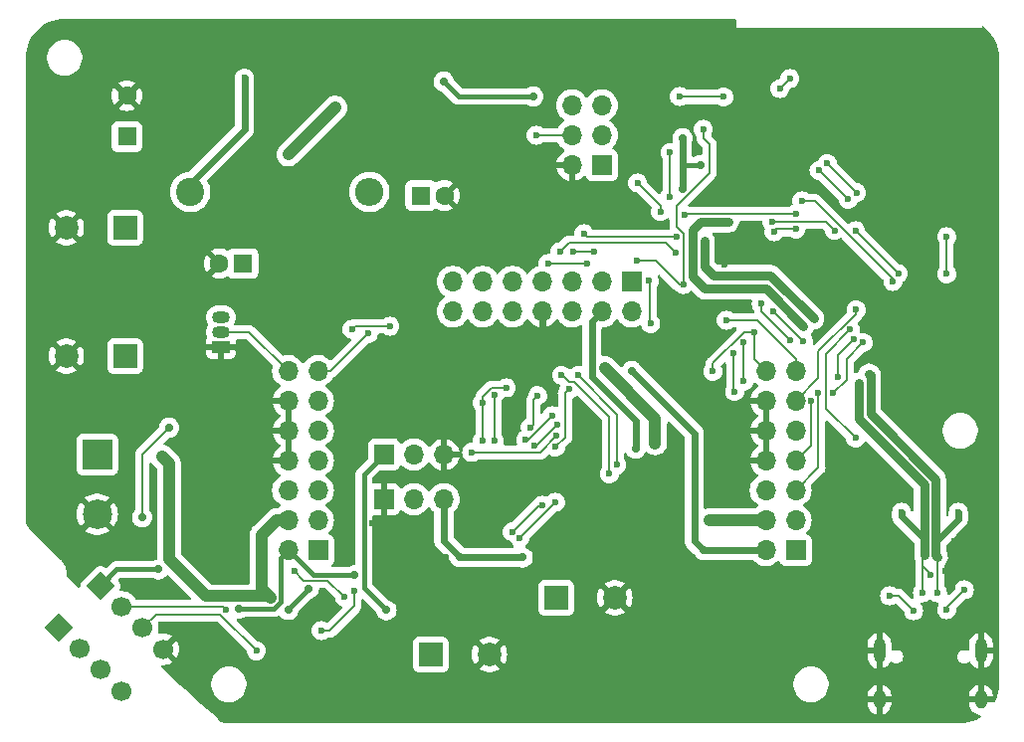
<source format=gbr>
%TF.GenerationSoftware,KiCad,Pcbnew,7.0.9*%
%TF.CreationDate,2024-01-16T00:09:28+01:00*%
%TF.ProjectId,JLCPCB,4a4c4350-4342-42e6-9b69-6361645f7063,1*%
%TF.SameCoordinates,Original*%
%TF.FileFunction,Copper,L2,Bot*%
%TF.FilePolarity,Positive*%
%FSLAX46Y46*%
G04 Gerber Fmt 4.6, Leading zero omitted, Abs format (unit mm)*
G04 Created by KiCad (PCBNEW 7.0.9) date 2024-01-16 00:09:28*
%MOMM*%
%LPD*%
G01*
G04 APERTURE LIST*
G04 Aperture macros list*
%AMHorizOval*
0 Thick line with rounded ends*
0 $1 width*
0 $2 $3 position (X,Y) of the first rounded end (center of the circle)*
0 $4 $5 position (X,Y) of the second rounded end (center of the circle)*
0 Add line between two ends*
20,1,$1,$2,$3,$4,$5,0*
0 Add two circle primitives to create the rounded ends*
1,1,$1,$2,$3*
1,1,$1,$4,$5*%
%AMRotRect*
0 Rectangle, with rotation*
0 The origin of the aperture is its center*
0 $1 length*
0 $2 width*
0 $3 Rotation angle, in degrees counterclockwise*
0 Add horizontal line*
21,1,$1,$2,0,0,$3*%
G04 Aperture macros list end*
%TA.AperFunction,ComponentPad*%
%ADD10O,1.000000X1.600000*%
%TD*%
%TA.AperFunction,ComponentPad*%
%ADD11O,1.000000X2.100000*%
%TD*%
%TA.AperFunction,ComponentPad*%
%ADD12RotRect,1.700000X1.700000X45.000000*%
%TD*%
%TA.AperFunction,ComponentPad*%
%ADD13HorizOval,1.700000X0.000000X0.000000X0.000000X0.000000X0*%
%TD*%
%TA.AperFunction,ComponentPad*%
%ADD14R,2.000000X2.000000*%
%TD*%
%TA.AperFunction,ComponentPad*%
%ADD15C,2.000000*%
%TD*%
%TA.AperFunction,ComponentPad*%
%ADD16O,1.700000X1.700000*%
%TD*%
%TA.AperFunction,ComponentPad*%
%ADD17R,1.700000X1.700000*%
%TD*%
%TA.AperFunction,ComponentPad*%
%ADD18R,2.500000X2.500000*%
%TD*%
%TA.AperFunction,ComponentPad*%
%ADD19C,2.500000*%
%TD*%
%TA.AperFunction,ComponentPad*%
%ADD20R,1.600000X1.600000*%
%TD*%
%TA.AperFunction,ComponentPad*%
%ADD21C,1.600000*%
%TD*%
%TA.AperFunction,ComponentPad*%
%ADD22R,1.500000X1.050000*%
%TD*%
%TA.AperFunction,ComponentPad*%
%ADD23O,1.500000X1.050000*%
%TD*%
%TA.AperFunction,ComponentPad*%
%ADD24C,2.400000*%
%TD*%
%TA.AperFunction,ComponentPad*%
%ADD25O,2.400000X2.400000*%
%TD*%
%TA.AperFunction,ViaPad*%
%ADD26C,0.700000*%
%TD*%
%TA.AperFunction,ViaPad*%
%ADD27C,0.600000*%
%TD*%
%TA.AperFunction,Conductor*%
%ADD28C,0.200000*%
%TD*%
%TA.AperFunction,Conductor*%
%ADD29C,0.600000*%
%TD*%
%TA.AperFunction,Conductor*%
%ADD30C,1.000000*%
%TD*%
%TA.AperFunction,Conductor*%
%ADD31C,0.400000*%
%TD*%
%TA.AperFunction,Conductor*%
%ADD32C,0.770000*%
%TD*%
G04 APERTURE END LIST*
D10*
%TO.P,J1,S1,SHIELD*%
%TO.N,GND*%
X137920000Y-106714000D03*
D11*
X137920000Y-102534000D03*
X146560000Y-102534000D03*
D10*
X146560000Y-106714000D03*
%TD*%
D12*
%TO.P,J9,1,Pin_1*%
%TO.N,+3.3V*%
X71628000Y-97028000D03*
D13*
%TO.P,J9,2,Pin_2*%
%TO.N,/SCL*%
X73424051Y-98824051D03*
%TO.P,J9,3,Pin_3*%
%TO.N,/SDA*%
X75220102Y-100620102D03*
%TO.P,J9,4,Pin_4*%
%TO.N,GND*%
X77016154Y-102416154D03*
%TD*%
D14*
%TO.P,C13,1*%
%TO.N,+5V*%
X73741677Y-66548000D03*
D15*
%TO.P,C13,2*%
%TO.N,GND*%
X68741677Y-66548000D03*
%TD*%
D16*
%TO.P,J3,14,Pin_14*%
%TO.N,/TEMP*%
X128250000Y-78745000D03*
%TO.P,J3,13,Pin_13*%
%TO.N,/NEO*%
X130790000Y-78745000D03*
%TO.P,J3,12,Pin_12*%
%TO.N,GND*%
X128250000Y-81285000D03*
%TO.P,J3,11,Pin_11*%
%TO.N,/L1.6*%
X130790000Y-81285000D03*
%TO.P,J3,10,Pin_10*%
%TO.N,GND*%
X128250000Y-83825000D03*
%TO.P,J3,9,Pin_9*%
%TO.N,/L1.5*%
X130790000Y-83825000D03*
%TO.P,J3,8,Pin_8*%
%TO.N,GND*%
X128250000Y-86365000D03*
%TO.P,J3,7,Pin_7*%
%TO.N,/L1.4*%
X130790000Y-86365000D03*
%TO.P,J3,6,Pin_6*%
%TO.N,+24V*%
X128250000Y-88905000D03*
%TO.P,J3,5,Pin_5*%
%TO.N,/L1.3*%
X130790000Y-88905000D03*
%TO.P,J3,4,Pin_4*%
%TO.N,+5V*%
X128250000Y-91445000D03*
%TO.P,J3,3,Pin_3*%
%TO.N,/L1.2*%
X130790000Y-91445000D03*
%TO.P,J3,2,Pin_2*%
%TO.N,+3.3V*%
X128250000Y-93985000D03*
D17*
%TO.P,J3,1,Pin_1*%
%TO.N,/L1.1*%
X130790000Y-93985000D03*
%TD*%
D18*
%TO.P,J4,1,Pin_1*%
%TO.N,+24V*%
X71374000Y-85852000D03*
D19*
%TO.P,J4,2,Pin_2*%
%TO.N,GND*%
X71374000Y-90932000D03*
%TD*%
D20*
%TO.P,C9,1*%
%TO.N,+24V*%
X73900000Y-58802651D03*
D21*
%TO.P,C9,2*%
%TO.N,GND*%
X73900000Y-55302651D03*
%TD*%
D17*
%TO.P,J6,1,Pin_1*%
%TO.N,+5V*%
X114300000Y-61214000D03*
D16*
%TO.P,J6,2,Pin_2*%
%TO.N,GND*%
X111760000Y-61214000D03*
%TO.P,J6,3,Pin_3*%
%TO.N,/PRES_TX_5V*%
X114300000Y-58674000D03*
%TO.P,J6,4,Pin_4*%
%TO.N,/PRES_RX_5V*%
X111760000Y-58674000D03*
%TO.P,J6,5,Pin_5*%
%TO.N,/PRES_A_5V*%
X114300000Y-56134000D03*
%TO.P,J6,6,Pin_6*%
%TO.N,/PRES_B_5V*%
X111760000Y-56134000D03*
%TD*%
D22*
%TO.P,U4,1,GND*%
%TO.N,GND*%
X81894000Y-76708000D03*
D23*
%TO.P,U4,2,DQ*%
%TO.N,/TEMP*%
X81894000Y-75438000D03*
%TO.P,U4,3,V_{DD}*%
%TO.N,+3.3V*%
X81894000Y-74168000D03*
%TD*%
D17*
%TO.P,J5,1,Pin_1*%
%TO.N,GND*%
X95773000Y-89662000D03*
D16*
%TO.P,J5,2,Pin_2*%
%TO.N,/TEMP*%
X98313000Y-89662000D03*
%TO.P,J5,3,Pin_3*%
%TO.N,+3.3V*%
X100853000Y-89662000D03*
%TD*%
D24*
%TO.P,L1,1,1*%
%TO.N,Net-(D2-K)*%
X79280000Y-63500000D03*
D25*
%TO.P,L1,2,2*%
%TO.N,Net-(C11-Pad1)*%
X94520000Y-63500000D03*
%TD*%
D14*
%TO.P,C16,1*%
%TO.N,+3.3V*%
X110408323Y-98044000D03*
D15*
%TO.P,C16,2*%
%TO.N,GND*%
X115408323Y-98044000D03*
%TD*%
D16*
%TO.P,J8,14,Pin_14*%
%TO.N,/PRES_RX_3V3*%
X101605000Y-73680000D03*
%TO.P,J8,13,Pin_13*%
%TO.N,/EN*%
X101605000Y-71140000D03*
%TO.P,J8,12,Pin_12*%
%TO.N,/PRES_TX_3V3*%
X104145000Y-73680000D03*
%TO.P,J8,11,Pin_11*%
%TO.N,/BOOT9*%
X104145000Y-71140000D03*
%TO.P,J8,10,Pin_10*%
%TO.N,/TEMP*%
X106685000Y-73680000D03*
%TO.P,J8,9,Pin_9*%
%TO.N,/BOOT8*%
X106685000Y-71140000D03*
%TO.P,J8,8,Pin_8*%
%TO.N,GND*%
X109225000Y-73680000D03*
%TO.P,J8,7,Pin_7*%
%TO.N,/SDA*%
X109225000Y-71140000D03*
%TO.P,J8,6,Pin_6*%
%TO.N,+24V*%
X111765000Y-73680000D03*
%TO.P,J8,5,Pin_5*%
%TO.N,/SCL*%
X111765000Y-71140000D03*
%TO.P,J8,4,Pin_4*%
%TO.N,+5V*%
X114305000Y-73680000D03*
%TO.P,J8,3,Pin_3*%
%TO.N,/NEO*%
X114305000Y-71140000D03*
%TO.P,J8,2,Pin_2*%
%TO.N,+3.3V*%
X116845000Y-73680000D03*
D17*
%TO.P,J8,1,Pin_1*%
%TO.N,/PRES_A_3V3*%
X116845000Y-71140000D03*
%TD*%
%TO.P,J2,1,Pin_1*%
%TO.N,/L0.1*%
X90150000Y-93985000D03*
D16*
%TO.P,J2,2,Pin_2*%
%TO.N,+3.3V*%
X87610000Y-93985000D03*
%TO.P,J2,3,Pin_3*%
%TO.N,/L0.2*%
X90150000Y-91445000D03*
%TO.P,J2,4,Pin_4*%
%TO.N,+5V*%
X87610000Y-91445000D03*
%TO.P,J2,5,Pin_5*%
%TO.N,/L0.3*%
X90150000Y-88905000D03*
%TO.P,J2,6,Pin_6*%
%TO.N,+24V*%
X87610000Y-88905000D03*
%TO.P,J2,7,Pin_7*%
%TO.N,/L0.4*%
X90150000Y-86365000D03*
%TO.P,J2,8,Pin_8*%
%TO.N,GND*%
X87610000Y-86365000D03*
%TO.P,J2,9,Pin_9*%
%TO.N,/L0.5*%
X90150000Y-83825000D03*
%TO.P,J2,10,Pin_10*%
%TO.N,GND*%
X87610000Y-83825000D03*
%TO.P,J2,11,Pin_11*%
%TO.N,/L0.6*%
X90150000Y-81285000D03*
%TO.P,J2,12,Pin_12*%
%TO.N,GND*%
X87610000Y-81285000D03*
%TO.P,J2,13,Pin_13*%
%TO.N,/NEO*%
X90150000Y-78745000D03*
%TO.P,J2,14,Pin_14*%
%TO.N,/TEMP*%
X87610000Y-78745000D03*
%TD*%
D13*
%TO.P,J10,4,Pin_4*%
%TO.N,GND*%
X73460154Y-105972154D03*
%TO.P,J10,3,Pin_3*%
%TO.N,/SDA*%
X71664102Y-104176102D03*
%TO.P,J10,2,Pin_2*%
%TO.N,/SCL*%
X69868051Y-102380051D03*
D12*
%TO.P,J10,1,Pin_1*%
%TO.N,+3.3V*%
X68072000Y-100584000D03*
%TD*%
D20*
%TO.P,C11,1*%
%TO.N,Net-(C11-Pad1)*%
X83759113Y-69596000D03*
D21*
%TO.P,C11,2*%
%TO.N,GND*%
X81759113Y-69596000D03*
%TD*%
D14*
%TO.P,C15,1*%
%TO.N,+5V*%
X99740323Y-102870000D03*
D15*
%TO.P,C15,2*%
%TO.N,GND*%
X104740323Y-102870000D03*
%TD*%
D17*
%TO.P,J7,1,Pin_1*%
%TO.N,+5V*%
X95773000Y-85852000D03*
D16*
%TO.P,J7,2,Pin_2*%
%TO.N,Net-(J7-Pin_2)*%
X98313000Y-85852000D03*
%TO.P,J7,3,Pin_3*%
%TO.N,GND*%
X100853000Y-85852000D03*
%TD*%
D20*
%TO.P,C12,1*%
%TO.N,Net-(D3-A)*%
X98900000Y-63800000D03*
D21*
%TO.P,C12,2*%
%TO.N,GND*%
X100900000Y-63800000D03*
%TD*%
D14*
%TO.P,C14,1*%
%TO.N,+24V*%
X73741677Y-77470000D03*
D15*
%TO.P,C14,2*%
%TO.N,GND*%
X68741677Y-77470000D03*
%TD*%
D26*
%TO.N,+3.3V*%
X77470000Y-83566000D03*
X75184000Y-91186000D03*
D27*
%TO.N,GND*%
X147066000Y-98552000D03*
X92329000Y-64008000D03*
X119126000Y-86868000D03*
X120396000Y-52578000D03*
X133731000Y-83566000D03*
X84455000Y-49530000D03*
X145034000Y-89662000D03*
X125730000Y-50000500D03*
X94869000Y-76835000D03*
X101600000Y-56642000D03*
X134620000Y-52832000D03*
X90932000Y-54102000D03*
X142748000Y-50546000D03*
X124714000Y-69723000D03*
X105156000Y-51879000D03*
X81534000Y-57150000D03*
X75438000Y-94107000D03*
X131318000Y-62738000D03*
X102616000Y-59436000D03*
X139446000Y-88011000D03*
X72898000Y-68707000D03*
X80772000Y-79248000D03*
X108204000Y-52832000D03*
X135890000Y-57404000D03*
X78740000Y-92456000D03*
X132334000Y-54102000D03*
X138430000Y-100330000D03*
X93980000Y-80772000D03*
X136652000Y-54102000D03*
X104902000Y-62230000D03*
X136906000Y-77470000D03*
X146050000Y-100076000D03*
X129032000Y-60833000D03*
X143256000Y-86741000D03*
X104902000Y-88635000D03*
X140462000Y-74930000D03*
X130937000Y-70612000D03*
X87376000Y-51054000D03*
X99900000Y-68550000D03*
X129702500Y-50757089D03*
X132334000Y-56642000D03*
X92710000Y-94488000D03*
X73977500Y-96710500D03*
X105410000Y-54102000D03*
X84836000Y-59436000D03*
X70231000Y-50165000D03*
X132334000Y-55372000D03*
X129032000Y-51054000D03*
X133096000Y-57404000D03*
X79502000Y-79248000D03*
X139700000Y-67310000D03*
X141732000Y-50546000D03*
X121158000Y-50800000D03*
X90678000Y-98044000D03*
X129032000Y-50038000D03*
X78740000Y-93599000D03*
X123698000Y-75692000D03*
X104902000Y-49403000D03*
X145288000Y-79375000D03*
X102844600Y-89281000D03*
X121412000Y-52578000D03*
X103251000Y-58293000D03*
X86614000Y-57150000D03*
X81280000Y-51054000D03*
X134620000Y-57404000D03*
X144272000Y-93218000D03*
X136906000Y-85598000D03*
X136652000Y-56642000D03*
X146558000Y-75184000D03*
X113407000Y-89285000D03*
X123952000Y-106934000D03*
X113411000Y-83435000D03*
X86360000Y-68580000D03*
X140970000Y-53340000D03*
X138430000Y-50800000D03*
X132080000Y-50800000D03*
X142240000Y-65786000D03*
X78359000Y-69723000D03*
X123444000Y-87630000D03*
X121158000Y-51562000D03*
X143510000Y-95758000D03*
X142875000Y-57404000D03*
X95377000Y-79248000D03*
X146812000Y-50800000D03*
X85344000Y-65024000D03*
X92456000Y-67564000D03*
X140081000Y-96139000D03*
X77851000Y-54102000D03*
X136652000Y-55372000D03*
X87740000Y-101092000D03*
X91694000Y-60960000D03*
X135890000Y-52832000D03*
X87630000Y-67564000D03*
X67310000Y-54610000D03*
X94742000Y-91694000D03*
X122682000Y-64516000D03*
X102470000Y-62230000D03*
X134874000Y-60579000D03*
X138811000Y-62611000D03*
X97282000Y-59944000D03*
X120650000Y-72390000D03*
X105410000Y-65786000D03*
X95758000Y-91694000D03*
X123825000Y-73025000D03*
X92710000Y-57150000D03*
X124714031Y-68064594D03*
X136906000Y-64643000D03*
X82042000Y-63373000D03*
X133604000Y-73533000D03*
X88646000Y-101600000D03*
X138133089Y-76157089D03*
X100330000Y-50546000D03*
X137160000Y-94742000D03*
X71882000Y-94615000D03*
X101047368Y-94558032D03*
X139852400Y-83388200D03*
X83312000Y-76835000D03*
X133350000Y-52832000D03*
X96774000Y-50038000D03*
X75311000Y-61341000D03*
D26*
%TO.N,/L0.2*%
X87615200Y-99093500D03*
X89380500Y-97254500D03*
%TO.N,+3.3V*%
X121158000Y-63246000D03*
X93218000Y-96139000D03*
X116845000Y-78740000D03*
X122682000Y-61214000D03*
X107569000Y-94615000D03*
X76581000Y-95631000D03*
X122936000Y-93985000D03*
X102209600Y-94589600D03*
X83374361Y-98966500D03*
X121158000Y-58928000D03*
D27*
%TO.N,/L1.3*%
X133477000Y-61087000D03*
X132715000Y-80645000D03*
X128905000Y-73660000D03*
X135953500Y-63563500D03*
X131445000Y-76200000D03*
%TO.N,/L1.4*%
X135255000Y-64135000D03*
X132778500Y-61658500D03*
X130281411Y-76093589D03*
X132080000Y-81280000D03*
X127853500Y-73025000D03*
%TO.N,/CH0.1*%
X126365000Y-79629000D03*
X126365000Y-76327000D03*
%TO.N,/CH0.5*%
X108585000Y-85070320D03*
X110490000Y-83312000D03*
%TO.N,/L1.1*%
X135890000Y-84455000D03*
X135424911Y-75226911D03*
%TO.N,/L1.2*%
X135720089Y-76030089D03*
X134366000Y-79248000D03*
%TO.N,/CH0.2*%
X125476000Y-77216000D03*
X125591839Y-80506839D03*
%TO.N,/L1.6*%
X135925500Y-73533000D03*
%TO.N,/L1.5*%
X133984500Y-80645000D03*
X136525000Y-76327000D03*
D26*
%TO.N,+5V*%
X100838000Y-54102000D03*
X86106000Y-98044000D03*
X95971161Y-99100839D03*
X91630500Y-56324500D03*
X117170200Y-85344000D03*
X108458000Y-55372000D03*
X87630000Y-60325000D03*
X123444000Y-91440000D03*
X76860400Y-86029800D03*
%TO.N,+24V*%
X114554000Y-78486000D03*
X118846600Y-84886800D03*
D27*
%TO.N,/PRES_TX_5V*%
X119273135Y-65171135D03*
X118455500Y-74718911D03*
X118319168Y-71075168D03*
X111506000Y-80299500D03*
X110363000Y-85217000D03*
X117348000Y-62738000D03*
%TO.N,Net-(D2-K)*%
X83900000Y-53800000D03*
%TO.N,/PRES_A_3V3*%
X120099089Y-60155089D03*
X120057911Y-63923911D03*
X124671089Y-55414911D03*
X120904000Y-55372000D03*
%TO.N,/DR0.1*%
X92392500Y-97980500D03*
X88138000Y-95758000D03*
%TO.N,/DR0.2*%
X90424000Y-100838000D03*
X93218000Y-97444500D03*
%TO.N,/DR0.6*%
X96266000Y-74930000D03*
X93026500Y-75184000D03*
%TO.N,/CH0.6*%
X107823000Y-84582000D03*
X110068776Y-82550953D03*
%TO.N,/EN*%
X139065000Y-71120000D03*
X131318000Y-64262000D03*
%TO.N,/BOOT9*%
X135890000Y-66802000D03*
X128778000Y-66040000D03*
X120579500Y-68664089D03*
X134091411Y-66781411D03*
X143637000Y-67310000D03*
X143637000Y-70485000D03*
X139509500Y-70449500D03*
X110744000Y-68580000D03*
%TO.N,/D+*%
X131445000Y-74930000D03*
X136144000Y-79756000D03*
X141581000Y-97625000D03*
X125095000Y-66040000D03*
X142251500Y-96101000D03*
X139803000Y-90767000D03*
%TO.N,/D-*%
X144629000Y-90767000D03*
X142851000Y-94577000D03*
X137041000Y-79002000D03*
X123027731Y-67691000D03*
X132334000Y-74295000D03*
X142851000Y-97625000D03*
%TO.N,/SCL*%
X130302000Y-53848000D03*
X109220000Y-90170000D03*
X129448089Y-54701911D03*
X106680000Y-92439500D03*
X82296000Y-99060000D03*
X112268000Y-79100000D03*
X115570000Y-86741000D03*
%TO.N,/SDA*%
X110871000Y-79100000D03*
X111887000Y-68580000D03*
X107315000Y-92964000D03*
X114935000Y-87503000D03*
X84899500Y-102552500D03*
X113665000Y-68580000D03*
X110363000Y-89916500D03*
%TO.N,/BOOT8*%
X113030000Y-69596000D03*
X109728000Y-69596000D03*
%TO.N,/PRES_TX_3V3*%
X121318402Y-65438402D03*
X105156000Y-80772000D03*
X130810000Y-65348500D03*
X105156000Y-84673500D03*
%TO.N,/PRES_RX_3V3*%
X128940500Y-66886089D03*
X112776000Y-67056000D03*
X130810000Y-66675000D03*
X120650000Y-67310000D03*
%TO.N,/DR_NEO*%
X103225600Y-85674200D03*
X110447089Y-84285089D03*
%TO.N,/CC1*%
X138787000Y-97879000D03*
X140819000Y-99149000D03*
%TO.N,/CC2*%
X143637000Y-99060000D03*
X145137000Y-97371000D03*
%TO.N,/PRES_RX_5V*%
X108712000Y-58674000D03*
%TO.N,/NEO*%
X94425500Y-75565000D03*
X122936000Y-58166000D03*
X121221500Y-71374000D03*
X108204000Y-83566000D03*
X117256500Y-69342000D03*
X124876500Y-74422000D03*
X108839000Y-80843000D03*
%TO.N,/TEMP*%
X106172000Y-80172500D03*
X123740911Y-78782911D03*
X104140000Y-84673500D03*
X127254000Y-75438000D03*
X104140000Y-81442500D03*
%TD*%
D28*
%TO.N,+3.3V*%
X75184000Y-85852000D02*
X77470000Y-83566000D01*
X75184000Y-91186000D02*
X75184000Y-85852000D01*
%TO.N,/NEO*%
X108204000Y-83566000D02*
X108458000Y-83312000D01*
X108458000Y-83312000D02*
X108458000Y-81224000D01*
X108458000Y-81224000D02*
X108839000Y-80843000D01*
%TO.N,/SCL*%
X82060051Y-98824051D02*
X73424051Y-98824051D01*
X82296000Y-99060000D02*
X82060051Y-98824051D01*
D29*
%TO.N,+3.3V*%
X122174000Y-87122000D02*
X122174000Y-93223000D01*
X122174000Y-93223000D02*
X122936000Y-93985000D01*
X122936000Y-93985000D02*
X128250000Y-93985000D01*
D30*
%TO.N,+24V*%
X114554000Y-78486000D02*
X118846600Y-82778600D01*
X118846600Y-82778600D02*
X118846600Y-84886800D01*
D29*
%TO.N,+5V*%
X117170200Y-85344000D02*
X117170200Y-83007200D01*
X117170200Y-83007200D02*
X113455000Y-79292000D01*
X113455000Y-79292000D02*
X113455000Y-74530000D01*
X113455000Y-74530000D02*
X114305000Y-73680000D01*
%TO.N,GND*%
X109225000Y-73680000D02*
X109225000Y-76175000D01*
D31*
%TO.N,/L0.2*%
X87615200Y-99093500D02*
X87615200Y-99019800D01*
X87615200Y-99019800D02*
X89380500Y-97254500D01*
%TO.N,+3.3V*%
X93218000Y-96139000D02*
X89764000Y-96139000D01*
X122682000Y-61214000D02*
X121158000Y-61214000D01*
X83374361Y-98966500D02*
X86353054Y-98966500D01*
X86933000Y-98386554D02*
X86933000Y-94662000D01*
D29*
X100853000Y-93233000D02*
X100853000Y-89662000D01*
X122174000Y-84069000D02*
X122174000Y-87122000D01*
D31*
X86353054Y-98966500D02*
X86933000Y-98386554D01*
D29*
X121158000Y-58928000D02*
X121158000Y-61214000D01*
X121158000Y-61214000D02*
X121158000Y-63246000D01*
X102209600Y-94589600D02*
X107543600Y-94589600D01*
X107543600Y-94589600D02*
X107569000Y-94615000D01*
D31*
X89764000Y-96139000D02*
X87610000Y-93985000D01*
D29*
X116845000Y-78740000D02*
X122174000Y-84069000D01*
D31*
X122174000Y-84069000D02*
X122174000Y-86106000D01*
X73025000Y-95631000D02*
X71628000Y-97028000D01*
D29*
X102209600Y-94589600D02*
X100853000Y-93233000D01*
X122174000Y-86106000D02*
X122174000Y-87122000D01*
D31*
X76581000Y-95631000D02*
X73025000Y-95631000D01*
X86933000Y-94662000D02*
X87610000Y-93985000D01*
D28*
%TO.N,/L1.3*%
X132715000Y-80645000D02*
X132715000Y-86980000D01*
X128905000Y-73660000D02*
X131445000Y-76200000D01*
X132715000Y-86980000D02*
X130790000Y-88905000D01*
X133477000Y-61087000D02*
X135953500Y-63563500D01*
%TO.N,/L1.4*%
X127853500Y-73665678D02*
X127853500Y-73025000D01*
X130790000Y-86365000D02*
X132080000Y-85075000D01*
X132778500Y-61658500D02*
X135255000Y-64135000D01*
X132080000Y-85075000D02*
X132080000Y-81280000D01*
X130281411Y-76093589D02*
X127853500Y-73665678D01*
%TO.N,/CH0.1*%
X126365000Y-79629000D02*
X126365000Y-76327000D01*
%TO.N,/CH0.5*%
X110490000Y-83312000D02*
X108731680Y-85070320D01*
X108731680Y-85070320D02*
X108585000Y-85070320D01*
%TO.N,/L1.1*%
X133385000Y-77266822D02*
X135424911Y-75226911D01*
X133385000Y-81950000D02*
X133385000Y-77266822D01*
X135890000Y-84455000D02*
X133385000Y-81950000D01*
%TO.N,/L1.2*%
X134366000Y-77384178D02*
X135720089Y-76030089D01*
X134366000Y-79248000D02*
X134366000Y-77384178D01*
%TO.N,/CH0.2*%
X125591839Y-80506839D02*
X125476000Y-80391000D01*
X125476000Y-80391000D02*
X125476000Y-77216000D01*
%TO.N,/L1.6*%
X132715000Y-79360000D02*
X130790000Y-81285000D01*
X135925500Y-73878499D02*
X132715000Y-77088999D01*
X132715000Y-77088999D02*
X132715000Y-79360000D01*
X135925500Y-73533000D02*
X135925500Y-73878499D01*
%TO.N,/L1.5*%
X135128000Y-77724000D02*
X136525000Y-76327000D01*
X133984500Y-80645000D02*
X135128000Y-79501500D01*
X135128000Y-79501500D02*
X135128000Y-77724000D01*
D31*
%TO.N,+5V*%
X114305000Y-73665000D02*
X114300000Y-73660000D01*
D30*
X80645000Y-97917000D02*
X85979000Y-97917000D01*
X91630500Y-56324500D02*
X87630000Y-60325000D01*
D31*
X101600000Y-54864000D02*
X102108000Y-55372000D01*
D30*
X123703000Y-91445000D02*
X123698000Y-91440000D01*
X128250000Y-91445000D02*
X123703000Y-91445000D01*
X76860400Y-86029800D02*
X77470000Y-86639400D01*
X123698000Y-91440000D02*
X123444000Y-91440000D01*
X86609000Y-91445000D02*
X87610000Y-91445000D01*
X85344000Y-92710000D02*
X86609000Y-91445000D01*
D31*
X100838000Y-54102000D02*
X101600000Y-54864000D01*
X94042000Y-87583000D02*
X95773000Y-85852000D01*
D30*
X77470000Y-94742000D02*
X80645000Y-97917000D01*
X85979000Y-97917000D02*
X86106000Y-98044000D01*
D31*
X114305000Y-73680000D02*
X114305000Y-73665000D01*
D30*
X77470000Y-86639400D02*
X77470000Y-94742000D01*
D31*
X94042000Y-97171678D02*
X94042000Y-87583000D01*
D30*
X128245000Y-91440000D02*
X128250000Y-91445000D01*
D31*
X95971161Y-99100839D02*
X94042000Y-97171678D01*
D30*
X85344000Y-97282000D02*
X85344000Y-92710000D01*
X86106000Y-98044000D02*
X85344000Y-97282000D01*
D31*
X102108000Y-55372000D02*
X108458000Y-55372000D01*
D28*
%TO.N,/PRES_TX_5V*%
X110363000Y-85217000D02*
X111162500Y-84417500D01*
X118319168Y-71075168D02*
X118364000Y-71120000D01*
X111162500Y-84417500D02*
X111162500Y-80643000D01*
X118364000Y-74627411D02*
X118455500Y-74718911D01*
X111162500Y-80643000D02*
X111506000Y-80299500D01*
X119273135Y-64663135D02*
X119273135Y-65171135D01*
X118364000Y-71120000D02*
X118364000Y-74627411D01*
X117348000Y-62738000D02*
X119273135Y-64663135D01*
D29*
%TO.N,Net-(D2-K)*%
X79280000Y-62800000D02*
X83900000Y-58180000D01*
X83900000Y-58180000D02*
X83900000Y-56800000D01*
X83900000Y-56800000D02*
X83900000Y-53800000D01*
D28*
%TO.N,/PRES_A_3V3*%
X120099089Y-60155089D02*
X120099089Y-63882733D01*
X120099089Y-63882733D02*
X120057911Y-63923911D01*
X120946911Y-55414911D02*
X120904000Y-55372000D01*
X124671089Y-55414911D02*
X120946911Y-55414911D01*
%TO.N,/DR0.1*%
X88947935Y-96567935D02*
X88138000Y-95758000D01*
X90979935Y-96567935D02*
X88947935Y-96567935D01*
X92392500Y-97980500D02*
X90979935Y-96567935D01*
%TO.N,/DR0.2*%
X93218000Y-97444500D02*
X93218000Y-98765529D01*
X93218000Y-98765529D02*
X91145529Y-100838000D01*
X91145529Y-100838000D02*
X90424000Y-100838000D01*
%TO.N,/DR0.6*%
X93026500Y-75184000D02*
X93280500Y-74930000D01*
X93280500Y-74930000D02*
X96266000Y-74930000D01*
%TO.N,/CH0.6*%
X108077000Y-84582000D02*
X110068776Y-82590224D01*
X110068776Y-82590224D02*
X110068776Y-82550953D01*
X107823000Y-84582000D02*
X108077000Y-84582000D01*
%TO.N,/EN*%
X139065000Y-71120000D02*
X139065000Y-70906471D01*
X139065000Y-70906471D02*
X132420529Y-64262000D01*
X132420529Y-64262000D02*
X131318000Y-64262000D01*
%TO.N,/BOOT9*%
X119733411Y-67818000D02*
X111506000Y-67818000D01*
X111506000Y-67818000D02*
X110744000Y-68580000D01*
X143637000Y-67310000D02*
X143637000Y-70485000D01*
X128870000Y-65948000D02*
X128778000Y-66040000D01*
X133350000Y-66040000D02*
X134091411Y-66781411D01*
X128778000Y-66040000D02*
X133350000Y-66040000D01*
X139509500Y-70421500D02*
X139509500Y-70449500D01*
X120579500Y-68664089D02*
X119733411Y-67818000D01*
X135890000Y-66802000D02*
X139509500Y-70421500D01*
D32*
%TO.N,/D+*%
X136144000Y-82804000D02*
X136144000Y-79756000D01*
D28*
X141581000Y-97625000D02*
X141581000Y-95339000D01*
D32*
X141732000Y-93030200D02*
X141732000Y-88392000D01*
D28*
X141581000Y-94577000D02*
X141581000Y-95339000D01*
D32*
X128270000Y-71755000D02*
X123063000Y-71755000D01*
X122000089Y-66721911D02*
X122682000Y-66040000D01*
X123063000Y-71755000D02*
X122000089Y-70692089D01*
X141732000Y-88392000D02*
X136144000Y-82804000D01*
X122682000Y-66040000D02*
X125095000Y-66040000D01*
X122000089Y-70692089D02*
X122000089Y-66721911D01*
D28*
X142251500Y-96101000D02*
X142251500Y-96009500D01*
D32*
X141754800Y-94403200D02*
X141754800Y-93053000D01*
X141754800Y-93053000D02*
X141732000Y-93030200D01*
X131445000Y-74930000D02*
X128270000Y-71755000D01*
D28*
X142251500Y-96009500D02*
X141581000Y-95339000D01*
D29*
X139803000Y-90767000D02*
X139803000Y-91101200D01*
X139803000Y-91101200D02*
X141754800Y-93053000D01*
D32*
%TO.N,/D-*%
X123027731Y-67691000D02*
X123027731Y-69814731D01*
X123027731Y-69814731D02*
X123825000Y-70612000D01*
X128651000Y-70612000D02*
X132334000Y-74295000D01*
X137160000Y-79121000D02*
X137160000Y-82415000D01*
X137041000Y-79002000D02*
X137160000Y-79121000D01*
X142677200Y-87932200D02*
X142677200Y-93307000D01*
X142851000Y-94577000D02*
X142677200Y-94403200D01*
X137160000Y-82415000D02*
X142677200Y-87932200D01*
D29*
X144629000Y-91355200D02*
X142677200Y-93307000D01*
X144629000Y-90767000D02*
X144629000Y-91355200D01*
D28*
X142851000Y-97625000D02*
X142851000Y-94577000D01*
D32*
X142677200Y-94403200D02*
X142677200Y-93307000D01*
X123825000Y-70612000D02*
X128651000Y-70612000D01*
D28*
%TO.N,/SCL*%
X115570000Y-82423000D02*
X115570000Y-86741000D01*
X112268000Y-79100000D02*
X112268000Y-79121000D01*
X129448089Y-54701911D02*
X130302000Y-53848000D01*
X108949500Y-90170000D02*
X106680000Y-92439500D01*
X115535750Y-82388750D02*
X115570000Y-82423000D01*
X109220000Y-90170000D02*
X108949500Y-90170000D01*
X112268000Y-79121000D02*
X115535750Y-82388750D01*
%TO.N,/SDA*%
X111957500Y-79699500D02*
X114935000Y-82677000D01*
X110363000Y-89916500D02*
X110362500Y-89916500D01*
X114935000Y-82677000D02*
X114935000Y-82931000D01*
X113665000Y-68580000D02*
X111887000Y-68580000D01*
X84899500Y-102552500D02*
X81813400Y-99466400D01*
X110871000Y-79100000D02*
X110906890Y-79100000D01*
X114935000Y-82804000D02*
X114935000Y-87503000D01*
X76373804Y-99466400D02*
X75220102Y-100620102D01*
X110906890Y-79100000D02*
X111506390Y-79699500D01*
X81813400Y-99466400D02*
X76373804Y-99466400D01*
X110362500Y-89916500D02*
X107315000Y-92964000D01*
X111506390Y-79699500D02*
X111957500Y-79699500D01*
%TO.N,/BOOT8*%
X113030000Y-69596000D02*
X109728000Y-69596000D01*
%TO.N,/PRES_TX_3V3*%
X127691500Y-65348500D02*
X121408304Y-65348500D01*
X121408304Y-65348500D02*
X121318402Y-65438402D01*
X105156000Y-84673500D02*
X105156000Y-80772000D01*
X130810000Y-65348500D02*
X127691500Y-65348500D01*
%TO.N,/PRES_RX_3V3*%
X130810000Y-66675000D02*
X129151589Y-66675000D01*
X129151589Y-66675000D02*
X128940500Y-66886089D01*
X113030000Y-67310000D02*
X120650000Y-67310000D01*
X112776000Y-67056000D02*
X113030000Y-67310000D01*
%TO.N,/DR_NEO*%
X103229980Y-85669820D02*
X109062358Y-85669820D01*
X103225600Y-85674200D02*
X103229980Y-85669820D01*
X109062358Y-85669820D02*
X110447089Y-84285089D01*
%TO.N,/CC1*%
X139549000Y-97879000D02*
X138787000Y-97879000D01*
X140819000Y-99149000D02*
X139549000Y-97879000D01*
%TO.N,/CC2*%
X143637000Y-98871000D02*
X145137000Y-97371000D01*
X143637000Y-99060000D02*
X143637000Y-98871000D01*
%TO.N,/PRES_RX_5V*%
X108712000Y-58674000D02*
X111760000Y-58674000D01*
%TO.N,/NEO*%
X122936000Y-58166000D02*
X122936000Y-58928000D01*
X121221500Y-71374000D02*
X121158000Y-71310500D01*
X127508000Y-74422000D02*
X124876500Y-74422000D01*
X120904000Y-71374000D02*
X118872000Y-69342000D01*
X130790000Y-77704000D02*
X127508000Y-74422000D01*
X120650000Y-66461471D02*
X121250000Y-67061471D01*
X130790000Y-78745000D02*
X130790000Y-77704000D01*
X123444000Y-61879239D02*
X120650000Y-64673239D01*
X122936000Y-58928000D02*
X123444000Y-59436000D01*
X94425500Y-75565000D02*
X91245500Y-78745000D01*
X121250000Y-71345500D02*
X121221500Y-71374000D01*
X121221500Y-71374000D02*
X120904000Y-71374000D01*
X91245500Y-78745000D02*
X90150000Y-78745000D01*
X123444000Y-59436000D02*
X123444000Y-61879239D01*
X118872000Y-69342000D02*
X117256500Y-69342000D01*
X120650000Y-64673239D02*
X120650000Y-66461471D01*
X121250000Y-67061471D02*
X121250000Y-71345500D01*
%TO.N,/TEMP*%
X127254000Y-75438000D02*
X127254000Y-77749000D01*
X104906971Y-80172500D02*
X104140000Y-80939471D01*
X104140000Y-80939471D02*
X104140000Y-81442500D01*
X81894000Y-75438000D02*
X84303000Y-75438000D01*
X127254000Y-77749000D02*
X128250000Y-78745000D01*
X84303000Y-75438000D02*
X87610000Y-78745000D01*
X126405471Y-75438000D02*
X127254000Y-75438000D01*
X106172000Y-80172500D02*
X104906971Y-80172500D01*
X104140000Y-84673500D02*
X104140000Y-81442500D01*
X123740911Y-78782911D02*
X123740911Y-78102560D01*
X123740911Y-78102560D02*
X126405471Y-75438000D01*
%TD*%
%TA.AperFunction,Conductor*%
%TO.N,GND*%
G36*
X119252995Y-70583544D02*
G01*
X120442652Y-71773200D01*
X120447998Y-71779297D01*
X120470013Y-71807987D01*
X120501929Y-71832477D01*
X120597124Y-71905524D01*
X120597126Y-71905525D01*
X120604163Y-71909588D01*
X120603744Y-71910313D01*
X120635917Y-71931809D01*
X120714219Y-72010111D01*
X120868485Y-72107043D01*
X121040453Y-72167217D01*
X121040458Y-72167218D01*
X121221496Y-72187616D01*
X121221500Y-72187616D01*
X121221504Y-72187616D01*
X121402541Y-72167218D01*
X121402544Y-72167217D01*
X121402547Y-72167217D01*
X121574515Y-72107043D01*
X121728781Y-72010111D01*
X121803965Y-71934927D01*
X121865288Y-71901442D01*
X121934980Y-71906426D01*
X121979327Y-71934927D01*
X122374572Y-72330172D01*
X122387209Y-72344968D01*
X122393234Y-72353261D01*
X122395341Y-72356160D01*
X122395342Y-72356162D01*
X122446547Y-72402267D01*
X122448903Y-72404503D01*
X122464314Y-72419914D01*
X122481250Y-72433628D01*
X122483720Y-72435737D01*
X122534921Y-72481839D01*
X122546906Y-72488758D01*
X122562927Y-72499768D01*
X122573684Y-72508479D01*
X122573688Y-72508481D01*
X122635048Y-72539745D01*
X122637902Y-72541294D01*
X122697579Y-72575749D01*
X122710734Y-72580023D01*
X122728700Y-72587464D01*
X122741034Y-72593749D01*
X122807598Y-72611584D01*
X122810669Y-72612493D01*
X122876208Y-72633789D01*
X122889965Y-72635234D01*
X122909094Y-72638780D01*
X122922455Y-72642361D01*
X122991294Y-72645968D01*
X122994445Y-72646215D01*
X123016171Y-72648500D01*
X123037969Y-72648500D01*
X123041212Y-72648584D01*
X123110020Y-72652191D01*
X123123683Y-72650027D01*
X123143082Y-72648500D01*
X126953913Y-72648500D01*
X127020952Y-72668185D01*
X127066707Y-72720989D01*
X127076651Y-72790147D01*
X127070954Y-72813455D01*
X127060284Y-72843945D01*
X127060281Y-72843958D01*
X127039884Y-73024996D01*
X127039884Y-73025003D01*
X127060281Y-73206041D01*
X127060282Y-73206046D01*
X127120458Y-73378017D01*
X127217386Y-73532277D01*
X127217945Y-73532977D01*
X127218164Y-73533515D01*
X127221094Y-73538177D01*
X127220277Y-73538690D01*
X127244355Y-73597663D01*
X127245000Y-73610293D01*
X127245000Y-73621732D01*
X127244469Y-73629834D01*
X127239750Y-73665677D01*
X127239750Y-73665682D01*
X127240755Y-73673317D01*
X127229988Y-73742352D01*
X127183608Y-73794607D01*
X127117816Y-73813500D01*
X125461793Y-73813500D01*
X125394754Y-73793815D01*
X125384477Y-73786445D01*
X125383777Y-73785886D01*
X125229517Y-73688958D01*
X125229516Y-73688957D01*
X125229515Y-73688957D01*
X125162987Y-73665678D01*
X125057546Y-73628782D01*
X125057541Y-73628781D01*
X124876504Y-73608384D01*
X124876496Y-73608384D01*
X124695458Y-73628781D01*
X124695453Y-73628782D01*
X124523482Y-73688958D01*
X124369218Y-73785889D01*
X124240389Y-73914718D01*
X124143458Y-74068982D01*
X124083282Y-74240953D01*
X124083281Y-74240958D01*
X124062884Y-74421996D01*
X124062884Y-74422003D01*
X124083281Y-74603041D01*
X124083282Y-74603046D01*
X124143458Y-74775017D01*
X124221960Y-74899952D01*
X124240389Y-74929281D01*
X124369219Y-75058111D01*
X124523485Y-75155043D01*
X124695453Y-75215217D01*
X124695458Y-75215218D01*
X124876496Y-75235616D01*
X124876500Y-75235616D01*
X124876504Y-75235616D01*
X125057541Y-75215218D01*
X125057544Y-75215217D01*
X125057547Y-75215217D01*
X125229515Y-75155043D01*
X125383781Y-75058111D01*
X125383786Y-75058105D01*
X125384477Y-75057555D01*
X125385015Y-75057335D01*
X125389677Y-75054406D01*
X125390190Y-75055222D01*
X125449163Y-75031145D01*
X125461793Y-75030500D01*
X125653059Y-75030500D01*
X125720098Y-75050185D01*
X125765853Y-75102989D01*
X125775797Y-75172147D01*
X125746772Y-75235703D01*
X125740740Y-75242181D01*
X123341712Y-77641209D01*
X123335609Y-77646560D01*
X123306924Y-77668572D01*
X123282433Y-77700489D01*
X123209387Y-77795683D01*
X123209386Y-77795685D01*
X123187713Y-77848010D01*
X123155078Y-77926801D01*
X123153131Y-77931501D01*
X123148073Y-77943710D01*
X123148072Y-77943710D01*
X123131868Y-78066801D01*
X123131866Y-78066814D01*
X123127161Y-78102560D01*
X123131880Y-78138403D01*
X123132411Y-78146505D01*
X123132411Y-78197617D01*
X123112726Y-78264656D01*
X123105362Y-78274925D01*
X123104801Y-78275627D01*
X123007869Y-78429893D01*
X122947693Y-78601864D01*
X122947692Y-78601869D01*
X122927295Y-78782907D01*
X122927295Y-78782914D01*
X122947692Y-78963952D01*
X122947693Y-78963957D01*
X123007869Y-79135928D01*
X123040346Y-79187614D01*
X123104800Y-79290192D01*
X123233630Y-79419022D01*
X123387896Y-79515954D01*
X123559864Y-79576128D01*
X123559869Y-79576129D01*
X123740907Y-79596527D01*
X123740911Y-79596527D01*
X123740915Y-79596527D01*
X123921952Y-79576129D01*
X123921955Y-79576128D01*
X123921958Y-79576128D01*
X124093926Y-79515954D01*
X124248192Y-79419022D01*
X124377022Y-79290192D01*
X124473954Y-79135926D01*
X124534128Y-78963958D01*
X124537480Y-78934207D01*
X124554527Y-78782914D01*
X124554527Y-78782907D01*
X124534129Y-78601869D01*
X124534127Y-78601861D01*
X124473955Y-78429898D01*
X124459574Y-78407011D01*
X124449453Y-78390904D01*
X124430453Y-78323669D01*
X124450820Y-78256834D01*
X124466760Y-78237258D01*
X124655820Y-78048199D01*
X124717142Y-78014715D01*
X124786834Y-78019699D01*
X124842767Y-78061571D01*
X124867184Y-78127035D01*
X124867500Y-78135881D01*
X124867500Y-80107880D01*
X124860542Y-80148835D01*
X124858796Y-80153823D01*
X124858796Y-80153824D01*
X124852261Y-80172500D01*
X124798621Y-80325792D01*
X124798620Y-80325797D01*
X124778223Y-80506835D01*
X124778223Y-80506842D01*
X124798620Y-80687880D01*
X124798621Y-80687885D01*
X124834358Y-80790013D01*
X124852683Y-80842385D01*
X124858797Y-80859856D01*
X124902731Y-80929776D01*
X124955728Y-81014120D01*
X125084558Y-81142950D01*
X125238824Y-81239882D01*
X125410792Y-81300056D01*
X125410797Y-81300057D01*
X125591835Y-81320455D01*
X125591839Y-81320455D01*
X125591843Y-81320455D01*
X125772880Y-81300057D01*
X125772883Y-81300056D01*
X125772886Y-81300056D01*
X125944854Y-81239882D01*
X126099120Y-81142950D01*
X126227950Y-81014120D01*
X126324882Y-80859854D01*
X126385056Y-80687886D01*
X126385621Y-80682879D01*
X126401841Y-80538910D01*
X126402232Y-80535437D01*
X126429298Y-80471025D01*
X126486892Y-80431470D01*
X126511570Y-80426102D01*
X126546041Y-80422218D01*
X126546044Y-80422217D01*
X126546047Y-80422217D01*
X126718015Y-80362043D01*
X126872281Y-80265111D01*
X127001111Y-80136281D01*
X127098043Y-79982015D01*
X127154380Y-79821010D01*
X127195101Y-79764237D01*
X127260053Y-79738489D01*
X127328615Y-79751945D01*
X127347582Y-79764113D01*
X127504424Y-79886189D01*
X127517411Y-79893217D01*
X127547695Y-79909606D01*
X127597286Y-79958825D01*
X127612394Y-80027042D01*
X127588224Y-80092597D01*
X127559802Y-80120236D01*
X127378922Y-80246890D01*
X127378920Y-80246891D01*
X127211891Y-80413920D01*
X127211886Y-80413926D01*
X127076400Y-80607420D01*
X127076399Y-80607422D01*
X126976570Y-80821507D01*
X126976567Y-80821513D01*
X126919364Y-81034999D01*
X126919364Y-81035000D01*
X127816314Y-81035000D01*
X127790507Y-81075156D01*
X127750000Y-81213111D01*
X127750000Y-81356889D01*
X127790507Y-81494844D01*
X127816314Y-81535000D01*
X126919364Y-81535000D01*
X126976567Y-81748486D01*
X126976570Y-81748492D01*
X127076399Y-81962578D01*
X127211894Y-82156082D01*
X127378917Y-82323105D01*
X127565031Y-82453425D01*
X127608656Y-82508003D01*
X127615848Y-82577501D01*
X127584326Y-82639856D01*
X127565031Y-82656575D01*
X127378922Y-82786890D01*
X127378920Y-82786891D01*
X127211891Y-82953920D01*
X127211886Y-82953926D01*
X127076400Y-83147420D01*
X127076399Y-83147422D01*
X126976570Y-83361507D01*
X126976567Y-83361513D01*
X126919364Y-83574999D01*
X126919364Y-83575000D01*
X127816314Y-83575000D01*
X127790507Y-83615156D01*
X127750000Y-83753111D01*
X127750000Y-83896889D01*
X127790507Y-84034844D01*
X127816314Y-84075000D01*
X126919364Y-84075000D01*
X126976567Y-84288486D01*
X126976570Y-84288492D01*
X127076399Y-84502578D01*
X127211894Y-84696082D01*
X127378917Y-84863105D01*
X127565031Y-84993425D01*
X127608656Y-85048003D01*
X127615848Y-85117501D01*
X127584326Y-85179856D01*
X127565031Y-85196575D01*
X127378922Y-85326890D01*
X127378920Y-85326891D01*
X127211891Y-85493920D01*
X127211886Y-85493926D01*
X127076400Y-85687420D01*
X127076399Y-85687422D01*
X126976570Y-85901507D01*
X126976567Y-85901513D01*
X126919364Y-86114999D01*
X126919364Y-86115000D01*
X127816314Y-86115000D01*
X127790507Y-86155156D01*
X127750000Y-86293111D01*
X127750000Y-86436889D01*
X127790507Y-86574844D01*
X127816314Y-86615000D01*
X126919364Y-86615000D01*
X126976567Y-86828486D01*
X126976570Y-86828492D01*
X127076399Y-87042578D01*
X127211894Y-87236082D01*
X127378917Y-87403105D01*
X127559802Y-87529763D01*
X127603427Y-87584340D01*
X127610619Y-87653839D01*
X127579097Y-87716193D01*
X127547697Y-87740392D01*
X127504427Y-87763809D01*
X127504422Y-87763812D01*
X127326761Y-87902092D01*
X127326756Y-87902097D01*
X127174284Y-88067723D01*
X127174276Y-88067734D01*
X127051140Y-88256207D01*
X126960703Y-88462385D01*
X126905436Y-88680628D01*
X126905434Y-88680640D01*
X126886844Y-88904994D01*
X126886844Y-88905005D01*
X126905434Y-89129359D01*
X126905436Y-89129371D01*
X126960703Y-89347614D01*
X127051140Y-89553792D01*
X127174276Y-89742265D01*
X127174284Y-89742276D01*
X127306935Y-89886371D01*
X127326760Y-89907906D01*
X127504424Y-90046189D01*
X127504429Y-90046191D01*
X127504431Y-90046193D01*
X127540930Y-90065946D01*
X127590520Y-90115165D01*
X127605628Y-90183382D01*
X127581457Y-90248937D01*
X127540930Y-90284054D01*
X127504433Y-90303804D01*
X127504420Y-90303813D01*
X127367539Y-90410353D01*
X127302545Y-90435996D01*
X127291377Y-90436500D01*
X123801366Y-90436500D01*
X123795286Y-90436201D01*
X123698000Y-90426620D01*
X123651482Y-90431201D01*
X123645402Y-90431500D01*
X123394453Y-90431500D01*
X123361527Y-90434743D01*
X123246300Y-90446091D01*
X123142495Y-90477580D01*
X123072628Y-90478203D01*
X123013515Y-90440954D01*
X122983924Y-90377660D01*
X122982500Y-90358919D01*
X122982500Y-83977906D01*
X122982500Y-83977903D01*
X122973108Y-83936756D01*
X122971942Y-83929894D01*
X122970501Y-83917105D01*
X122967217Y-83887953D01*
X122953272Y-83848102D01*
X122951351Y-83841431D01*
X122941959Y-83800280D01*
X122934521Y-83784835D01*
X122923643Y-83762246D01*
X122920980Y-83755817D01*
X122917361Y-83745475D01*
X122907043Y-83715985D01*
X122884591Y-83680253D01*
X122881225Y-83674163D01*
X122862908Y-83636128D01*
X122849297Y-83619061D01*
X122836584Y-83603120D01*
X122832562Y-83597450D01*
X122818455Y-83574999D01*
X122810111Y-83561719D01*
X122681281Y-83432889D01*
X117640107Y-78391715D01*
X117620401Y-78366034D01*
X117596046Y-78323850D01*
X117543367Y-78232607D01*
X117480918Y-78163250D01*
X117422618Y-78098500D01*
X117422615Y-78098498D01*
X117422614Y-78098497D01*
X117422613Y-78098496D01*
X117324772Y-78027410D01*
X117276614Y-77992421D01*
X117111757Y-77919021D01*
X117111751Y-77919019D01*
X116972751Y-77889474D01*
X116935232Y-77881500D01*
X116754768Y-77881500D01*
X116723825Y-77888076D01*
X116578248Y-77919019D01*
X116578242Y-77919021D01*
X116413386Y-77992421D01*
X116413381Y-77992424D01*
X116267388Y-78098494D01*
X116267381Y-78098500D01*
X116146632Y-78232608D01*
X116073778Y-78358795D01*
X116023211Y-78407011D01*
X115954604Y-78420234D01*
X115889739Y-78394266D01*
X115878710Y-78384476D01*
X115232087Y-77737852D01*
X115117004Y-77643405D01*
X115116997Y-77643401D01*
X114941805Y-77549759D01*
X114751703Y-77492091D01*
X114619900Y-77479110D01*
X114554000Y-77472620D01*
X114553999Y-77472620D01*
X114399653Y-77487821D01*
X114331007Y-77474802D01*
X114280297Y-77426737D01*
X114263500Y-77364418D01*
X114263500Y-75162500D01*
X114283185Y-75095461D01*
X114335989Y-75049706D01*
X114387500Y-75038500D01*
X114417569Y-75038500D01*
X114639635Y-75001444D01*
X114852574Y-74928342D01*
X115050576Y-74821189D01*
X115228240Y-74682906D01*
X115349594Y-74551082D01*
X115380715Y-74517276D01*
X115380715Y-74517275D01*
X115380722Y-74517268D01*
X115471193Y-74378790D01*
X115524338Y-74333437D01*
X115593569Y-74324013D01*
X115656905Y-74353515D01*
X115678804Y-74378787D01*
X115769278Y-74517268D01*
X115769283Y-74517273D01*
X115769284Y-74517276D01*
X115921756Y-74682902D01*
X115921761Y-74682907D01*
X115968942Y-74719630D01*
X116099424Y-74821189D01*
X116099425Y-74821189D01*
X116099427Y-74821191D01*
X116196809Y-74873891D01*
X116297426Y-74928342D01*
X116510365Y-75001444D01*
X116732431Y-75038500D01*
X116957569Y-75038500D01*
X117179635Y-75001444D01*
X117392574Y-74928342D01*
X117499699Y-74870368D01*
X117568027Y-74855773D01*
X117633400Y-74880436D01*
X117675061Y-74936526D01*
X117675741Y-74938419D01*
X117694914Y-74993212D01*
X117722457Y-75071927D01*
X117812493Y-75215217D01*
X117819389Y-75226192D01*
X117948219Y-75355022D01*
X118102485Y-75451954D01*
X118274453Y-75512128D01*
X118274458Y-75512129D01*
X118455496Y-75532527D01*
X118455500Y-75532527D01*
X118455504Y-75532527D01*
X118636541Y-75512129D01*
X118636544Y-75512128D01*
X118636547Y-75512128D01*
X118808515Y-75451954D01*
X118962781Y-75355022D01*
X119091611Y-75226192D01*
X119188543Y-75071926D01*
X119248717Y-74899958D01*
X119250917Y-74880436D01*
X119269116Y-74718914D01*
X119269116Y-74718907D01*
X119248718Y-74537869D01*
X119248717Y-74537864D01*
X119208426Y-74422719D01*
X119188543Y-74365896D01*
X119091611Y-74211630D01*
X119008819Y-74128838D01*
X118975334Y-74067515D01*
X118972500Y-74041157D01*
X118972500Y-71590766D01*
X118991506Y-71524794D01*
X119052211Y-71428183D01*
X119112385Y-71256215D01*
X119112386Y-71256209D01*
X119132784Y-71075171D01*
X119132784Y-71075164D01*
X119112386Y-70894126D01*
X119112385Y-70894121D01*
X119095858Y-70846889D01*
X119052211Y-70722153D01*
X119052210Y-70722151D01*
X119049911Y-70715581D01*
X119051922Y-70714877D01*
X119042245Y-70656076D01*
X119069973Y-70591944D01*
X119127971Y-70552983D01*
X119197827Y-70551564D01*
X119252995Y-70583544D01*
G37*
%TD.AperFunction*%
%TA.AperFunction,Conductor*%
G36*
X128500000Y-85929498D02*
G01*
X128392315Y-85880320D01*
X128285763Y-85865000D01*
X128214237Y-85865000D01*
X128107685Y-85880320D01*
X128000000Y-85929498D01*
X128000000Y-84260501D01*
X128107685Y-84309680D01*
X128214237Y-84325000D01*
X128285763Y-84325000D01*
X128392315Y-84309680D01*
X128500000Y-84260501D01*
X128500000Y-85929498D01*
G37*
%TD.AperFunction*%
%TA.AperFunction,Conductor*%
G36*
X128500000Y-83389498D02*
G01*
X128392315Y-83340320D01*
X128285763Y-83325000D01*
X128214237Y-83325000D01*
X128107685Y-83340320D01*
X128000000Y-83389498D01*
X128000000Y-81720501D01*
X128107685Y-81769680D01*
X128214237Y-81785000D01*
X128285763Y-81785000D01*
X128392315Y-81769680D01*
X128500000Y-81720501D01*
X128500000Y-83389498D01*
G37*
%TD.AperFunction*%
%TA.AperFunction,Conductor*%
G36*
X125614972Y-48780185D02*
G01*
X125635614Y-48796819D01*
X125733795Y-48895000D01*
X125733795Y-49530000D01*
X146310248Y-49530000D01*
X146688795Y-49530000D01*
X146688795Y-49368867D01*
X146712051Y-49383970D01*
X146722549Y-49390788D01*
X146727802Y-49394605D01*
X146991964Y-49608518D01*
X146996790Y-49612864D01*
X147237135Y-49853209D01*
X147241481Y-49858035D01*
X147455397Y-50122200D01*
X147459207Y-50127444D01*
X147644347Y-50412534D01*
X147647585Y-50418142D01*
X147801903Y-50721008D01*
X147804544Y-50726941D01*
X147926357Y-51044273D01*
X147928363Y-51050449D01*
X148016338Y-51378778D01*
X148017688Y-51385130D01*
X148070860Y-51720848D01*
X148071539Y-51727306D01*
X148089415Y-52068377D01*
X148089500Y-52071623D01*
X148089500Y-105408376D01*
X148089415Y-105411622D01*
X148071539Y-105752693D01*
X148070860Y-105759151D01*
X148017688Y-106094869D01*
X148016338Y-106101221D01*
X147928363Y-106429550D01*
X147926357Y-106435726D01*
X147804544Y-106753058D01*
X147801903Y-106758991D01*
X147728535Y-106902983D01*
X147680560Y-106953779D01*
X147612739Y-106970574D01*
X147593448Y-106964000D01*
X146860000Y-106964000D01*
X146860000Y-106464000D01*
X147560000Y-106464000D01*
X147560000Y-106363286D01*
X147544581Y-106211661D01*
X147483700Y-106017618D01*
X147483695Y-106017608D01*
X147384994Y-105839784D01*
X147384994Y-105839783D01*
X147252521Y-105685469D01*
X147252520Y-105685468D01*
X147091695Y-105560981D01*
X146909093Y-105471411D01*
X146810000Y-105445753D01*
X146810000Y-106247889D01*
X146785543Y-106208390D01*
X146696038Y-106140799D01*
X146588160Y-106110105D01*
X146476479Y-106120454D01*
X146376078Y-106170448D01*
X146310000Y-106242930D01*
X146310000Y-105440633D01*
X146308053Y-105440931D01*
X146308047Y-105440933D01*
X146117342Y-105511562D01*
X146117335Y-105511565D01*
X145944732Y-105619149D01*
X145797331Y-105759264D01*
X145797330Y-105759266D01*
X145681143Y-105926195D01*
X145600940Y-106113092D01*
X145560000Y-106312309D01*
X145560000Y-106464000D01*
X146260000Y-106464000D01*
X146260000Y-106964000D01*
X145560000Y-106964000D01*
X145560000Y-107064713D01*
X145575418Y-107216338D01*
X145636299Y-107410381D01*
X145636304Y-107410391D01*
X145735005Y-107588215D01*
X145735005Y-107588216D01*
X145867478Y-107742530D01*
X145867479Y-107742531D01*
X146028304Y-107867018D01*
X146210907Y-107956589D01*
X146210906Y-107956589D01*
X146407782Y-108007564D01*
X146407788Y-108007565D01*
X146434125Y-108008901D01*
X146500082Y-108031956D01*
X146543104Y-108087009D01*
X146549532Y-108156583D01*
X146517325Y-108218587D01*
X146495381Y-108236737D01*
X146437481Y-108274337D01*
X146431857Y-108277585D01*
X146128991Y-108431903D01*
X146123058Y-108434544D01*
X145805726Y-108556357D01*
X145799550Y-108558363D01*
X145471221Y-108646338D01*
X145464869Y-108647688D01*
X145129151Y-108700860D01*
X145122693Y-108701539D01*
X144800341Y-108718433D01*
X144781620Y-108719415D01*
X144778377Y-108719500D01*
X82369946Y-108719500D01*
X82366521Y-108719280D01*
X82311232Y-108719456D01*
X82301327Y-108719487D01*
X82295567Y-108719237D01*
X82167547Y-108707699D01*
X82144890Y-108703508D01*
X82029574Y-108670851D01*
X82008083Y-108662540D01*
X81900801Y-108609111D01*
X81881219Y-108596967D01*
X81829196Y-108557570D01*
X81785672Y-108524609D01*
X81768683Y-108509060D01*
X81689269Y-108421481D01*
X81687395Y-108419315D01*
X81674305Y-108403460D01*
X81672515Y-108401186D01*
X81664762Y-108390849D01*
X81640865Y-108358986D01*
X81605017Y-108330847D01*
X81601616Y-108327972D01*
X80212030Y-107064713D01*
X136920000Y-107064713D01*
X136935418Y-107216338D01*
X136996299Y-107410381D01*
X136996304Y-107410391D01*
X137095005Y-107588215D01*
X137095005Y-107588216D01*
X137227478Y-107742530D01*
X137227479Y-107742531D01*
X137388304Y-107867018D01*
X137570907Y-107956589D01*
X137670000Y-107982244D01*
X137670000Y-107180110D01*
X137694457Y-107219610D01*
X137783962Y-107287201D01*
X137891840Y-107317895D01*
X138003521Y-107307546D01*
X138103922Y-107257552D01*
X138170000Y-107185069D01*
X138170000Y-107987366D01*
X138171944Y-107987069D01*
X138171945Y-107987069D01*
X138362660Y-107916436D01*
X138362664Y-107916434D01*
X138535267Y-107808850D01*
X138682668Y-107668735D01*
X138682669Y-107668733D01*
X138798856Y-107501804D01*
X138879059Y-107314907D01*
X138920000Y-107115690D01*
X138920000Y-106964000D01*
X138220000Y-106964000D01*
X138220000Y-106464000D01*
X138920000Y-106464000D01*
X138920000Y-106363286D01*
X138904581Y-106211661D01*
X138843700Y-106017618D01*
X138843695Y-106017608D01*
X138744994Y-105839784D01*
X138744994Y-105839783D01*
X138612521Y-105685469D01*
X138612520Y-105685468D01*
X138451695Y-105560981D01*
X138269093Y-105471411D01*
X138170000Y-105445753D01*
X138170000Y-106247889D01*
X138145543Y-106208390D01*
X138056038Y-106140799D01*
X137948160Y-106110105D01*
X137836479Y-106120454D01*
X137736078Y-106170448D01*
X137670000Y-106242930D01*
X137670000Y-105440633D01*
X137668053Y-105440931D01*
X137668047Y-105440933D01*
X137477342Y-105511562D01*
X137477335Y-105511565D01*
X137304732Y-105619149D01*
X137157331Y-105759264D01*
X137157330Y-105759266D01*
X137041143Y-105926195D01*
X136960940Y-106113092D01*
X136920000Y-106312309D01*
X136920000Y-106464000D01*
X137620000Y-106464000D01*
X137620000Y-106964000D01*
X136920000Y-106964000D01*
X136920000Y-107064713D01*
X80212030Y-107064713D01*
X78832571Y-105810661D01*
X78830452Y-105808639D01*
X78760101Y-105738290D01*
X78760094Y-105738283D01*
X78760088Y-105738279D01*
X78760082Y-105738273D01*
X78579382Y-105603003D01*
X78579374Y-105602998D01*
X78453625Y-105534334D01*
X81049500Y-105534334D01*
X81090429Y-105779616D01*
X81171169Y-106014802D01*
X81171172Y-106014811D01*
X81275932Y-106208390D01*
X81289526Y-106233509D01*
X81442262Y-106429744D01*
X81555872Y-106534329D01*
X81625217Y-106598166D01*
X81833393Y-106734173D01*
X82061118Y-106834063D01*
X82302175Y-106895107D01*
X82302179Y-106895108D01*
X82302181Y-106895108D01*
X82302186Y-106895109D01*
X82435376Y-106906145D01*
X82487933Y-106910500D01*
X82487935Y-106910500D01*
X82612065Y-106910500D01*
X82612067Y-106910500D01*
X82673284Y-106905427D01*
X82797813Y-106895109D01*
X82797816Y-106895108D01*
X82797821Y-106895108D01*
X83038881Y-106834063D01*
X83266607Y-106734173D01*
X83474785Y-106598164D01*
X83657738Y-106429744D01*
X83810474Y-106233509D01*
X83928828Y-106014810D01*
X84009571Y-105779614D01*
X84050500Y-105534335D01*
X84050500Y-105534334D01*
X130579500Y-105534334D01*
X130620429Y-105779616D01*
X130701169Y-106014802D01*
X130701172Y-106014811D01*
X130805932Y-106208390D01*
X130819526Y-106233509D01*
X130972262Y-106429744D01*
X131085872Y-106534329D01*
X131155217Y-106598166D01*
X131363393Y-106734173D01*
X131591118Y-106834063D01*
X131832175Y-106895107D01*
X131832179Y-106895108D01*
X131832181Y-106895108D01*
X131832186Y-106895109D01*
X131965376Y-106906145D01*
X132017933Y-106910500D01*
X132017935Y-106910500D01*
X132142065Y-106910500D01*
X132142067Y-106910500D01*
X132203284Y-106905427D01*
X132327813Y-106895109D01*
X132327816Y-106895108D01*
X132327821Y-106895108D01*
X132568881Y-106834063D01*
X132796607Y-106734173D01*
X133004785Y-106598164D01*
X133187738Y-106429744D01*
X133340474Y-106233509D01*
X133458828Y-106014810D01*
X133539571Y-105779614D01*
X133580500Y-105534335D01*
X133580500Y-105285665D01*
X133539571Y-105040386D01*
X133458828Y-104805190D01*
X133340474Y-104586491D01*
X133187738Y-104390256D01*
X133004785Y-104221836D01*
X133004782Y-104221833D01*
X132796606Y-104085826D01*
X132568881Y-103985936D01*
X132327824Y-103924892D01*
X132327813Y-103924890D01*
X132162548Y-103911197D01*
X132142067Y-103909500D01*
X132017933Y-103909500D01*
X131998521Y-103911108D01*
X131832186Y-103924890D01*
X131832175Y-103924892D01*
X131591118Y-103985936D01*
X131363393Y-104085826D01*
X131155217Y-104221833D01*
X130972261Y-104390257D01*
X130819524Y-104586493D01*
X130701172Y-104805188D01*
X130701169Y-104805197D01*
X130620429Y-105040383D01*
X130579500Y-105285665D01*
X130579500Y-105534334D01*
X84050500Y-105534334D01*
X84050500Y-105285665D01*
X84009571Y-105040386D01*
X83928828Y-104805190D01*
X83810474Y-104586491D01*
X83657738Y-104390256D01*
X83474785Y-104221836D01*
X83474782Y-104221833D01*
X83266606Y-104085826D01*
X83038881Y-103985936D01*
X82797824Y-103924892D01*
X82797813Y-103924890D01*
X82722549Y-103918654D01*
X98231823Y-103918654D01*
X98238334Y-103979202D01*
X98238334Y-103979204D01*
X98281006Y-104093609D01*
X98289434Y-104116204D01*
X98377062Y-104233261D01*
X98494119Y-104320889D01*
X98631122Y-104371989D01*
X98658373Y-104374918D01*
X98691668Y-104378499D01*
X98691685Y-104378500D01*
X100788961Y-104378500D01*
X100788977Y-104378499D01*
X100816015Y-104375591D01*
X100849524Y-104371989D01*
X100986527Y-104320889D01*
X101103584Y-104233261D01*
X101191212Y-104116204D01*
X101237458Y-103992214D01*
X101242311Y-103979204D01*
X101242311Y-103979203D01*
X101242312Y-103979201D01*
X101248151Y-103924890D01*
X101248822Y-103918654D01*
X101248823Y-103918637D01*
X101248823Y-102870005D01*
X103235182Y-102870005D01*
X103255708Y-103117729D01*
X103255710Y-103117738D01*
X103316735Y-103358717D01*
X103416589Y-103586364D01*
X103516887Y-103739882D01*
X104257246Y-102999523D01*
X104280830Y-103079844D01*
X104358562Y-103200798D01*
X104467223Y-103294952D01*
X104598008Y-103354680D01*
X104607789Y-103356086D01*
X103870265Y-104093609D01*
X103917091Y-104130055D01*
X103917093Y-104130056D01*
X104135708Y-104248364D01*
X104135719Y-104248369D01*
X104370829Y-104329083D01*
X104616030Y-104370000D01*
X104864616Y-104370000D01*
X105109816Y-104329083D01*
X105344926Y-104248369D01*
X105344937Y-104248364D01*
X105563551Y-104130057D01*
X105563554Y-104130055D01*
X105610379Y-104093609D01*
X104872856Y-103356086D01*
X104882638Y-103354680D01*
X105013423Y-103294952D01*
X105122084Y-103200798D01*
X105199816Y-103079844D01*
X105223399Y-102999524D01*
X105963757Y-103739882D01*
X106064054Y-103586369D01*
X106163910Y-103358717D01*
X106220636Y-103134713D01*
X136920000Y-103134713D01*
X136935418Y-103286338D01*
X136996299Y-103480381D01*
X136996304Y-103480391D01*
X137095005Y-103658215D01*
X137095005Y-103658216D01*
X137227478Y-103812530D01*
X137227479Y-103812531D01*
X137388304Y-103937018D01*
X137570907Y-104026589D01*
X137670000Y-104052244D01*
X137670000Y-103250110D01*
X137694457Y-103289610D01*
X137783962Y-103357201D01*
X137891840Y-103387895D01*
X138003521Y-103377546D01*
X138103922Y-103327552D01*
X138170000Y-103255069D01*
X138170000Y-104057366D01*
X138171944Y-104057069D01*
X138171945Y-104057069D01*
X138362660Y-103986436D01*
X138362664Y-103986434D01*
X138535267Y-103878850D01*
X138682668Y-103738735D01*
X138682669Y-103738733D01*
X138798855Y-103571806D01*
X138802234Y-103563931D01*
X138846758Y-103510084D01*
X138913325Y-103488857D01*
X138980801Y-103506988D01*
X138991663Y-103514440D01*
X139059767Y-103566698D01*
X139199764Y-103624687D01*
X139312280Y-103639500D01*
X139312287Y-103639500D01*
X139387713Y-103639500D01*
X139387720Y-103639500D01*
X139500236Y-103624687D01*
X139640233Y-103566698D01*
X139760451Y-103474451D01*
X139852698Y-103354233D01*
X139910687Y-103214236D01*
X139930466Y-103064000D01*
X144549534Y-103064000D01*
X144569312Y-103214234D01*
X144569313Y-103214236D01*
X144623774Y-103345717D01*
X144627302Y-103354233D01*
X144719549Y-103474451D01*
X144839767Y-103566698D01*
X144979764Y-103624687D01*
X145092280Y-103639500D01*
X145092287Y-103639500D01*
X145167713Y-103639500D01*
X145167720Y-103639500D01*
X145280236Y-103624687D01*
X145420233Y-103566698D01*
X145491256Y-103512199D01*
X145556425Y-103487006D01*
X145624869Y-103501044D01*
X145674859Y-103549858D01*
X145675161Y-103550398D01*
X145735005Y-103658215D01*
X145735005Y-103658216D01*
X145867478Y-103812530D01*
X145867479Y-103812531D01*
X146028304Y-103937018D01*
X146210907Y-104026589D01*
X146310000Y-104052244D01*
X146310000Y-103250110D01*
X146334457Y-103289610D01*
X146423962Y-103357201D01*
X146531840Y-103387895D01*
X146643521Y-103377546D01*
X146743922Y-103327552D01*
X146810000Y-103255069D01*
X146810000Y-104057366D01*
X146811944Y-104057069D01*
X146811945Y-104057069D01*
X147002660Y-103986436D01*
X147002664Y-103986434D01*
X147175267Y-103878850D01*
X147322668Y-103738735D01*
X147322669Y-103738733D01*
X147438856Y-103571804D01*
X147519059Y-103384907D01*
X147560000Y-103185690D01*
X147560000Y-102784000D01*
X146860000Y-102784000D01*
X146860000Y-102284000D01*
X147560000Y-102284000D01*
X147560000Y-101933286D01*
X147544581Y-101781661D01*
X147483700Y-101587618D01*
X147483695Y-101587608D01*
X147384994Y-101409784D01*
X147384994Y-101409783D01*
X147252521Y-101255469D01*
X147252520Y-101255468D01*
X147091695Y-101130981D01*
X146909093Y-101041411D01*
X146810000Y-101015753D01*
X146810000Y-101817889D01*
X146785543Y-101778390D01*
X146696038Y-101710799D01*
X146588160Y-101680105D01*
X146476479Y-101690454D01*
X146376078Y-101740448D01*
X146310000Y-101812930D01*
X146310000Y-101010633D01*
X146308053Y-101010931D01*
X146308047Y-101010933D01*
X146117342Y-101081562D01*
X146117335Y-101081565D01*
X145944732Y-101189149D01*
X145797331Y-101329264D01*
X145797330Y-101329266D01*
X145681143Y-101496195D01*
X145600940Y-101683092D01*
X145560000Y-101882309D01*
X145560000Y-102433615D01*
X145540315Y-102500654D01*
X145487511Y-102546409D01*
X145418353Y-102556353D01*
X145388548Y-102548176D01*
X145280239Y-102503314D01*
X145280237Y-102503313D01*
X145280236Y-102503313D01*
X145260039Y-102500654D01*
X145167727Y-102488500D01*
X145167720Y-102488500D01*
X145092280Y-102488500D01*
X145092272Y-102488500D01*
X144979764Y-102503313D01*
X144979763Y-102503313D01*
X144839770Y-102561300D01*
X144839767Y-102561301D01*
X144839767Y-102561302D01*
X144755454Y-102625998D01*
X144719549Y-102653549D01*
X144627300Y-102773770D01*
X144569313Y-102913763D01*
X144569312Y-102913765D01*
X144549534Y-103063999D01*
X144549534Y-103064000D01*
X139930466Y-103064000D01*
X139910687Y-102913764D01*
X139852698Y-102773767D01*
X139760451Y-102653549D01*
X139640233Y-102561302D01*
X139640229Y-102561300D01*
X139519315Y-102511216D01*
X139500236Y-102503313D01*
X139480039Y-102500654D01*
X139387727Y-102488500D01*
X139387720Y-102488500D01*
X139312280Y-102488500D01*
X139312272Y-102488500D01*
X139199764Y-102503313D01*
X139199760Y-102503314D01*
X139091452Y-102548176D01*
X139021982Y-102555645D01*
X138959503Y-102524369D01*
X138923852Y-102464280D01*
X138920000Y-102433615D01*
X138920000Y-101933286D01*
X138904581Y-101781661D01*
X138843700Y-101587618D01*
X138843695Y-101587608D01*
X138744994Y-101409784D01*
X138744994Y-101409783D01*
X138612521Y-101255469D01*
X138612520Y-101255468D01*
X138451695Y-101130981D01*
X138269093Y-101041411D01*
X138170000Y-101015753D01*
X138170000Y-101817889D01*
X138145543Y-101778390D01*
X138056038Y-101710799D01*
X137948160Y-101680105D01*
X137836479Y-101690454D01*
X137736078Y-101740448D01*
X137670000Y-101812930D01*
X137670000Y-101010633D01*
X137668053Y-101010931D01*
X137668047Y-101010933D01*
X137477342Y-101081562D01*
X137477335Y-101081565D01*
X137304732Y-101189149D01*
X137157331Y-101329264D01*
X137157330Y-101329266D01*
X137041143Y-101496195D01*
X136960940Y-101683092D01*
X136920000Y-101882309D01*
X136920000Y-102284000D01*
X137620000Y-102284000D01*
X137620000Y-102784000D01*
X136920000Y-102784000D01*
X136920000Y-103134713D01*
X106220636Y-103134713D01*
X106224935Y-103117738D01*
X106224937Y-103117729D01*
X106245464Y-102870005D01*
X106245464Y-102869994D01*
X106224937Y-102622270D01*
X106224935Y-102622261D01*
X106163910Y-102381282D01*
X106064054Y-102153630D01*
X105963757Y-102000116D01*
X105223399Y-102740475D01*
X105199816Y-102660156D01*
X105122084Y-102539202D01*
X105013423Y-102445048D01*
X104882638Y-102385320D01*
X104872857Y-102383913D01*
X105610380Y-101646390D01*
X105610379Y-101646389D01*
X105563552Y-101609943D01*
X105344937Y-101491635D01*
X105344926Y-101491630D01*
X105109816Y-101410916D01*
X104864616Y-101370000D01*
X104616030Y-101370000D01*
X104370829Y-101410916D01*
X104135719Y-101491630D01*
X104135713Y-101491632D01*
X103917084Y-101609949D01*
X103870265Y-101646388D01*
X103870265Y-101646390D01*
X104607789Y-102383913D01*
X104598008Y-102385320D01*
X104467223Y-102445048D01*
X104358562Y-102539202D01*
X104280830Y-102660156D01*
X104257246Y-102740475D01*
X103516887Y-102000116D01*
X103416590Y-102153632D01*
X103316735Y-102381282D01*
X103255710Y-102622261D01*
X103255708Y-102622270D01*
X103235182Y-102869994D01*
X103235182Y-102870005D01*
X101248823Y-102870005D01*
X101248823Y-101821362D01*
X101248822Y-101821345D01*
X101244203Y-101778390D01*
X101242312Y-101760799D01*
X101238172Y-101749700D01*
X101212214Y-101680105D01*
X101191212Y-101623796D01*
X101103584Y-101506739D01*
X100986527Y-101419111D01*
X100961518Y-101409783D01*
X100849526Y-101368011D01*
X100788977Y-101361500D01*
X100788961Y-101361500D01*
X98691685Y-101361500D01*
X98691668Y-101361500D01*
X98631120Y-101368011D01*
X98631118Y-101368011D01*
X98494118Y-101419111D01*
X98377062Y-101506739D01*
X98289434Y-101623795D01*
X98238334Y-101760795D01*
X98238334Y-101760797D01*
X98231823Y-101821345D01*
X98231823Y-103918654D01*
X82722549Y-103918654D01*
X82632548Y-103911197D01*
X82612067Y-103909500D01*
X82487933Y-103909500D01*
X82468521Y-103911108D01*
X82302186Y-103924890D01*
X82302175Y-103924892D01*
X82061118Y-103985936D01*
X81833393Y-104085826D01*
X81625217Y-104221833D01*
X81442261Y-104390257D01*
X81289524Y-104586493D01*
X81171172Y-104805188D01*
X81171169Y-104805197D01*
X81090429Y-105040383D01*
X81049500Y-105285665D01*
X81049500Y-105534334D01*
X78453625Y-105534334D01*
X78414194Y-105512803D01*
X78387659Y-105493337D01*
X76808899Y-103974530D01*
X76774237Y-103913871D01*
X76777871Y-103844096D01*
X76818653Y-103787362D01*
X76883632Y-103761683D01*
X76905678Y-103761645D01*
X77016153Y-103771311D01*
X77016156Y-103771311D01*
X77251469Y-103750723D01*
X77251480Y-103750721D01*
X77479637Y-103689587D01*
X77479646Y-103689583D01*
X77693732Y-103589754D01*
X77693736Y-103589752D01*
X77777527Y-103531080D01*
X77777527Y-103531079D01*
X77148688Y-102902240D01*
X77158469Y-102900834D01*
X77289254Y-102841106D01*
X77397915Y-102746952D01*
X77475647Y-102625998D01*
X77499230Y-102545678D01*
X78131079Y-103177527D01*
X78131080Y-103177527D01*
X78189752Y-103093736D01*
X78189754Y-103093732D01*
X78289583Y-102879646D01*
X78289587Y-102879637D01*
X78350721Y-102651480D01*
X78350723Y-102651469D01*
X78371311Y-102416155D01*
X78371311Y-102416152D01*
X78350723Y-102180838D01*
X78350721Y-102180827D01*
X78289587Y-101952670D01*
X78289583Y-101952661D01*
X78189754Y-101738577D01*
X78189753Y-101738575D01*
X78131079Y-101654780D01*
X78131079Y-101654779D01*
X77499230Y-102286629D01*
X77475647Y-102206310D01*
X77397915Y-102085356D01*
X77289254Y-101991202D01*
X77158469Y-101931474D01*
X77148687Y-101930067D01*
X77777527Y-101301227D01*
X77777527Y-101301226D01*
X77693737Y-101242556D01*
X77693733Y-101242554D01*
X77479646Y-101142724D01*
X77479637Y-101142720D01*
X77251480Y-101081586D01*
X77251469Y-101081584D01*
X77016156Y-101060997D01*
X77016152Y-101060997D01*
X76780838Y-101081584D01*
X76780824Y-101081587D01*
X76688706Y-101106269D01*
X76618856Y-101104606D01*
X76560994Y-101065442D01*
X76533491Y-101001214D01*
X76536409Y-100956053D01*
X76537486Y-100951803D01*
X76564666Y-100844470D01*
X76565202Y-100838000D01*
X76583258Y-100620107D01*
X76583258Y-100620096D01*
X76564667Y-100395742D01*
X76564666Y-100395738D01*
X76564666Y-100395734D01*
X76564663Y-100395721D01*
X76529497Y-100256854D01*
X76532121Y-100187033D01*
X76562022Y-100138730D01*
X76572721Y-100128032D01*
X76589536Y-100111217D01*
X76650860Y-100077733D01*
X76677216Y-100074900D01*
X81509989Y-100074900D01*
X81577028Y-100094585D01*
X81597670Y-100111219D01*
X84061161Y-102574710D01*
X84094646Y-102636033D01*
X84096700Y-102648507D01*
X84106281Y-102733541D01*
X84166457Y-102905516D01*
X84243949Y-103028842D01*
X84263389Y-103059781D01*
X84392219Y-103188611D01*
X84546485Y-103285543D01*
X84702169Y-103340019D01*
X84718453Y-103345717D01*
X84718458Y-103345718D01*
X84899496Y-103366116D01*
X84899500Y-103366116D01*
X84899504Y-103366116D01*
X85080541Y-103345718D01*
X85080544Y-103345717D01*
X85080547Y-103345717D01*
X85252515Y-103285543D01*
X85406781Y-103188611D01*
X85535611Y-103059781D01*
X85632543Y-102905515D01*
X85692717Y-102733547D01*
X85694567Y-102717128D01*
X85713116Y-102552503D01*
X85713116Y-102552496D01*
X85692718Y-102371458D01*
X85692717Y-102371453D01*
X85692209Y-102370000D01*
X85632543Y-102199485D01*
X85535611Y-102045219D01*
X85406781Y-101916389D01*
X85338922Y-101873750D01*
X85252516Y-101819457D01*
X85118611Y-101772602D01*
X85080547Y-101759283D01*
X85080546Y-101759282D01*
X85080541Y-101759281D01*
X84995507Y-101749700D01*
X84931093Y-101722633D01*
X84921710Y-101714161D01*
X83244230Y-100036681D01*
X83210745Y-99975358D01*
X83215729Y-99905666D01*
X83257601Y-99849733D01*
X83323065Y-99825316D01*
X83331911Y-99825000D01*
X83464592Y-99825000D01*
X83464593Y-99825000D01*
X83641113Y-99787480D01*
X83641115Y-99787478D01*
X83641118Y-99787478D01*
X83674506Y-99772612D01*
X83805976Y-99714078D01*
X83827168Y-99698680D01*
X83892975Y-99675202D01*
X83900053Y-99675000D01*
X86329764Y-99675000D01*
X86333509Y-99675113D01*
X86334981Y-99675202D01*
X86396147Y-99678902D01*
X86457872Y-99667590D01*
X86461568Y-99667027D01*
X86523855Y-99659465D01*
X86533553Y-99655786D01*
X86555170Y-99649760D01*
X86565383Y-99647889D01*
X86622631Y-99622122D01*
X86626032Y-99620713D01*
X86684729Y-99598454D01*
X86693267Y-99592560D01*
X86712818Y-99581533D01*
X86722280Y-99577275D01*
X86734407Y-99567773D01*
X86799318Y-99541923D01*
X86867901Y-99555269D01*
X86911388Y-99596811D01*
X86913011Y-99595633D01*
X86916831Y-99600891D01*
X87037581Y-99734999D01*
X87037584Y-99735001D01*
X87037587Y-99735004D01*
X87161456Y-99825000D01*
X87183585Y-99841078D01*
X87348442Y-99914478D01*
X87348448Y-99914480D01*
X87524968Y-99952000D01*
X87524969Y-99952000D01*
X87705431Y-99952000D01*
X87705432Y-99952000D01*
X87881952Y-99914480D01*
X87881954Y-99914478D01*
X87881957Y-99914478D01*
X87954811Y-99882041D01*
X88046815Y-99841078D01*
X88192813Y-99735004D01*
X88313567Y-99600893D01*
X88403799Y-99444607D01*
X88459565Y-99272975D01*
X88466199Y-99209848D01*
X88492782Y-99145235D01*
X88501830Y-99135138D01*
X89512368Y-98124600D01*
X89573689Y-98091117D01*
X89574052Y-98091038D01*
X89647252Y-98075480D01*
X89812115Y-98002078D01*
X89958113Y-97896004D01*
X89973424Y-97879000D01*
X90013801Y-97834156D01*
X90078867Y-97761893D01*
X90169099Y-97605607D01*
X90224865Y-97433975D01*
X90240263Y-97287471D01*
X90266848Y-97222858D01*
X90324146Y-97182874D01*
X90363584Y-97176435D01*
X90676524Y-97176435D01*
X90743563Y-97196120D01*
X90764205Y-97212754D01*
X91554161Y-98002710D01*
X91587646Y-98064033D01*
X91589700Y-98076507D01*
X91599281Y-98161541D01*
X91599282Y-98161546D01*
X91599283Y-98161547D01*
X91604081Y-98175260D01*
X91659457Y-98333516D01*
X91727243Y-98441396D01*
X91756389Y-98487781D01*
X91885219Y-98616611D01*
X91925178Y-98641719D01*
X92039484Y-98713543D01*
X92039488Y-98713544D01*
X92127269Y-98744261D01*
X92184045Y-98784983D01*
X92209792Y-98849935D01*
X92196336Y-98918497D01*
X92173995Y-98948983D01*
X90994946Y-100128032D01*
X90933623Y-100161517D01*
X90863931Y-100156533D01*
X90841294Y-100145345D01*
X90777017Y-100104958D01*
X90777016Y-100104957D01*
X90777015Y-100104957D01*
X90691117Y-100074900D01*
X90605046Y-100044782D01*
X90605041Y-100044781D01*
X90424004Y-100024384D01*
X90423996Y-100024384D01*
X90242958Y-100044781D01*
X90242953Y-100044782D01*
X90070982Y-100104958D01*
X89916718Y-100201889D01*
X89787889Y-100330718D01*
X89690958Y-100484982D01*
X89630782Y-100656953D01*
X89630781Y-100656958D01*
X89610384Y-100837996D01*
X89610384Y-100838003D01*
X89630781Y-101019041D01*
X89630782Y-101019046D01*
X89690958Y-101191017D01*
X89753321Y-101290267D01*
X89787889Y-101345281D01*
X89916719Y-101474111D01*
X90070985Y-101571043D01*
X90219493Y-101623008D01*
X90242953Y-101631217D01*
X90242958Y-101631218D01*
X90423996Y-101651616D01*
X90424000Y-101651616D01*
X90424004Y-101651616D01*
X90605041Y-101631218D01*
X90605044Y-101631217D01*
X90605047Y-101631217D01*
X90777015Y-101571043D01*
X90931281Y-101474111D01*
X90931286Y-101474105D01*
X90931977Y-101473555D01*
X90932515Y-101473335D01*
X90937177Y-101470406D01*
X90937690Y-101471222D01*
X90996663Y-101447145D01*
X91009293Y-101446500D01*
X91101583Y-101446500D01*
X91109680Y-101447030D01*
X91135056Y-101450371D01*
X91145528Y-101451750D01*
X91145529Y-101451750D01*
X91145530Y-101451750D01*
X91181375Y-101447031D01*
X91183490Y-101446752D01*
X91183503Y-101446751D01*
X91185410Y-101446500D01*
X91185414Y-101446500D01*
X91266531Y-101435820D01*
X91284986Y-101433391D01*
X91304380Y-101430838D01*
X91332691Y-101419111D01*
X91452405Y-101369524D01*
X91547601Y-101296477D01*
X91547602Y-101296475D01*
X91555693Y-101290267D01*
X91555700Y-101290261D01*
X91579512Y-101271990D01*
X91579511Y-101271990D01*
X91579516Y-101271987D01*
X91601539Y-101243285D01*
X91606867Y-101237209D01*
X93617202Y-99226874D01*
X93623293Y-99221532D01*
X93651987Y-99199516D01*
X93671318Y-99174321D01*
X93671324Y-99174316D01*
X93676476Y-99167601D01*
X93676478Y-99167600D01*
X93749524Y-99072405D01*
X93810838Y-98924380D01*
X93831751Y-98765529D01*
X93831638Y-98764673D01*
X93827031Y-98729676D01*
X93826500Y-98721575D01*
X93826500Y-98257510D01*
X93846185Y-98190471D01*
X93898989Y-98144716D01*
X93968147Y-98134772D01*
X94031703Y-98163797D01*
X94038181Y-98169829D01*
X95095219Y-99226867D01*
X95125469Y-99276230D01*
X95180176Y-99444605D01*
X95182562Y-99451946D01*
X95272794Y-99608232D01*
X95308501Y-99647889D01*
X95393542Y-99742338D01*
X95393545Y-99742340D01*
X95393548Y-99742343D01*
X95510009Y-99826957D01*
X95539546Y-99848417D01*
X95704403Y-99921817D01*
X95704409Y-99921819D01*
X95880929Y-99959339D01*
X95880930Y-99959339D01*
X96061392Y-99959339D01*
X96061393Y-99959339D01*
X96237913Y-99921819D01*
X96237915Y-99921817D01*
X96237918Y-99921817D01*
X96327251Y-99882043D01*
X96402776Y-99848417D01*
X96548774Y-99742343D01*
X96669528Y-99608232D01*
X96759760Y-99451946D01*
X96815526Y-99280314D01*
X96834390Y-99100839D01*
X96833530Y-99092654D01*
X108899823Y-99092654D01*
X108906334Y-99153202D01*
X108906334Y-99153204D01*
X108957434Y-99290204D01*
X109045062Y-99407261D01*
X109162119Y-99494889D01*
X109299122Y-99545989D01*
X109326373Y-99548918D01*
X109359668Y-99552499D01*
X109359685Y-99552500D01*
X111456961Y-99552500D01*
X111456977Y-99552499D01*
X111484015Y-99549591D01*
X111517524Y-99545989D01*
X111654527Y-99494889D01*
X111771584Y-99407261D01*
X111859212Y-99290204D01*
X111910312Y-99153201D01*
X111914806Y-99111403D01*
X111916822Y-99092654D01*
X111916823Y-99092637D01*
X111916823Y-98044005D01*
X113903182Y-98044005D01*
X113923708Y-98291729D01*
X113923710Y-98291738D01*
X113984735Y-98532717D01*
X114084589Y-98760364D01*
X114184887Y-98913882D01*
X114925246Y-98173523D01*
X114948830Y-98253844D01*
X115026562Y-98374798D01*
X115135223Y-98468952D01*
X115266008Y-98528680D01*
X115275789Y-98530086D01*
X114538265Y-99267609D01*
X114585091Y-99304055D01*
X114585093Y-99304056D01*
X114803708Y-99422364D01*
X114803719Y-99422369D01*
X115038829Y-99503083D01*
X115284030Y-99544000D01*
X115532616Y-99544000D01*
X115777816Y-99503083D01*
X116012926Y-99422369D01*
X116012937Y-99422364D01*
X116231551Y-99304057D01*
X116231554Y-99304055D01*
X116278379Y-99267609D01*
X115540856Y-98530086D01*
X115550638Y-98528680D01*
X115681423Y-98468952D01*
X115790084Y-98374798D01*
X115867816Y-98253844D01*
X115891399Y-98173524D01*
X116631757Y-98913882D01*
X116732054Y-98760369D01*
X116831910Y-98532717D01*
X116892935Y-98291738D01*
X116892937Y-98291729D01*
X116913464Y-98044005D01*
X116913464Y-98043994D01*
X116892937Y-97796270D01*
X116892935Y-97796261D01*
X116831910Y-97555282D01*
X116732054Y-97327630D01*
X116631757Y-97174116D01*
X115891399Y-97914475D01*
X115867816Y-97834156D01*
X115790084Y-97713202D01*
X115681423Y-97619048D01*
X115550638Y-97559320D01*
X115540857Y-97557913D01*
X116278380Y-96820390D01*
X116278379Y-96820389D01*
X116231552Y-96783943D01*
X116012937Y-96665635D01*
X116012926Y-96665630D01*
X115777816Y-96584916D01*
X115532616Y-96544000D01*
X115284030Y-96544000D01*
X115038829Y-96584916D01*
X114803719Y-96665630D01*
X114803713Y-96665632D01*
X114585084Y-96783949D01*
X114538265Y-96820388D01*
X114538265Y-96820390D01*
X115275789Y-97557913D01*
X115266008Y-97559320D01*
X115135223Y-97619048D01*
X115026562Y-97713202D01*
X114948830Y-97834156D01*
X114925246Y-97914475D01*
X114184887Y-97174116D01*
X114084590Y-97327632D01*
X113984735Y-97555282D01*
X113923710Y-97796261D01*
X113923708Y-97796270D01*
X113903182Y-98043994D01*
X113903182Y-98044005D01*
X111916823Y-98044005D01*
X111916823Y-96995362D01*
X111916822Y-96995345D01*
X111913480Y-96964270D01*
X111910312Y-96934799D01*
X111902405Y-96913601D01*
X111867639Y-96820390D01*
X111859212Y-96797796D01*
X111771584Y-96680739D01*
X111654527Y-96593111D01*
X111517526Y-96542011D01*
X111456977Y-96535500D01*
X111456961Y-96535500D01*
X109359685Y-96535500D01*
X109359668Y-96535500D01*
X109299120Y-96542011D01*
X109299118Y-96542011D01*
X109162118Y-96593111D01*
X109045062Y-96680739D01*
X108957434Y-96797795D01*
X108906334Y-96934795D01*
X108906334Y-96934797D01*
X108899823Y-96995345D01*
X108899823Y-99092654D01*
X96833530Y-99092654D01*
X96815526Y-98921364D01*
X96759760Y-98749732D01*
X96669528Y-98593446D01*
X96618736Y-98537036D01*
X96548779Y-98459339D01*
X96548776Y-98459337D01*
X96548775Y-98459336D01*
X96548774Y-98459335D01*
X96409355Y-98358041D01*
X96402775Y-98353260D01*
X96237917Y-98279860D01*
X96237913Y-98279859D01*
X96164927Y-98264345D01*
X96103446Y-98231152D01*
X96103028Y-98230736D01*
X94786819Y-96914527D01*
X94753334Y-96853204D01*
X94750500Y-96826846D01*
X94750500Y-91136000D01*
X94770185Y-91068961D01*
X94822989Y-91023206D01*
X94874500Y-91012000D01*
X95523000Y-91012000D01*
X95523000Y-90097501D01*
X95630685Y-90146680D01*
X95737237Y-90162000D01*
X95808763Y-90162000D01*
X95915315Y-90146680D01*
X96023000Y-90097501D01*
X96023000Y-91012000D01*
X96670828Y-91012000D01*
X96670844Y-91011999D01*
X96730372Y-91005598D01*
X96730379Y-91005596D01*
X96865086Y-90955354D01*
X96865093Y-90955350D01*
X96980187Y-90869190D01*
X96980190Y-90869187D01*
X97066350Y-90754093D01*
X97066354Y-90754086D01*
X97112681Y-90629877D01*
X97154552Y-90573943D01*
X97220016Y-90549526D01*
X97288289Y-90564377D01*
X97320089Y-90589223D01*
X97389760Y-90664906D01*
X97567424Y-90803189D01*
X97567425Y-90803189D01*
X97567427Y-90803191D01*
X97626008Y-90834893D01*
X97765426Y-90910342D01*
X97978365Y-90983444D01*
X98200431Y-91020500D01*
X98425569Y-91020500D01*
X98647635Y-90983444D01*
X98860574Y-90910342D01*
X99058576Y-90803189D01*
X99236240Y-90664906D01*
X99359326Y-90531200D01*
X99388715Y-90499276D01*
X99388715Y-90499275D01*
X99388722Y-90499268D01*
X99479193Y-90360790D01*
X99532338Y-90315437D01*
X99601569Y-90306013D01*
X99664905Y-90335515D01*
X99686804Y-90360787D01*
X99777278Y-90499268D01*
X99777283Y-90499273D01*
X99777284Y-90499276D01*
X99915616Y-90649542D01*
X99929760Y-90664906D01*
X99996663Y-90716979D01*
X100037475Y-90773687D01*
X100044500Y-90814831D01*
X100044500Y-93324102D01*
X100053891Y-93365244D01*
X100055057Y-93372104D01*
X100059781Y-93414041D01*
X100059783Y-93414047D01*
X100073721Y-93453884D01*
X100075646Y-93460566D01*
X100085038Y-93501711D01*
X100085043Y-93501724D01*
X100103353Y-93539746D01*
X100106015Y-93546174D01*
X100119955Y-93586011D01*
X100119957Y-93586015D01*
X100142411Y-93621751D01*
X100145777Y-93627841D01*
X100164090Y-93665869D01*
X100164091Y-93665871D01*
X100190407Y-93698869D01*
X100194435Y-93704545D01*
X100216889Y-93740281D01*
X101414491Y-94937883D01*
X101434197Y-94963564D01*
X101511232Y-95096991D01*
X101511231Y-95096991D01*
X101631981Y-95231099D01*
X101631984Y-95231101D01*
X101631987Y-95231104D01*
X101751618Y-95318021D01*
X101777985Y-95337178D01*
X101942842Y-95410578D01*
X101942848Y-95410580D01*
X102119368Y-95448100D01*
X102119369Y-95448100D01*
X102299832Y-95448100D01*
X102476352Y-95410580D01*
X102480303Y-95408821D01*
X102530740Y-95398100D01*
X107190811Y-95398100D01*
X107241245Y-95408819D01*
X107302248Y-95435980D01*
X107478768Y-95473500D01*
X107478769Y-95473500D01*
X107659231Y-95473500D01*
X107659232Y-95473500D01*
X107835752Y-95435980D01*
X107835754Y-95435978D01*
X107835757Y-95435978D01*
X107901248Y-95406819D01*
X108000615Y-95362578D01*
X108146613Y-95256504D01*
X108168587Y-95232100D01*
X108182702Y-95216423D01*
X108267367Y-95122393D01*
X108357599Y-94966107D01*
X108413365Y-94794475D01*
X108432229Y-94615000D01*
X108413365Y-94435525D01*
X108357599Y-94263893D01*
X108267367Y-94107607D01*
X108211868Y-94045969D01*
X108146618Y-93973500D01*
X108146615Y-93973498D01*
X108146614Y-93973497D01*
X108146613Y-93973496D01*
X108000615Y-93867422D01*
X108000614Y-93867421D01*
X107857081Y-93803515D01*
X107803844Y-93758265D01*
X107783523Y-93691415D01*
X107802569Y-93624192D01*
X107819836Y-93602554D01*
X107822275Y-93600114D01*
X107822281Y-93600111D01*
X107951111Y-93471281D01*
X108048043Y-93317015D01*
X108108217Y-93145047D01*
X108117798Y-93060005D01*
X108144863Y-92995595D01*
X108153327Y-92986220D01*
X110384649Y-90754898D01*
X110445970Y-90721415D01*
X110458425Y-90719363D01*
X110544047Y-90709717D01*
X110716015Y-90649543D01*
X110870281Y-90552611D01*
X110999111Y-90423781D01*
X111096043Y-90269515D01*
X111156217Y-90097547D01*
X111159778Y-90065945D01*
X111176616Y-89916503D01*
X111176616Y-89916496D01*
X111156218Y-89735458D01*
X111156217Y-89735453D01*
X111138243Y-89684087D01*
X111096043Y-89563485D01*
X110999111Y-89409219D01*
X110870281Y-89280389D01*
X110716017Y-89183458D01*
X110716016Y-89183457D01*
X110716015Y-89183457D01*
X110654694Y-89162000D01*
X110544046Y-89123282D01*
X110544041Y-89123281D01*
X110363004Y-89102884D01*
X110362996Y-89102884D01*
X110181958Y-89123281D01*
X110181953Y-89123282D01*
X110009982Y-89183458D01*
X109855718Y-89280389D01*
X109721965Y-89414143D01*
X109720142Y-89412320D01*
X109672637Y-89445641D01*
X109602824Y-89448468D01*
X109579112Y-89439893D01*
X109573020Y-89436959D01*
X109573015Y-89436957D01*
X109507816Y-89414143D01*
X109401046Y-89376782D01*
X109401041Y-89376781D01*
X109220004Y-89356384D01*
X109219996Y-89356384D01*
X109038958Y-89376781D01*
X109038953Y-89376782D01*
X108866982Y-89436958D01*
X108712718Y-89533889D01*
X108583891Y-89662716D01*
X108583888Y-89662720D01*
X108570462Y-89684087D01*
X108540961Y-89716484D01*
X108515511Y-89736013D01*
X108493496Y-89764703D01*
X108488145Y-89770805D01*
X106657788Y-91601161D01*
X106596465Y-91634646D01*
X106583992Y-91636700D01*
X106498958Y-91646281D01*
X106326983Y-91706457D01*
X106172718Y-91803389D01*
X106043889Y-91932218D01*
X105946958Y-92086482D01*
X105886782Y-92258453D01*
X105886781Y-92258458D01*
X105866384Y-92439496D01*
X105866384Y-92439503D01*
X105886781Y-92620541D01*
X105886782Y-92620546D01*
X105946958Y-92792517D01*
X106013306Y-92898108D01*
X106043889Y-92946781D01*
X106172719Y-93075611D01*
X106196351Y-93090460D01*
X106287498Y-93147732D01*
X106326985Y-93172543D01*
X106498953Y-93232717D01*
X106503560Y-93234329D01*
X106560337Y-93275051D01*
X106579647Y-93310414D01*
X106581957Y-93317015D01*
X106678889Y-93471281D01*
X106777027Y-93569419D01*
X106810512Y-93630742D01*
X106805528Y-93700434D01*
X106763656Y-93756367D01*
X106698192Y-93780784D01*
X106689346Y-93781100D01*
X102595854Y-93781100D01*
X102528815Y-93761415D01*
X102508173Y-93744781D01*
X101697819Y-92934427D01*
X101664334Y-92873104D01*
X101661500Y-92846746D01*
X101661500Y-90814831D01*
X101681185Y-90747792D01*
X101709334Y-90716980D01*
X101776240Y-90664906D01*
X101899326Y-90531200D01*
X101928715Y-90499276D01*
X101928717Y-90499273D01*
X101928722Y-90499268D01*
X102051860Y-90310791D01*
X102142296Y-90104616D01*
X102197564Y-89886368D01*
X102209504Y-89742276D01*
X102216156Y-89662005D01*
X102216156Y-89661994D01*
X102197565Y-89437640D01*
X102197563Y-89437628D01*
X102162307Y-89298405D01*
X102142296Y-89219384D01*
X102051860Y-89013209D01*
X102035706Y-88988484D01*
X101928723Y-88824734D01*
X101928715Y-88824723D01*
X101776243Y-88659097D01*
X101776238Y-88659092D01*
X101598577Y-88520812D01*
X101598572Y-88520808D01*
X101400580Y-88413661D01*
X101400577Y-88413659D01*
X101400574Y-88413658D01*
X101400571Y-88413657D01*
X101400569Y-88413656D01*
X101187637Y-88340556D01*
X100965569Y-88303500D01*
X100740431Y-88303500D01*
X100518362Y-88340556D01*
X100305430Y-88413656D01*
X100305419Y-88413661D01*
X100107427Y-88520808D01*
X100107422Y-88520812D01*
X99929761Y-88659092D01*
X99929756Y-88659097D01*
X99777284Y-88824723D01*
X99777276Y-88824734D01*
X99686808Y-88963206D01*
X99633662Y-89008562D01*
X99564431Y-89017986D01*
X99501095Y-88988484D01*
X99479192Y-88963206D01*
X99388723Y-88824734D01*
X99388715Y-88824723D01*
X99236243Y-88659097D01*
X99236238Y-88659092D01*
X99058577Y-88520812D01*
X99058572Y-88520808D01*
X98860580Y-88413661D01*
X98860577Y-88413659D01*
X98860574Y-88413658D01*
X98860571Y-88413657D01*
X98860569Y-88413656D01*
X98647637Y-88340556D01*
X98425569Y-88303500D01*
X98200431Y-88303500D01*
X97978362Y-88340556D01*
X97765430Y-88413656D01*
X97765419Y-88413661D01*
X97567427Y-88520808D01*
X97567422Y-88520812D01*
X97389761Y-88659092D01*
X97320092Y-88734773D01*
X97260205Y-88770763D01*
X97190367Y-88768662D01*
X97132751Y-88729137D01*
X97112681Y-88694122D01*
X97066354Y-88569913D01*
X97066350Y-88569906D01*
X96980190Y-88454812D01*
X96980187Y-88454809D01*
X96865093Y-88368649D01*
X96865086Y-88368645D01*
X96730379Y-88318403D01*
X96730372Y-88318401D01*
X96670844Y-88312000D01*
X96023000Y-88312000D01*
X96023000Y-89226498D01*
X95915315Y-89177320D01*
X95808763Y-89162000D01*
X95737237Y-89162000D01*
X95630685Y-89177320D01*
X95523000Y-89226498D01*
X95523000Y-88312000D01*
X94874500Y-88312000D01*
X94807461Y-88292315D01*
X94761706Y-88239511D01*
X94750500Y-88188000D01*
X94750500Y-87927832D01*
X94770185Y-87860793D01*
X94786819Y-87840151D01*
X95380151Y-87246819D01*
X95441474Y-87213334D01*
X95467832Y-87210500D01*
X96671638Y-87210500D01*
X96671654Y-87210499D01*
X96698692Y-87207591D01*
X96732201Y-87203989D01*
X96869204Y-87152889D01*
X96986261Y-87065261D01*
X97073889Y-86948204D01*
X97119138Y-86826887D01*
X97161009Y-86770956D01*
X97226474Y-86746539D01*
X97294746Y-86761391D01*
X97326545Y-86786236D01*
X97389760Y-86854906D01*
X97567424Y-86993189D01*
X97567425Y-86993189D01*
X97567427Y-86993191D01*
X97658687Y-87042578D01*
X97765426Y-87100342D01*
X97978365Y-87173444D01*
X98200431Y-87210500D01*
X98425569Y-87210500D01*
X98647635Y-87173444D01*
X98860574Y-87100342D01*
X99058576Y-86993189D01*
X99236240Y-86854906D01*
X99344446Y-86737364D01*
X99388715Y-86689276D01*
X99388715Y-86689275D01*
X99388722Y-86689268D01*
X99482749Y-86545347D01*
X99535894Y-86499994D01*
X99605125Y-86490570D01*
X99668461Y-86520072D01*
X99688130Y-86542048D01*
X99814890Y-86723078D01*
X99981917Y-86890105D01*
X100175421Y-87025600D01*
X100389507Y-87125429D01*
X100389516Y-87125433D01*
X100603000Y-87182634D01*
X100603000Y-86287501D01*
X100710685Y-86336680D01*
X100817237Y-86352000D01*
X100888763Y-86352000D01*
X100995315Y-86336680D01*
X101103000Y-86287501D01*
X101103000Y-87182633D01*
X101316483Y-87125433D01*
X101316492Y-87125429D01*
X101530578Y-87025600D01*
X101724082Y-86890105D01*
X101891105Y-86723082D01*
X102026600Y-86529578D01*
X102126429Y-86315492D01*
X102126432Y-86315486D01*
X102183636Y-86102000D01*
X101286686Y-86102000D01*
X101312493Y-86061844D01*
X101353000Y-85923889D01*
X101353000Y-85780111D01*
X101312493Y-85642156D01*
X101286686Y-85602000D01*
X102183636Y-85602000D01*
X102185563Y-85599487D01*
X102180495Y-85590279D01*
X102126433Y-85388516D01*
X102126429Y-85388507D01*
X102026600Y-85174422D01*
X102026599Y-85174420D01*
X101891113Y-84980926D01*
X101891108Y-84980920D01*
X101724082Y-84813894D01*
X101530578Y-84678399D01*
X101316492Y-84578570D01*
X101316486Y-84578567D01*
X101103000Y-84521364D01*
X101103000Y-85416498D01*
X100995315Y-85367320D01*
X100888763Y-85352000D01*
X100817237Y-85352000D01*
X100710685Y-85367320D01*
X100603000Y-85416498D01*
X100603000Y-84521364D01*
X100602999Y-84521364D01*
X100389513Y-84578567D01*
X100389507Y-84578570D01*
X100175422Y-84678399D01*
X100175420Y-84678400D01*
X99981926Y-84813886D01*
X99981920Y-84813891D01*
X99814891Y-84980920D01*
X99814890Y-84980922D01*
X99688131Y-85161952D01*
X99633554Y-85205577D01*
X99564055Y-85212769D01*
X99501701Y-85181247D01*
X99482752Y-85158656D01*
X99388722Y-85014732D01*
X99388715Y-85014725D01*
X99388715Y-85014723D01*
X99236243Y-84849097D01*
X99236238Y-84849092D01*
X99076004Y-84724376D01*
X99058576Y-84710811D01*
X99058575Y-84710810D01*
X99058572Y-84710808D01*
X98860580Y-84603661D01*
X98860577Y-84603659D01*
X98860574Y-84603658D01*
X98860571Y-84603657D01*
X98860569Y-84603656D01*
X98647637Y-84530556D01*
X98425569Y-84493500D01*
X98200431Y-84493500D01*
X97978362Y-84530556D01*
X97765430Y-84603656D01*
X97765419Y-84603661D01*
X97567427Y-84710808D01*
X97567422Y-84710812D01*
X97389761Y-84849092D01*
X97326548Y-84917760D01*
X97266661Y-84953750D01*
X97196823Y-84951649D01*
X97139207Y-84912124D01*
X97119138Y-84877110D01*
X97073889Y-84755796D01*
X97072497Y-84753937D01*
X96986261Y-84638739D01*
X96869204Y-84551111D01*
X96836187Y-84538796D01*
X96732203Y-84500011D01*
X96671654Y-84493500D01*
X96671638Y-84493500D01*
X94874362Y-84493500D01*
X94874345Y-84493500D01*
X94813797Y-84500011D01*
X94813795Y-84500011D01*
X94676795Y-84551111D01*
X94559739Y-84638739D01*
X94472111Y-84755795D01*
X94421011Y-84892795D01*
X94421011Y-84892797D01*
X94414500Y-84953345D01*
X94414500Y-86157167D01*
X94394815Y-86224206D01*
X94378181Y-86244848D01*
X93557480Y-87065548D01*
X93554753Y-87068115D01*
X93507782Y-87109728D01*
X93507780Y-87109731D01*
X93472138Y-87161367D01*
X93469920Y-87164382D01*
X93462821Y-87173444D01*
X93433239Y-87211204D01*
X93431223Y-87213777D01*
X93426962Y-87223243D01*
X93415947Y-87242774D01*
X93410048Y-87251320D01*
X93410044Y-87251328D01*
X93387794Y-87309995D01*
X93386361Y-87313454D01*
X93360610Y-87370670D01*
X93360609Y-87370673D01*
X93358737Y-87380889D01*
X93352715Y-87402494D01*
X93349035Y-87412198D01*
X93341470Y-87474490D01*
X93340907Y-87478191D01*
X93329598Y-87539903D01*
X93329598Y-87539908D01*
X93333387Y-87602544D01*
X93333500Y-87606289D01*
X93333500Y-95156500D01*
X93313815Y-95223539D01*
X93261011Y-95269294D01*
X93209500Y-95280500D01*
X93127768Y-95280500D01*
X93096825Y-95287076D01*
X92951248Y-95318019D01*
X92951242Y-95318021D01*
X92786387Y-95391421D01*
X92765194Y-95406819D01*
X92699387Y-95430298D01*
X92692309Y-95430500D01*
X91425586Y-95430500D01*
X91358547Y-95410815D01*
X91312792Y-95358011D01*
X91302848Y-95288853D01*
X91331873Y-95225297D01*
X91351271Y-95207236D01*
X91363261Y-95198261D01*
X91450889Y-95081204D01*
X91501989Y-94944201D01*
X91506868Y-94898819D01*
X91508499Y-94883654D01*
X91508500Y-94883637D01*
X91508500Y-93086362D01*
X91508499Y-93086345D01*
X91504672Y-93050759D01*
X91501989Y-93025799D01*
X91490723Y-92995595D01*
X91479522Y-92965564D01*
X91450889Y-92888796D01*
X91363261Y-92771739D01*
X91246204Y-92684111D01*
X91240542Y-92681999D01*
X91128404Y-92640172D01*
X91072471Y-92598300D01*
X91048055Y-92532835D01*
X91062908Y-92464562D01*
X91080504Y-92440014D01*
X91225722Y-92282268D01*
X91348860Y-92093791D01*
X91439296Y-91887616D01*
X91494564Y-91669368D01*
X91497441Y-91634646D01*
X91513156Y-91445005D01*
X91513156Y-91444994D01*
X91494565Y-91220640D01*
X91494563Y-91220628D01*
X91472741Y-91134457D01*
X91439296Y-91002384D01*
X91348860Y-90796209D01*
X91344481Y-90789507D01*
X91287291Y-90701970D01*
X91225722Y-90607732D01*
X91225719Y-90607729D01*
X91225715Y-90607723D01*
X91073243Y-90442097D01*
X91073238Y-90442092D01*
X90898405Y-90306013D01*
X90895576Y-90303811D01*
X90859070Y-90284055D01*
X90809479Y-90234836D01*
X90794371Y-90166619D01*
X90818541Y-90101064D01*
X90859070Y-90065945D01*
X90859084Y-90065936D01*
X90895576Y-90046189D01*
X91073240Y-89907906D01*
X91225722Y-89742268D01*
X91348860Y-89553791D01*
X91439296Y-89347616D01*
X91494564Y-89129368D01*
X91495068Y-89123283D01*
X91513156Y-88905005D01*
X91513156Y-88904994D01*
X91494565Y-88680640D01*
X91494563Y-88680628D01*
X91439296Y-88462385D01*
X91435974Y-88454812D01*
X91348860Y-88256209D01*
X91332706Y-88231484D01*
X91272356Y-88139111D01*
X91225722Y-88067732D01*
X91225719Y-88067729D01*
X91225715Y-88067723D01*
X91073243Y-87902097D01*
X91073238Y-87902092D01*
X90954797Y-87809905D01*
X90895576Y-87763811D01*
X90859070Y-87744055D01*
X90809479Y-87694836D01*
X90794371Y-87626619D01*
X90818541Y-87561064D01*
X90859070Y-87525945D01*
X90859084Y-87525936D01*
X90895576Y-87506189D01*
X91073240Y-87367906D01*
X91225722Y-87202268D01*
X91348860Y-87013791D01*
X91439296Y-86807616D01*
X91494564Y-86589368D01*
X91495768Y-86574844D01*
X91513156Y-86365005D01*
X91513156Y-86364994D01*
X91494565Y-86140640D01*
X91494563Y-86140628D01*
X91474296Y-86060594D01*
X91439296Y-85922384D01*
X91348860Y-85716209D01*
X91346362Y-85712386D01*
X91237087Y-85545128D01*
X91225722Y-85527732D01*
X91225719Y-85527729D01*
X91225715Y-85527723D01*
X91073243Y-85362097D01*
X91073238Y-85362092D01*
X90895577Y-85223812D01*
X90895578Y-85223812D01*
X90895576Y-85223811D01*
X90859070Y-85204055D01*
X90809479Y-85154836D01*
X90794371Y-85086619D01*
X90818541Y-85021064D01*
X90859070Y-84985945D01*
X90868344Y-84980926D01*
X90895576Y-84966189D01*
X91073240Y-84827906D01*
X91194594Y-84696082D01*
X91225715Y-84662276D01*
X91225716Y-84662274D01*
X91225722Y-84662268D01*
X91348860Y-84473791D01*
X91439296Y-84267616D01*
X91494564Y-84049368D01*
X91503139Y-83945886D01*
X91513156Y-83825005D01*
X91513156Y-83824994D01*
X91494565Y-83600640D01*
X91494563Y-83600628D01*
X91456516Y-83450383D01*
X91439296Y-83382384D01*
X91348860Y-83176209D01*
X91337546Y-83158892D01*
X91272099Y-83058718D01*
X91225722Y-82987732D01*
X91225719Y-82987729D01*
X91225715Y-82987723D01*
X91073243Y-82822097D01*
X91073238Y-82822092D01*
X90954797Y-82729905D01*
X90895576Y-82683811D01*
X90859070Y-82664055D01*
X90809479Y-82614836D01*
X90794371Y-82546619D01*
X90818541Y-82481064D01*
X90859070Y-82445945D01*
X90859084Y-82445936D01*
X90895576Y-82426189D01*
X91073240Y-82287906D01*
X91225722Y-82122268D01*
X91348860Y-81933791D01*
X91439296Y-81727616D01*
X91494564Y-81509368D01*
X91494565Y-81509359D01*
X91513156Y-81285005D01*
X91513156Y-81284994D01*
X91494565Y-81060640D01*
X91494563Y-81060628D01*
X91488073Y-81034999D01*
X91439296Y-80842384D01*
X91348860Y-80636209D01*
X91346498Y-80632594D01*
X91263453Y-80505484D01*
X91225722Y-80447732D01*
X91225719Y-80447729D01*
X91225715Y-80447723D01*
X91073243Y-80282097D01*
X91073238Y-80282092D01*
X90932430Y-80172496D01*
X90895576Y-80143811D01*
X90859070Y-80124055D01*
X90809479Y-80074836D01*
X90794371Y-80006619D01*
X90818541Y-79941064D01*
X90859070Y-79905945D01*
X90859944Y-79905472D01*
X90895576Y-79886189D01*
X91073240Y-79747906D01*
X91225722Y-79582268D01*
X91348860Y-79393791D01*
X91348868Y-79393771D01*
X91350903Y-79390013D01*
X91400117Y-79340417D01*
X91412513Y-79334457D01*
X91519379Y-79290192D01*
X91552371Y-79276526D01*
X91552372Y-79276526D01*
X91552372Y-79276525D01*
X91552376Y-79276524D01*
X91647572Y-79203477D01*
X91647573Y-79203475D01*
X91655664Y-79197267D01*
X91655671Y-79197261D01*
X91679483Y-79178990D01*
X91679482Y-79178990D01*
X91679487Y-79178987D01*
X91701510Y-79150285D01*
X91706838Y-79144209D01*
X94447712Y-76403335D01*
X94509033Y-76369852D01*
X94521488Y-76367800D01*
X94606547Y-76358217D01*
X94778515Y-76298043D01*
X94932781Y-76201111D01*
X95061611Y-76072281D01*
X95158543Y-75918015D01*
X95218717Y-75746047D01*
X95218991Y-75743616D01*
X95229695Y-75648617D01*
X95256761Y-75584203D01*
X95314356Y-75544648D01*
X95352915Y-75538500D01*
X95680707Y-75538500D01*
X95747746Y-75558185D01*
X95758023Y-75565555D01*
X95758722Y-75566113D01*
X95803037Y-75593958D01*
X95912985Y-75663043D01*
X96084953Y-75723217D01*
X96084958Y-75723218D01*
X96265996Y-75743616D01*
X96266000Y-75743616D01*
X96266004Y-75743616D01*
X96447041Y-75723218D01*
X96447044Y-75723217D01*
X96447047Y-75723217D01*
X96619015Y-75663043D01*
X96773281Y-75566111D01*
X96902111Y-75437281D01*
X96999043Y-75283015D01*
X97059217Y-75111047D01*
X97063625Y-75071926D01*
X97079616Y-74930003D01*
X97079616Y-74929996D01*
X97059218Y-74748958D01*
X97059217Y-74748953D01*
X97047474Y-74715393D01*
X96999043Y-74576985D01*
X96902111Y-74422719D01*
X96773281Y-74293889D01*
X96642367Y-74211630D01*
X96619017Y-74196958D01*
X96619016Y-74196957D01*
X96619015Y-74196957D01*
X96564693Y-74177949D01*
X96447046Y-74136782D01*
X96447041Y-74136781D01*
X96266004Y-74116384D01*
X96265996Y-74116384D01*
X96084958Y-74136781D01*
X96084953Y-74136782D01*
X95912982Y-74196958D01*
X95758722Y-74293886D01*
X95758023Y-74294445D01*
X95757484Y-74294664D01*
X95752823Y-74297594D01*
X95752309Y-74296777D01*
X95693337Y-74320855D01*
X95680707Y-74321500D01*
X93324445Y-74321500D01*
X93316346Y-74320969D01*
X93280500Y-74316250D01*
X93280496Y-74316250D01*
X93243807Y-74321080D01*
X93243792Y-74321082D01*
X93240617Y-74321500D01*
X93240615Y-74321500D01*
X93123086Y-74336973D01*
X93121650Y-74337162D01*
X93121646Y-74337163D01*
X93063203Y-74361371D01*
X93029635Y-74370030D01*
X92845457Y-74390781D01*
X92845453Y-74390782D01*
X92673482Y-74450958D01*
X92519218Y-74547889D01*
X92390389Y-74676718D01*
X92293458Y-74830982D01*
X92233282Y-75002953D01*
X92233281Y-75002958D01*
X92212884Y-75183996D01*
X92212884Y-75184003D01*
X92233281Y-75365041D01*
X92233282Y-75365046D01*
X92258810Y-75438000D01*
X92292325Y-75533781D01*
X92293458Y-75537017D01*
X92363581Y-75648617D01*
X92390389Y-75691281D01*
X92519219Y-75820111D01*
X92673485Y-75917043D01*
X92845453Y-75977217D01*
X92845458Y-75977218D01*
X92865746Y-75979504D01*
X92930160Y-76006570D01*
X92969715Y-76064165D01*
X92971853Y-76134002D01*
X92939544Y-76190405D01*
X91315424Y-77814525D01*
X91254101Y-77848010D01*
X91184409Y-77843026D01*
X91136514Y-77810827D01*
X91073243Y-77742097D01*
X91073238Y-77742092D01*
X90895577Y-77603812D01*
X90895572Y-77603808D01*
X90697580Y-77496661D01*
X90697577Y-77496659D01*
X90697574Y-77496658D01*
X90697571Y-77496657D01*
X90697569Y-77496656D01*
X90484637Y-77423556D01*
X90262569Y-77386500D01*
X90037431Y-77386500D01*
X89815362Y-77423556D01*
X89602430Y-77496656D01*
X89602419Y-77496661D01*
X89404427Y-77603808D01*
X89404422Y-77603812D01*
X89226761Y-77742092D01*
X89226756Y-77742097D01*
X89074284Y-77907723D01*
X89074276Y-77907734D01*
X88983808Y-78046206D01*
X88930662Y-78091562D01*
X88861431Y-78100986D01*
X88798095Y-78071484D01*
X88776192Y-78046206D01*
X88715607Y-77953475D01*
X88685722Y-77907732D01*
X88685719Y-77907729D01*
X88685715Y-77907723D01*
X88533243Y-77742097D01*
X88533238Y-77742092D01*
X88355577Y-77603812D01*
X88355572Y-77603808D01*
X88157580Y-77496661D01*
X88157577Y-77496659D01*
X88157574Y-77496658D01*
X88157571Y-77496657D01*
X88157569Y-77496656D01*
X87944637Y-77423556D01*
X87722569Y-77386500D01*
X87497431Y-77386500D01*
X87275362Y-77423556D01*
X87254576Y-77430691D01*
X87184777Y-77433837D01*
X87126638Y-77401089D01*
X84764354Y-75038805D01*
X84759001Y-75032702D01*
X84757311Y-75030500D01*
X84736987Y-75004013D01*
X84705074Y-74979525D01*
X84705072Y-74979523D01*
X84609876Y-74906476D01*
X84609873Y-74906474D01*
X84461850Y-74845161D01*
X84442457Y-74842608D01*
X84340704Y-74829212D01*
X84340678Y-74829210D01*
X84303001Y-74824250D01*
X84302999Y-74824250D01*
X84292527Y-74825628D01*
X84267151Y-74828969D01*
X84259054Y-74829500D01*
X83144176Y-74829500D01*
X83077137Y-74809815D01*
X83031382Y-74757011D01*
X83021438Y-74687853D01*
X83034818Y-74647046D01*
X83058336Y-74603047D01*
X83078450Y-74565417D01*
X83137546Y-74370601D01*
X83157501Y-74168000D01*
X83137546Y-73965399D01*
X83078450Y-73770583D01*
X83048231Y-73714047D01*
X83030035Y-73680005D01*
X100241844Y-73680005D01*
X100260434Y-73904359D01*
X100260436Y-73904371D01*
X100315703Y-74122614D01*
X100406140Y-74328792D01*
X100529276Y-74517265D01*
X100529284Y-74517276D01*
X100681756Y-74682902D01*
X100681761Y-74682907D01*
X100728942Y-74719630D01*
X100859424Y-74821189D01*
X100859425Y-74821189D01*
X100859427Y-74821191D01*
X100956809Y-74873891D01*
X101057426Y-74928342D01*
X101270365Y-75001444D01*
X101492431Y-75038500D01*
X101717569Y-75038500D01*
X101939635Y-75001444D01*
X102152574Y-74928342D01*
X102350576Y-74821189D01*
X102528240Y-74682906D01*
X102649594Y-74551082D01*
X102680715Y-74517276D01*
X102680715Y-74517275D01*
X102680722Y-74517268D01*
X102771193Y-74378790D01*
X102824338Y-74333437D01*
X102893569Y-74324013D01*
X102956905Y-74353515D01*
X102978804Y-74378787D01*
X103069278Y-74517268D01*
X103069283Y-74517273D01*
X103069284Y-74517276D01*
X103221756Y-74682902D01*
X103221761Y-74682907D01*
X103268942Y-74719630D01*
X103399424Y-74821189D01*
X103399425Y-74821189D01*
X103399427Y-74821191D01*
X103496809Y-74873891D01*
X103597426Y-74928342D01*
X103810365Y-75001444D01*
X104032431Y-75038500D01*
X104257569Y-75038500D01*
X104479635Y-75001444D01*
X104692574Y-74928342D01*
X104890576Y-74821189D01*
X105068240Y-74682906D01*
X105189594Y-74551082D01*
X105220715Y-74517276D01*
X105220715Y-74517275D01*
X105220722Y-74517268D01*
X105311193Y-74378790D01*
X105364338Y-74333437D01*
X105433569Y-74324013D01*
X105496905Y-74353515D01*
X105518804Y-74378787D01*
X105609278Y-74517268D01*
X105609283Y-74517273D01*
X105609284Y-74517276D01*
X105761756Y-74682902D01*
X105761761Y-74682907D01*
X105808942Y-74719630D01*
X105939424Y-74821189D01*
X105939425Y-74821189D01*
X105939427Y-74821191D01*
X106036809Y-74873891D01*
X106137426Y-74928342D01*
X106350365Y-75001444D01*
X106572431Y-75038500D01*
X106797569Y-75038500D01*
X107019635Y-75001444D01*
X107232574Y-74928342D01*
X107430576Y-74821189D01*
X107608240Y-74682906D01*
X107729594Y-74551082D01*
X107760715Y-74517276D01*
X107760715Y-74517275D01*
X107760722Y-74517268D01*
X107854749Y-74373347D01*
X107907894Y-74327994D01*
X107977125Y-74318570D01*
X108040461Y-74348072D01*
X108060130Y-74370048D01*
X108186890Y-74551078D01*
X108353917Y-74718105D01*
X108547421Y-74853600D01*
X108761507Y-74953429D01*
X108761516Y-74953433D01*
X108975000Y-75010634D01*
X108975000Y-74115501D01*
X109082685Y-74164680D01*
X109189237Y-74180000D01*
X109260763Y-74180000D01*
X109367315Y-74164680D01*
X109475000Y-74115501D01*
X109475000Y-75010633D01*
X109688483Y-74953433D01*
X109688492Y-74953429D01*
X109902578Y-74853600D01*
X110096082Y-74718105D01*
X110263105Y-74551082D01*
X110389868Y-74370048D01*
X110444445Y-74326423D01*
X110513944Y-74319231D01*
X110576298Y-74350753D01*
X110595251Y-74373350D01*
X110689276Y-74517265D01*
X110689284Y-74517276D01*
X110841756Y-74682902D01*
X110841761Y-74682907D01*
X110888942Y-74719630D01*
X111019424Y-74821189D01*
X111019425Y-74821189D01*
X111019427Y-74821191D01*
X111116809Y-74873891D01*
X111217426Y-74928342D01*
X111430365Y-75001444D01*
X111652431Y-75038500D01*
X111877569Y-75038500D01*
X112099635Y-75001444D01*
X112312574Y-74928342D01*
X112463484Y-74846673D01*
X112531811Y-74832079D01*
X112597183Y-74856742D01*
X112638844Y-74912832D01*
X112646500Y-74955729D01*
X112646500Y-78201112D01*
X112626815Y-78268151D01*
X112574011Y-78313906D01*
X112504853Y-78323850D01*
X112481547Y-78318154D01*
X112449052Y-78306784D01*
X112449041Y-78306781D01*
X112268004Y-78286384D01*
X112267996Y-78286384D01*
X112086958Y-78306781D01*
X112086953Y-78306782D01*
X111914982Y-78366958D01*
X111760718Y-78463889D01*
X111657181Y-78567427D01*
X111595858Y-78600912D01*
X111526166Y-78595928D01*
X111481819Y-78567427D01*
X111378281Y-78463889D01*
X111224017Y-78366958D01*
X111224016Y-78366957D01*
X111224015Y-78366957D01*
X111138660Y-78337090D01*
X111052046Y-78306782D01*
X111052041Y-78306781D01*
X110871004Y-78286384D01*
X110870996Y-78286384D01*
X110689958Y-78306781D01*
X110689953Y-78306782D01*
X110517982Y-78366958D01*
X110363718Y-78463889D01*
X110234889Y-78592718D01*
X110137958Y-78746982D01*
X110077782Y-78918953D01*
X110077781Y-78918958D01*
X110057384Y-79099996D01*
X110057384Y-79100003D01*
X110077781Y-79281041D01*
X110077782Y-79281046D01*
X110137958Y-79453017D01*
X110204395Y-79558750D01*
X110234889Y-79607281D01*
X110363719Y-79736111D01*
X110408481Y-79764237D01*
X110496407Y-79819485D01*
X110517985Y-79833043D01*
X110663468Y-79883949D01*
X110720242Y-79924670D01*
X110745990Y-79989622D01*
X110739554Y-80041944D01*
X110712782Y-80118454D01*
X110701975Y-80214370D01*
X110677132Y-80275972D01*
X110630974Y-80336126D01*
X110571063Y-80480769D01*
X110569661Y-80484151D01*
X110553457Y-80607241D01*
X110553455Y-80607254D01*
X110548750Y-80643000D01*
X110553469Y-80678843D01*
X110554000Y-80686945D01*
X110554000Y-81689410D01*
X110534315Y-81756449D01*
X110481511Y-81802204D01*
X110412353Y-81812148D01*
X110389047Y-81806452D01*
X110346944Y-81791720D01*
X110249822Y-81757735D01*
X110249817Y-81757734D01*
X110068780Y-81737337D01*
X110068772Y-81737337D01*
X109887734Y-81757734D01*
X109887729Y-81757735D01*
X109715758Y-81817911D01*
X109561494Y-81914842D01*
X109432665Y-82043671D01*
X109335733Y-82197936D01*
X109307542Y-82278504D01*
X109266820Y-82335280D01*
X109201868Y-82361028D01*
X109133306Y-82347572D01*
X109082903Y-82299185D01*
X109066500Y-82237550D01*
X109066500Y-81707945D01*
X109086185Y-81640906D01*
X109138989Y-81595151D01*
X109149547Y-81590903D01*
X109150314Y-81590634D01*
X109192015Y-81576043D01*
X109346281Y-81479111D01*
X109475111Y-81350281D01*
X109572043Y-81196015D01*
X109632217Y-81024047D01*
X109632218Y-81024041D01*
X109652616Y-80843003D01*
X109652616Y-80842996D01*
X109632218Y-80661958D01*
X109632217Y-80661953D01*
X109613077Y-80607254D01*
X109572043Y-80489985D01*
X109475111Y-80335719D01*
X109346281Y-80206889D01*
X109291556Y-80172503D01*
X109192017Y-80109958D01*
X109192016Y-80109957D01*
X109192015Y-80109957D01*
X109091645Y-80074836D01*
X109020046Y-80049782D01*
X109020041Y-80049781D01*
X108839004Y-80029384D01*
X108838996Y-80029384D01*
X108657958Y-80049781D01*
X108657953Y-80049782D01*
X108485982Y-80109958D01*
X108331718Y-80206889D01*
X108202889Y-80335718D01*
X108105957Y-80489983D01*
X108045783Y-80661953D01*
X108036476Y-80744546D01*
X108011632Y-80806146D01*
X107999523Y-80821927D01*
X107926476Y-80917123D01*
X107870297Y-81052752D01*
X107865163Y-81065146D01*
X107865161Y-81065150D01*
X107848957Y-81188241D01*
X107848955Y-81188254D01*
X107844250Y-81224000D01*
X107848969Y-81259843D01*
X107849500Y-81267945D01*
X107849500Y-82765357D01*
X107829815Y-82832396D01*
X107791473Y-82870350D01*
X107696720Y-82929887D01*
X107567889Y-83058718D01*
X107470958Y-83212982D01*
X107410782Y-83384953D01*
X107410781Y-83384958D01*
X107390384Y-83565996D01*
X107390384Y-83566003D01*
X107410782Y-83747045D01*
X107418026Y-83767749D01*
X107421585Y-83837528D01*
X107386855Y-83898154D01*
X107366956Y-83913693D01*
X107315722Y-83945886D01*
X107315720Y-83945887D01*
X107186889Y-84074718D01*
X107089958Y-84228982D01*
X107029782Y-84400953D01*
X107029781Y-84400958D01*
X107009384Y-84581996D01*
X107009384Y-84582003D01*
X107029781Y-84763041D01*
X107029782Y-84763046D01*
X107063913Y-84860584D01*
X107071050Y-84880983D01*
X107076433Y-84896365D01*
X107079994Y-84966144D01*
X107045265Y-85026772D01*
X106983272Y-85058999D01*
X106959391Y-85061320D01*
X106051626Y-85061320D01*
X105984587Y-85041635D01*
X105938832Y-84988831D01*
X105928888Y-84919673D01*
X105934585Y-84896365D01*
X105949215Y-84854554D01*
X105949218Y-84854541D01*
X105969616Y-84673503D01*
X105969616Y-84673496D01*
X105949218Y-84492458D01*
X105949217Y-84492453D01*
X105936944Y-84457379D01*
X105889043Y-84320485D01*
X105792111Y-84166219D01*
X105792110Y-84166218D01*
X105792109Y-84166216D01*
X105791549Y-84165514D01*
X105791328Y-84164974D01*
X105788406Y-84160323D01*
X105789221Y-84159810D01*
X105765144Y-84100826D01*
X105764500Y-84088206D01*
X105764500Y-81357293D01*
X105784185Y-81290254D01*
X105791555Y-81279977D01*
X105792105Y-81279286D01*
X105792111Y-81279281D01*
X105889043Y-81125015D01*
X105913875Y-81054048D01*
X105954595Y-80997274D01*
X106019548Y-80971526D01*
X106044799Y-80971783D01*
X106066808Y-80974263D01*
X106171997Y-80986116D01*
X106172000Y-80986116D01*
X106172004Y-80986116D01*
X106353041Y-80965718D01*
X106353044Y-80965717D01*
X106353047Y-80965717D01*
X106525015Y-80905543D01*
X106679281Y-80808611D01*
X106808111Y-80679781D01*
X106905043Y-80525515D01*
X106965217Y-80353547D01*
X106968344Y-80325797D01*
X106985616Y-80172503D01*
X106985616Y-80172496D01*
X106965218Y-79991458D01*
X106965217Y-79991453D01*
X106961915Y-79982016D01*
X106905043Y-79819485D01*
X106808111Y-79665219D01*
X106679281Y-79536389D01*
X106546596Y-79453017D01*
X106525017Y-79439458D01*
X106525016Y-79439457D01*
X106525015Y-79439457D01*
X106465166Y-79418515D01*
X106353046Y-79379282D01*
X106353041Y-79379281D01*
X106172004Y-79358884D01*
X106171996Y-79358884D01*
X105990958Y-79379281D01*
X105990953Y-79379282D01*
X105818982Y-79439458D01*
X105664722Y-79536386D01*
X105664023Y-79536945D01*
X105663484Y-79537164D01*
X105658823Y-79540094D01*
X105658309Y-79539277D01*
X105599337Y-79563355D01*
X105586707Y-79564000D01*
X104950917Y-79564000D01*
X104942819Y-79563469D01*
X104917443Y-79560128D01*
X104906972Y-79558750D01*
X104906970Y-79558750D01*
X104869460Y-79563688D01*
X104869431Y-79563690D01*
X104767513Y-79577108D01*
X104748119Y-79579661D01*
X104600097Y-79640974D01*
X104600094Y-79640976D01*
X104506436Y-79712843D01*
X104504900Y-79714022D01*
X104504896Y-79714025D01*
X104486733Y-79727961D01*
X104472981Y-79738515D01*
X104450967Y-79767203D01*
X104445616Y-79773305D01*
X103740801Y-80478120D01*
X103734698Y-80483471D01*
X103706013Y-80505483D01*
X103681522Y-80537400D01*
X103608476Y-80632594D01*
X103608474Y-80632597D01*
X103547161Y-80780619D01*
X103545568Y-80792729D01*
X103535777Y-80867094D01*
X103508094Y-80929667D01*
X103508230Y-80929776D01*
X103507816Y-80930293D01*
X103507509Y-80930990D01*
X103505648Y-80933012D01*
X103503889Y-80935219D01*
X103406958Y-81089482D01*
X103346782Y-81261453D01*
X103346781Y-81261458D01*
X103326384Y-81442496D01*
X103326384Y-81442503D01*
X103346781Y-81623541D01*
X103346782Y-81623546D01*
X103406958Y-81795517D01*
X103503886Y-81949777D01*
X103504445Y-81950477D01*
X103504664Y-81951015D01*
X103507594Y-81955677D01*
X103506777Y-81956190D01*
X103530855Y-82015163D01*
X103531500Y-82027793D01*
X103531500Y-84088206D01*
X103511815Y-84155245D01*
X103504451Y-84165514D01*
X103503890Y-84166216D01*
X103406958Y-84320482D01*
X103346782Y-84492453D01*
X103346781Y-84492458D01*
X103326384Y-84673496D01*
X103326384Y-84673505D01*
X103332051Y-84723806D01*
X103319996Y-84792627D01*
X103272646Y-84844006D01*
X103222715Y-84860908D01*
X103044557Y-84880981D01*
X103044553Y-84880982D01*
X102872582Y-84941158D01*
X102718318Y-85038089D01*
X102589489Y-85166918D01*
X102492558Y-85321182D01*
X102432382Y-85493153D01*
X102432381Y-85493157D01*
X102423490Y-85572070D01*
X102400234Y-85627413D01*
X102409455Y-85644788D01*
X102411984Y-85669703D01*
X102411984Y-85674203D01*
X102432381Y-85855241D01*
X102432382Y-85855246D01*
X102492558Y-86027217D01*
X102523460Y-86076397D01*
X102589489Y-86181481D01*
X102718319Y-86310311D01*
X102872585Y-86407243D01*
X103044553Y-86467417D01*
X103044558Y-86467418D01*
X103225596Y-86487816D01*
X103225600Y-86487816D01*
X103225604Y-86487816D01*
X103406641Y-86467418D01*
X103406644Y-86467417D01*
X103406647Y-86467417D01*
X103578615Y-86407243D01*
X103732881Y-86310311D01*
X103732885Y-86310306D01*
X103738324Y-86305970D01*
X103740176Y-86308292D01*
X103789876Y-86281154D01*
X103816234Y-86278320D01*
X109018412Y-86278320D01*
X109026509Y-86278850D01*
X109044006Y-86281154D01*
X109062357Y-86283570D01*
X109062358Y-86283570D01*
X109062359Y-86283570D01*
X109098204Y-86278851D01*
X109100319Y-86278572D01*
X109100332Y-86278571D01*
X109102239Y-86278320D01*
X109102243Y-86278320D01*
X109183360Y-86267640D01*
X109201815Y-86265211D01*
X109221209Y-86262658D01*
X109264206Y-86244848D01*
X109369234Y-86201344D01*
X109464430Y-86128297D01*
X109464431Y-86128295D01*
X109472522Y-86122087D01*
X109472524Y-86122084D01*
X109496345Y-86103807D01*
X109518368Y-86075106D01*
X109523698Y-86069028D01*
X109714495Y-85878230D01*
X109775816Y-85844747D01*
X109845507Y-85849731D01*
X109868146Y-85860920D01*
X110009977Y-85950039D01*
X110009980Y-85950041D01*
X110009984Y-85950042D01*
X110009985Y-85950043D01*
X110111327Y-85985504D01*
X110181953Y-86010217D01*
X110181958Y-86010218D01*
X110362996Y-86030616D01*
X110363000Y-86030616D01*
X110363004Y-86030616D01*
X110544041Y-86010218D01*
X110544044Y-86010217D01*
X110544047Y-86010217D01*
X110716015Y-85950043D01*
X110870281Y-85853111D01*
X110999111Y-85724281D01*
X111096043Y-85570015D01*
X111156217Y-85398047D01*
X111165798Y-85313005D01*
X111192863Y-85248595D01*
X111201327Y-85239220D01*
X111561702Y-84878845D01*
X111567793Y-84873503D01*
X111596487Y-84851487D01*
X111615818Y-84826292D01*
X111615824Y-84826287D01*
X111620976Y-84819572D01*
X111620978Y-84819571D01*
X111694024Y-84724376D01*
X111755338Y-84576351D01*
X111760282Y-84538796D01*
X111771000Y-84457385D01*
X111771000Y-84457379D01*
X111775289Y-84424802D01*
X111776250Y-84417501D01*
X111776250Y-84417498D01*
X111771531Y-84381653D01*
X111771000Y-84373552D01*
X111771000Y-81151323D01*
X111790685Y-81084284D01*
X111843489Y-81038529D01*
X111854040Y-81034283D01*
X111859015Y-81032543D01*
X112013281Y-80935611D01*
X112085493Y-80863398D01*
X112146812Y-80829916D01*
X112216504Y-80834900D01*
X112260852Y-80863401D01*
X114290181Y-82892730D01*
X114323666Y-82954053D01*
X114326500Y-82980411D01*
X114326500Y-86917706D01*
X114306815Y-86984745D01*
X114299451Y-86995014D01*
X114298890Y-86995716D01*
X114201958Y-87149982D01*
X114141782Y-87321953D01*
X114141781Y-87321958D01*
X114121384Y-87502996D01*
X114121384Y-87503003D01*
X114141781Y-87684041D01*
X114141782Y-87684046D01*
X114201958Y-87856017D01*
X114247083Y-87927832D01*
X114298889Y-88010281D01*
X114427719Y-88139111D01*
X114581985Y-88236043D01*
X114742802Y-88292315D01*
X114753953Y-88296217D01*
X114753958Y-88296218D01*
X114934996Y-88316616D01*
X114935000Y-88316616D01*
X114935004Y-88316616D01*
X115116041Y-88296218D01*
X115116044Y-88296217D01*
X115116047Y-88296217D01*
X115288015Y-88236043D01*
X115442281Y-88139111D01*
X115571111Y-88010281D01*
X115668043Y-87856015D01*
X115728217Y-87684047D01*
X115734688Y-87626619D01*
X115736131Y-87613809D01*
X115763197Y-87549395D01*
X115818396Y-87510650D01*
X115923015Y-87474043D01*
X116077281Y-87377111D01*
X116206111Y-87248281D01*
X116303043Y-87094015D01*
X116363217Y-86922047D01*
X116370782Y-86854906D01*
X116383616Y-86741003D01*
X116383616Y-86740996D01*
X116363218Y-86559958D01*
X116363217Y-86559953D01*
X116342515Y-86500791D01*
X116303043Y-86387985D01*
X116206111Y-86233719D01*
X116206110Y-86233718D01*
X116206109Y-86233716D01*
X116205549Y-86233014D01*
X116205328Y-86232474D01*
X116202406Y-86227823D01*
X116203221Y-86227310D01*
X116179144Y-86168326D01*
X116178500Y-86155706D01*
X116178500Y-85806099D01*
X116198185Y-85739060D01*
X116250989Y-85693305D01*
X116320147Y-85683361D01*
X116383703Y-85712386D01*
X116409887Y-85744099D01*
X116471832Y-85851392D01*
X116592581Y-85985499D01*
X116592584Y-85985501D01*
X116592587Y-85985504D01*
X116697660Y-86061844D01*
X116738585Y-86091578D01*
X116903442Y-86164978D01*
X116903448Y-86164980D01*
X117079968Y-86202500D01*
X117079969Y-86202500D01*
X117260431Y-86202500D01*
X117260432Y-86202500D01*
X117436952Y-86164980D01*
X117436954Y-86164978D01*
X117436957Y-86164978D01*
X117533302Y-86122082D01*
X117601815Y-86091578D01*
X117747813Y-85985504D01*
X117868567Y-85851393D01*
X117958799Y-85695107D01*
X117962233Y-85684538D01*
X118001667Y-85626864D01*
X118066024Y-85599663D01*
X118134871Y-85611574D01*
X118158829Y-85627001D01*
X118283594Y-85729394D01*
X118283601Y-85729398D01*
X118458791Y-85823039D01*
X118458793Y-85823039D01*
X118458796Y-85823041D01*
X118648899Y-85880708D01*
X118648898Y-85880708D01*
X118666624Y-85882453D01*
X118846600Y-85900180D01*
X119044301Y-85880708D01*
X119234404Y-85823041D01*
X119266101Y-85806099D01*
X119314721Y-85780111D01*
X119409604Y-85729395D01*
X119563168Y-85603368D01*
X119689195Y-85449804D01*
X119782841Y-85274604D01*
X119840508Y-85084501D01*
X119855100Y-84936347D01*
X119855100Y-83192854D01*
X119874785Y-83125815D01*
X119927589Y-83080060D01*
X119996747Y-83070116D01*
X120060303Y-83099141D01*
X120066781Y-83105173D01*
X121329181Y-84367573D01*
X121362666Y-84428896D01*
X121365500Y-84455254D01*
X121365500Y-93314102D01*
X121374891Y-93355244D01*
X121376057Y-93362104D01*
X121380781Y-93404041D01*
X121380783Y-93404047D01*
X121394721Y-93443884D01*
X121396646Y-93450566D01*
X121406038Y-93491711D01*
X121406043Y-93491724D01*
X121424353Y-93529746D01*
X121427015Y-93536174D01*
X121440955Y-93576011D01*
X121440957Y-93576015D01*
X121463411Y-93611751D01*
X121466777Y-93617841D01*
X121485090Y-93655869D01*
X121485091Y-93655871D01*
X121511407Y-93688869D01*
X121515431Y-93694540D01*
X121521718Y-93704545D01*
X121537889Y-93730281D01*
X122140891Y-94333283D01*
X122160597Y-94358964D01*
X122237632Y-94492391D01*
X122237631Y-94492391D01*
X122358381Y-94626499D01*
X122358384Y-94626501D01*
X122358387Y-94626504D01*
X122429688Y-94678307D01*
X122504385Y-94732578D01*
X122669242Y-94805978D01*
X122669248Y-94805980D01*
X122845768Y-94843500D01*
X122845769Y-94843500D01*
X123026232Y-94843500D01*
X123202752Y-94805980D01*
X123206703Y-94804221D01*
X123257140Y-94793500D01*
X127093404Y-94793500D01*
X127160443Y-94813185D01*
X127184633Y-94833517D01*
X127326756Y-94987902D01*
X127326761Y-94987907D01*
X127341075Y-94999048D01*
X127504424Y-95126189D01*
X127504425Y-95126189D01*
X127504427Y-95126191D01*
X127560434Y-95156500D01*
X127702426Y-95233342D01*
X127915365Y-95306444D01*
X128137431Y-95343500D01*
X128362569Y-95343500D01*
X128584635Y-95306444D01*
X128797574Y-95233342D01*
X128995576Y-95126189D01*
X129173240Y-94987906D01*
X129236452Y-94919239D01*
X129296337Y-94883250D01*
X129366175Y-94885349D01*
X129423791Y-94924873D01*
X129443861Y-94959888D01*
X129480800Y-95058922D01*
X129489111Y-95081204D01*
X129576739Y-95198261D01*
X129693796Y-95285889D01*
X129781821Y-95318721D01*
X129820101Y-95332999D01*
X129830799Y-95336989D01*
X129858050Y-95339918D01*
X129891345Y-95343499D01*
X129891362Y-95343500D01*
X131688638Y-95343500D01*
X131688654Y-95343499D01*
X131715692Y-95340591D01*
X131749201Y-95336989D01*
X131759899Y-95332999D01*
X131763768Y-95331555D01*
X131886204Y-95285889D01*
X132003261Y-95198261D01*
X132090889Y-95081204D01*
X132141989Y-94944201D01*
X132146868Y-94898819D01*
X132148499Y-94883654D01*
X132148500Y-94883637D01*
X132148500Y-93086362D01*
X132148499Y-93086345D01*
X132144672Y-93050759D01*
X132141989Y-93025799D01*
X132130723Y-92995595D01*
X132119522Y-92965564D01*
X132090889Y-92888796D01*
X132003261Y-92771739D01*
X131886204Y-92684111D01*
X131880542Y-92681999D01*
X131768404Y-92640172D01*
X131712471Y-92598300D01*
X131688055Y-92532835D01*
X131702908Y-92464562D01*
X131720504Y-92440014D01*
X131865722Y-92282268D01*
X131988860Y-92093791D01*
X132079296Y-91887616D01*
X132134564Y-91669368D01*
X132137441Y-91634646D01*
X132153156Y-91445005D01*
X132153156Y-91444994D01*
X132134565Y-91220640D01*
X132134563Y-91220628D01*
X132112741Y-91134457D01*
X132079296Y-91002384D01*
X131988860Y-90796209D01*
X131984481Y-90789507D01*
X131927291Y-90701970D01*
X131865722Y-90607732D01*
X131865719Y-90607729D01*
X131865715Y-90607723D01*
X131713243Y-90442097D01*
X131713238Y-90442092D01*
X131538405Y-90306013D01*
X131535576Y-90303811D01*
X131499070Y-90284055D01*
X131449479Y-90234836D01*
X131434371Y-90166619D01*
X131458541Y-90101064D01*
X131499070Y-90065945D01*
X131499084Y-90065936D01*
X131535576Y-90046189D01*
X131713240Y-89907906D01*
X131865722Y-89742268D01*
X131988860Y-89553791D01*
X132079296Y-89347616D01*
X132134564Y-89129368D01*
X132135068Y-89123283D01*
X132153156Y-88905005D01*
X132153156Y-88904994D01*
X132134565Y-88680640D01*
X132134563Y-88680628D01*
X132099394Y-88541749D01*
X132102019Y-88471929D01*
X132131917Y-88423630D01*
X133114202Y-87441345D01*
X133120293Y-87436003D01*
X133148987Y-87413987D01*
X133167267Y-87390164D01*
X133173475Y-87382073D01*
X133173477Y-87382072D01*
X133246524Y-87286876D01*
X133307838Y-87138851D01*
X133312908Y-87100342D01*
X133323500Y-87019885D01*
X133323500Y-87019879D01*
X133328750Y-86980000D01*
X133324030Y-86944151D01*
X133323500Y-86936054D01*
X133323500Y-83048411D01*
X133343185Y-82981372D01*
X133395989Y-82935617D01*
X133465147Y-82925673D01*
X133528703Y-82954698D01*
X133535181Y-82960730D01*
X135051661Y-84477210D01*
X135085146Y-84538533D01*
X135087200Y-84551007D01*
X135096781Y-84636041D01*
X135156957Y-84808016D01*
X135244841Y-84947881D01*
X135253889Y-84962281D01*
X135382719Y-85091111D01*
X135536985Y-85188043D01*
X135697082Y-85244063D01*
X135708953Y-85248217D01*
X135708958Y-85248218D01*
X135889996Y-85268616D01*
X135890000Y-85268616D01*
X135890004Y-85268616D01*
X136071041Y-85248218D01*
X136071044Y-85248217D01*
X136071047Y-85248217D01*
X136243015Y-85188043D01*
X136397281Y-85091111D01*
X136526111Y-84962281D01*
X136623043Y-84808015D01*
X136625613Y-84800670D01*
X136666329Y-84743893D01*
X136731279Y-84718141D01*
X136799842Y-84731592D01*
X136830337Y-84753937D01*
X140802181Y-88725781D01*
X140835666Y-88787104D01*
X140838500Y-88813462D01*
X140838500Y-90548544D01*
X140818815Y-90615583D01*
X140766011Y-90661338D01*
X140696853Y-90671282D01*
X140633297Y-90642257D01*
X140597459Y-90589499D01*
X140536044Y-90413988D01*
X140536043Y-90413984D01*
X140471202Y-90310791D01*
X140439111Y-90259719D01*
X140310281Y-90130889D01*
X140156017Y-90033958D01*
X140156016Y-90033957D01*
X140156015Y-90033957D01*
X140101693Y-90014949D01*
X139984046Y-89973782D01*
X139984041Y-89973781D01*
X139803004Y-89953384D01*
X139802996Y-89953384D01*
X139621958Y-89973781D01*
X139621953Y-89973782D01*
X139449982Y-90033958D01*
X139295718Y-90130889D01*
X139166889Y-90259718D01*
X139069958Y-90413982D01*
X139009782Y-90585953D01*
X139009781Y-90585958D01*
X138989384Y-90766996D01*
X138989384Y-90767000D01*
X138994110Y-90808948D01*
X138994500Y-90815887D01*
X138994500Y-91192302D01*
X139003891Y-91233444D01*
X139005057Y-91240304D01*
X139009781Y-91282241D01*
X139009783Y-91282247D01*
X139023721Y-91322084D01*
X139025646Y-91328766D01*
X139035038Y-91369911D01*
X139035043Y-91369924D01*
X139053353Y-91407946D01*
X139056015Y-91414374D01*
X139069955Y-91454211D01*
X139069957Y-91454215D01*
X139092411Y-91489951D01*
X139095777Y-91496041D01*
X139114090Y-91534069D01*
X139114091Y-91534071D01*
X139140407Y-91567069D01*
X139144431Y-91572740D01*
X139162290Y-91601161D01*
X139166889Y-91608481D01*
X140824981Y-93266573D01*
X140858466Y-93327896D01*
X140861300Y-93354254D01*
X140861300Y-94450029D01*
X140865753Y-94492391D01*
X140876011Y-94589994D01*
X140876012Y-94589996D01*
X140934051Y-94768623D01*
X140955886Y-94806441D01*
X140972500Y-94868442D01*
X140972500Y-95295054D01*
X140971969Y-95303151D01*
X140967250Y-95339000D01*
X140967842Y-95343500D01*
X140971969Y-95374843D01*
X140972500Y-95382945D01*
X140972500Y-97039706D01*
X140952815Y-97106745D01*
X140945451Y-97117014D01*
X140944890Y-97117716D01*
X140847958Y-97271982D01*
X140787782Y-97443953D01*
X140787781Y-97443958D01*
X140767384Y-97624996D01*
X140767384Y-97625003D01*
X140787781Y-97806041D01*
X140787782Y-97806046D01*
X140850257Y-97984587D01*
X140848245Y-97985290D01*
X140857922Y-98044091D01*
X140830193Y-98108223D01*
X140772194Y-98147183D01*
X140702339Y-98148602D01*
X140647170Y-98116621D01*
X140010354Y-97479805D01*
X140005001Y-97473702D01*
X139998746Y-97465551D01*
X139982987Y-97445013D01*
X139982985Y-97445011D01*
X139982984Y-97445010D01*
X139951075Y-97420526D01*
X139951074Y-97420525D01*
X139951072Y-97420523D01*
X139886528Y-97370996D01*
X139855877Y-97347476D01*
X139855871Y-97347473D01*
X139707854Y-97286163D01*
X139707849Y-97286161D01*
X139676236Y-97282000D01*
X139585263Y-97270023D01*
X139585248Y-97270021D01*
X139557452Y-97266362D01*
X139549000Y-97265250D01*
X139548999Y-97265250D01*
X139548998Y-97265250D01*
X139532790Y-97267383D01*
X139513151Y-97269969D01*
X139505054Y-97270500D01*
X139372293Y-97270500D01*
X139305254Y-97250815D01*
X139294977Y-97243445D01*
X139294277Y-97242886D01*
X139140017Y-97145958D01*
X139140016Y-97145957D01*
X139140015Y-97145957D01*
X139085693Y-97126949D01*
X138968046Y-97085782D01*
X138968041Y-97085781D01*
X138787004Y-97065384D01*
X138786996Y-97065384D01*
X138605958Y-97085781D01*
X138605953Y-97085782D01*
X138433982Y-97145958D01*
X138279718Y-97242889D01*
X138150889Y-97371718D01*
X138053958Y-97525982D01*
X137993782Y-97697953D01*
X137993781Y-97697958D01*
X137973384Y-97878996D01*
X137973384Y-97879003D01*
X137993781Y-98060041D01*
X137993782Y-98060046D01*
X138030900Y-98166121D01*
X138053509Y-98230736D01*
X138053958Y-98232017D01*
X138130140Y-98353260D01*
X138150889Y-98386281D01*
X138279719Y-98515111D01*
X138433985Y-98612043D01*
X138571759Y-98660252D01*
X138605953Y-98672217D01*
X138605958Y-98672218D01*
X138786996Y-98692616D01*
X138787000Y-98692616D01*
X138787004Y-98692616D01*
X138968041Y-98672218D01*
X138968044Y-98672217D01*
X138968047Y-98672217D01*
X139140015Y-98612043D01*
X139229150Y-98556035D01*
X139296382Y-98537036D01*
X139363217Y-98557403D01*
X139382800Y-98573349D01*
X139980661Y-99171210D01*
X140014146Y-99232533D01*
X140016200Y-99245007D01*
X140025781Y-99330041D01*
X140085957Y-99502016D01*
X140146554Y-99598454D01*
X140182889Y-99656281D01*
X140311719Y-99785111D01*
X140465985Y-99882043D01*
X140614150Y-99933888D01*
X140637953Y-99942217D01*
X140637958Y-99942218D01*
X140818996Y-99962616D01*
X140819000Y-99962616D01*
X140819004Y-99962616D01*
X141000041Y-99942218D01*
X141000044Y-99942217D01*
X141000047Y-99942217D01*
X141172015Y-99882043D01*
X141326281Y-99785111D01*
X141455111Y-99656281D01*
X141552043Y-99502015D01*
X141612217Y-99330047D01*
X141612218Y-99330041D01*
X141632616Y-99149003D01*
X141632616Y-99148996D01*
X141612218Y-98967958D01*
X141612217Y-98967953D01*
X141596970Y-98924380D01*
X141552043Y-98795985D01*
X141455111Y-98641719D01*
X141455110Y-98641718D01*
X141451373Y-98637032D01*
X141424964Y-98572346D01*
X141437719Y-98503650D01*
X141485589Y-98452756D01*
X141553375Y-98435821D01*
X141562198Y-98436497D01*
X141574427Y-98437875D01*
X141580999Y-98438616D01*
X141581000Y-98438616D01*
X141581004Y-98438616D01*
X141762041Y-98418218D01*
X141762044Y-98418217D01*
X141762047Y-98418217D01*
X141934015Y-98358043D01*
X142088281Y-98261111D01*
X142128319Y-98221073D01*
X142189642Y-98187588D01*
X142259334Y-98192572D01*
X142303681Y-98221073D01*
X142343719Y-98261111D01*
X142497985Y-98358043D01*
X142663494Y-98415957D01*
X142669953Y-98418217D01*
X142669958Y-98418218D01*
X142857919Y-98439396D01*
X142857693Y-98441396D01*
X142915262Y-98458301D01*
X142961017Y-98511105D01*
X142970961Y-98580263D01*
X142953217Y-98628588D01*
X142903958Y-98706982D01*
X142843782Y-98878953D01*
X142843781Y-98878958D01*
X142823384Y-99059996D01*
X142823384Y-99060003D01*
X142843781Y-99241041D01*
X142843782Y-99241046D01*
X142865831Y-99304057D01*
X142901943Y-99407260D01*
X142903958Y-99413017D01*
X142982127Y-99537422D01*
X143000889Y-99567281D01*
X143129719Y-99696111D01*
X143283985Y-99793043D01*
X143445996Y-99849733D01*
X143455953Y-99853217D01*
X143455958Y-99853218D01*
X143636996Y-99873616D01*
X143637000Y-99873616D01*
X143637004Y-99873616D01*
X143818041Y-99853218D01*
X143818044Y-99853217D01*
X143818047Y-99853217D01*
X143990015Y-99793043D01*
X144144281Y-99696111D01*
X144273111Y-99567281D01*
X144370043Y-99413015D01*
X144430217Y-99241047D01*
X144431177Y-99232533D01*
X144450616Y-99060002D01*
X144450616Y-99059999D01*
X144448879Y-99044588D01*
X144442915Y-98991657D01*
X144454969Y-98922837D01*
X144478451Y-98890096D01*
X145159212Y-98209335D01*
X145220533Y-98175852D01*
X145232988Y-98173800D01*
X145318047Y-98164217D01*
X145490015Y-98104043D01*
X145644281Y-98007111D01*
X145773111Y-97878281D01*
X145870043Y-97724015D01*
X145930217Y-97552047D01*
X145931124Y-97544000D01*
X145950616Y-97371003D01*
X145950616Y-97370996D01*
X145930218Y-97189958D01*
X145930217Y-97189953D01*
X145924191Y-97172732D01*
X145870043Y-97017985D01*
X145773111Y-96863719D01*
X145644281Y-96734889D01*
X145593256Y-96702828D01*
X145490017Y-96637958D01*
X145490016Y-96637957D01*
X145490015Y-96637957D01*
X145426114Y-96615597D01*
X145318046Y-96577782D01*
X145318041Y-96577781D01*
X145137004Y-96557384D01*
X145136996Y-96557384D01*
X144955958Y-96577781D01*
X144955953Y-96577782D01*
X144783982Y-96637958D01*
X144629718Y-96734889D01*
X144500889Y-96863718D01*
X144403957Y-97017983D01*
X144343781Y-97189958D01*
X144334200Y-97274992D01*
X144307133Y-97339405D01*
X144298661Y-97348788D01*
X143869756Y-97777693D01*
X143808433Y-97811178D01*
X143738741Y-97806194D01*
X143682808Y-97764322D01*
X143658391Y-97698858D01*
X143658855Y-97676127D01*
X143664616Y-97625001D01*
X143664616Y-97624996D01*
X143644218Y-97443958D01*
X143644217Y-97443953D01*
X143640726Y-97433975D01*
X143584043Y-97271985D01*
X143487111Y-97117719D01*
X143487110Y-97117718D01*
X143487109Y-97117716D01*
X143486549Y-97117014D01*
X143486328Y-97116474D01*
X143483406Y-97111823D01*
X143484221Y-97111310D01*
X143460144Y-97052326D01*
X143459500Y-97039706D01*
X143459500Y-95283462D01*
X143479185Y-95216423D01*
X143495819Y-95195781D01*
X143549205Y-95142395D01*
X143549209Y-95142387D01*
X143549212Y-95142385D01*
X143628543Y-95020225D01*
X143651500Y-94984875D01*
X143718809Y-94809528D01*
X143718809Y-94809527D01*
X143718810Y-94809525D01*
X143748191Y-94624020D01*
X143738361Y-94436455D01*
X143689749Y-94255034D01*
X143604479Y-94087684D01*
X143598331Y-94080092D01*
X143571442Y-94015605D01*
X143570700Y-94002059D01*
X143570700Y-93608254D01*
X143590385Y-93541215D01*
X143607019Y-93520573D01*
X144417592Y-92710000D01*
X145232803Y-91894789D01*
X145265111Y-91862481D01*
X145287570Y-91826735D01*
X145291579Y-91821085D01*
X145317909Y-91788070D01*
X145336226Y-91750030D01*
X145339587Y-91743952D01*
X145362042Y-91708216D01*
X145362043Y-91708215D01*
X145375983Y-91668373D01*
X145378639Y-91661958D01*
X145396959Y-91623920D01*
X145406357Y-91582742D01*
X145408269Y-91576106D01*
X145422217Y-91536247D01*
X145426942Y-91494306D01*
X145428108Y-91487444D01*
X145433906Y-91462040D01*
X145437500Y-91446297D01*
X145437500Y-91264103D01*
X145437500Y-90815887D01*
X145437889Y-90808948D01*
X145442616Y-90767000D01*
X145442607Y-90766921D01*
X145422218Y-90585958D01*
X145422217Y-90585953D01*
X145419590Y-90578446D01*
X145362043Y-90413985D01*
X145265111Y-90259719D01*
X145136281Y-90130889D01*
X144982017Y-90033958D01*
X144982016Y-90033957D01*
X144982015Y-90033957D01*
X144927693Y-90014949D01*
X144810046Y-89973782D01*
X144810041Y-89973781D01*
X144629004Y-89953384D01*
X144628996Y-89953384D01*
X144447958Y-89973781D01*
X144447953Y-89973782D01*
X144275982Y-90033958D01*
X144121718Y-90130889D01*
X143992889Y-90259718D01*
X143895958Y-90413982D01*
X143835782Y-90585953D01*
X143835781Y-90585958D01*
X143817920Y-90744488D01*
X143810152Y-90762973D01*
X143813677Y-90768457D01*
X143817919Y-90789506D01*
X143820110Y-90808948D01*
X143820500Y-90815887D01*
X143820500Y-90968946D01*
X143800815Y-91035985D01*
X143784181Y-91056627D01*
X143782381Y-91058427D01*
X143721058Y-91091912D01*
X143651366Y-91086928D01*
X143595433Y-91045056D01*
X143571016Y-90979592D01*
X143570700Y-90970746D01*
X143570700Y-90803392D01*
X143580859Y-90768793D01*
X143572560Y-90751999D01*
X143570700Y-90730605D01*
X143570700Y-88012281D01*
X143572227Y-87992880D01*
X143574391Y-87979220D01*
X143570785Y-87910413D01*
X143570700Y-87907168D01*
X143570700Y-87885375D01*
X143570700Y-87885371D01*
X143568415Y-87863645D01*
X143568168Y-87860494D01*
X143564561Y-87791655D01*
X143560980Y-87778294D01*
X143557434Y-87759165D01*
X143555989Y-87745408D01*
X143534693Y-87679869D01*
X143533784Y-87676798D01*
X143515949Y-87610234D01*
X143509667Y-87597906D01*
X143502221Y-87579928D01*
X143497949Y-87566779D01*
X143463505Y-87507120D01*
X143461960Y-87504274D01*
X143430680Y-87442884D01*
X143430677Y-87442880D01*
X143421971Y-87432128D01*
X143410952Y-87416095D01*
X143404040Y-87404123D01*
X143404039Y-87404121D01*
X143379718Y-87377110D01*
X143357928Y-87352909D01*
X143355838Y-87350463D01*
X143346711Y-87339191D01*
X143342116Y-87333516D01*
X143326703Y-87318103D01*
X143324467Y-87315747D01*
X143278362Y-87264542D01*
X143267168Y-87256409D01*
X143252372Y-87243772D01*
X139952934Y-83944334D01*
X143279500Y-83944334D01*
X143320429Y-84189616D01*
X143401169Y-84424802D01*
X143401172Y-84424811D01*
X143519524Y-84643506D01*
X143519526Y-84643509D01*
X143672262Y-84839744D01*
X143795666Y-84953345D01*
X143855217Y-85008166D01*
X144063393Y-85144173D01*
X144291118Y-85244063D01*
X144532175Y-85305107D01*
X144532179Y-85305108D01*
X144532181Y-85305108D01*
X144532186Y-85305109D01*
X144665376Y-85316145D01*
X144717933Y-85320500D01*
X144717935Y-85320500D01*
X144842065Y-85320500D01*
X144842067Y-85320500D01*
X144903284Y-85315427D01*
X145027813Y-85305109D01*
X145027816Y-85305108D01*
X145027821Y-85305108D01*
X145268881Y-85244063D01*
X145496607Y-85144173D01*
X145704785Y-85008164D01*
X145887738Y-84839744D01*
X146040474Y-84643509D01*
X146158828Y-84424810D01*
X146239571Y-84189614D01*
X146280500Y-83944335D01*
X146280500Y-83695665D01*
X146239571Y-83450386D01*
X146158828Y-83215190D01*
X146137731Y-83176207D01*
X146074090Y-83058608D01*
X146040474Y-82996491D01*
X145887738Y-82800256D01*
X145704785Y-82631836D01*
X145704782Y-82631833D01*
X145496606Y-82495826D01*
X145268881Y-82395936D01*
X145027824Y-82334892D01*
X145027813Y-82334890D01*
X144862548Y-82321197D01*
X144842067Y-82319500D01*
X144717933Y-82319500D01*
X144698521Y-82321108D01*
X144532186Y-82334890D01*
X144532175Y-82334892D01*
X144291118Y-82395936D01*
X144063393Y-82495826D01*
X143855217Y-82631833D01*
X143672261Y-82800257D01*
X143519524Y-82996493D01*
X143401172Y-83215188D01*
X143401169Y-83215197D01*
X143320429Y-83450383D01*
X143279500Y-83695665D01*
X143279500Y-83944334D01*
X139952934Y-83944334D01*
X138089819Y-82081219D01*
X138056334Y-82019896D01*
X138053500Y-81993538D01*
X138053500Y-79201080D01*
X138055027Y-79181679D01*
X138055453Y-79178990D01*
X138057191Y-79168019D01*
X138053585Y-79099212D01*
X138053500Y-79095967D01*
X138053500Y-79074175D01*
X138053500Y-79074171D01*
X138051215Y-79052445D01*
X138050968Y-79049294D01*
X138047361Y-78980455D01*
X138043780Y-78967094D01*
X138040234Y-78947965D01*
X138038789Y-78934208D01*
X138017493Y-78868669D01*
X138016584Y-78865598D01*
X137998749Y-78799034D01*
X137992464Y-78786700D01*
X137985023Y-78768734D01*
X137980749Y-78755579D01*
X137946294Y-78695902D01*
X137944745Y-78693048D01*
X137913481Y-78631688D01*
X137913479Y-78631684D01*
X137904768Y-78620927D01*
X137893758Y-78604906D01*
X137886839Y-78592921D01*
X137840737Y-78541720D01*
X137838628Y-78539250D01*
X137824914Y-78522314D01*
X137809503Y-78506903D01*
X137807267Y-78504547D01*
X137761162Y-78453342D01*
X137749968Y-78445209D01*
X137735172Y-78432572D01*
X137639690Y-78337090D01*
X137639682Y-78337083D01*
X137530316Y-78248520D01*
X137438034Y-78201500D01*
X137362965Y-78163250D01*
X137181545Y-78114639D01*
X137181544Y-78114638D01*
X137012659Y-78105787D01*
X136993980Y-78104809D01*
X136993979Y-78104809D01*
X136993978Y-78104809D01*
X136993977Y-78104809D01*
X136808473Y-78134189D01*
X136633125Y-78201499D01*
X136475614Y-78303787D01*
X136475601Y-78303798D01*
X136342798Y-78436601D01*
X136342787Y-78436614D01*
X136240499Y-78594125D01*
X136173189Y-78769474D01*
X136172889Y-78770596D01*
X136172538Y-78771171D01*
X136170862Y-78775538D01*
X136170063Y-78775231D01*
X136136523Y-78830256D01*
X136073675Y-78860784D01*
X136053115Y-78862500D01*
X136050089Y-78862500D01*
X135972968Y-78878892D01*
X135886281Y-78897318D01*
X135816613Y-78892002D01*
X135760880Y-78849865D01*
X135736775Y-78784285D01*
X135736500Y-78776028D01*
X135736500Y-78027410D01*
X135756185Y-77960371D01*
X135772815Y-77939733D01*
X136547212Y-77165335D01*
X136608533Y-77131852D01*
X136620988Y-77129800D01*
X136706047Y-77120217D01*
X136878015Y-77060043D01*
X137032281Y-76963111D01*
X137161111Y-76834281D01*
X137258043Y-76680015D01*
X137318217Y-76508047D01*
X137319489Y-76496759D01*
X137338616Y-76327003D01*
X137338616Y-76326996D01*
X137318218Y-76145958D01*
X137318217Y-76145953D01*
X137299209Y-76091632D01*
X137258043Y-75973985D01*
X137161111Y-75819719D01*
X137032281Y-75690889D01*
X136878017Y-75593958D01*
X136878016Y-75593957D01*
X136878015Y-75593957D01*
X136823693Y-75574949D01*
X136706046Y-75533782D01*
X136706041Y-75533781D01*
X136525004Y-75513384D01*
X136524997Y-75513384D01*
X136424162Y-75524745D01*
X136355340Y-75512690D01*
X136322598Y-75489206D01*
X136262704Y-75429312D01*
X136229219Y-75367989D01*
X136227165Y-75327749D01*
X136238527Y-75226911D01*
X136237308Y-75216095D01*
X136218129Y-75045869D01*
X136218128Y-75045864D01*
X136212752Y-75030500D01*
X136157954Y-74873896D01*
X136157953Y-74873895D01*
X136157952Y-74873891D01*
X136157950Y-74873888D01*
X136068831Y-74732057D01*
X136049830Y-74664821D01*
X136070197Y-74597986D01*
X136086139Y-74578408D01*
X136324703Y-74339843D01*
X136330792Y-74334503D01*
X136359487Y-74312486D01*
X136383974Y-74280573D01*
X136383978Y-74280570D01*
X136457024Y-74185375D01*
X136476228Y-74139010D01*
X136503105Y-74098785D01*
X136561611Y-74040281D01*
X136658543Y-73886015D01*
X136718717Y-73714047D01*
X136720715Y-73696314D01*
X136739116Y-73533003D01*
X136739116Y-73532996D01*
X136718718Y-73351958D01*
X136718717Y-73351953D01*
X136702117Y-73304514D01*
X136658543Y-73179985D01*
X136561611Y-73025719D01*
X136432781Y-72896889D01*
X136348534Y-72843953D01*
X136278517Y-72799958D01*
X136278516Y-72799957D01*
X136278515Y-72799957D01*
X136224193Y-72780949D01*
X136106546Y-72739782D01*
X136106541Y-72739781D01*
X135925504Y-72719384D01*
X135925496Y-72719384D01*
X135744458Y-72739781D01*
X135744453Y-72739782D01*
X135572482Y-72799958D01*
X135418218Y-72896889D01*
X135289389Y-73025718D01*
X135192458Y-73179982D01*
X135132282Y-73351953D01*
X135132281Y-73351958D01*
X135111884Y-73532996D01*
X135111884Y-73533003D01*
X135132282Y-73714045D01*
X135133832Y-73720836D01*
X135132171Y-73721214D01*
X135135284Y-73782232D01*
X135102363Y-73841085D01*
X132446689Y-76496759D01*
X132385366Y-76530244D01*
X132315674Y-76525260D01*
X132259741Y-76483388D01*
X132235324Y-76417924D01*
X132237619Y-76387987D01*
X132237438Y-76387967D01*
X132238009Y-76382891D01*
X132238118Y-76381481D01*
X132238218Y-76381041D01*
X132258616Y-76200003D01*
X132258616Y-76199996D01*
X132238218Y-76018958D01*
X132238217Y-76018953D01*
X132222481Y-75973982D01*
X132178043Y-75846985D01*
X132081539Y-75693400D01*
X132062539Y-75626163D01*
X132082907Y-75559328D01*
X132098848Y-75539751D01*
X132143205Y-75495395D01*
X132143209Y-75495387D01*
X132143212Y-75495385D01*
X132245496Y-75337881D01*
X132245497Y-75337879D01*
X132245500Y-75337875D01*
X132270931Y-75271623D01*
X132313330Y-75216095D01*
X132374704Y-75193865D01*
X132374601Y-75193209D01*
X132378004Y-75192669D01*
X132379023Y-75192301D01*
X132380219Y-75192233D01*
X132381006Y-75192191D01*
X132381020Y-75192192D01*
X132566529Y-75162809D01*
X132741875Y-75095500D01*
X132872557Y-75010634D01*
X132899385Y-74993212D01*
X132899387Y-74993209D01*
X132899395Y-74993205D01*
X133032205Y-74860395D01*
X133032209Y-74860387D01*
X133032212Y-74860385D01*
X133077003Y-74791411D01*
X133134500Y-74702875D01*
X133201809Y-74527529D01*
X133231192Y-74342020D01*
X133221361Y-74154456D01*
X133172749Y-73973035D01*
X133087480Y-73805685D01*
X132998913Y-73696314D01*
X129339430Y-70036830D01*
X129326793Y-70022035D01*
X129326358Y-70021436D01*
X129318658Y-70010838D01*
X129305297Y-69998808D01*
X129267451Y-69964731D01*
X129265096Y-69962496D01*
X129249693Y-69947093D01*
X129249687Y-69947087D01*
X129232737Y-69933361D01*
X129230271Y-69931255D01*
X129179083Y-69885163D01*
X129179080Y-69885161D01*
X129167096Y-69878242D01*
X129151067Y-69867225D01*
X129140320Y-69858522D01*
X129140308Y-69858514D01*
X129078937Y-69827245D01*
X129076086Y-69825697D01*
X129016419Y-69791250D01*
X129003262Y-69786975D01*
X128985292Y-69779531D01*
X128972965Y-69773250D01*
X128906407Y-69755415D01*
X128903296Y-69754494D01*
X128837796Y-69733212D01*
X128837794Y-69733211D01*
X128837792Y-69733211D01*
X128824029Y-69731764D01*
X128804912Y-69728220D01*
X128799666Y-69726815D01*
X128791543Y-69724638D01*
X128722747Y-69721033D01*
X128719516Y-69720779D01*
X128697829Y-69718500D01*
X128697828Y-69718500D01*
X128676031Y-69718500D01*
X128672787Y-69718415D01*
X128603980Y-69714809D01*
X128603979Y-69714809D01*
X128603978Y-69714809D01*
X128590317Y-69716973D01*
X128570918Y-69718500D01*
X124246462Y-69718500D01*
X124179423Y-69698815D01*
X124158781Y-69682181D01*
X123957550Y-69480950D01*
X123924065Y-69419627D01*
X123921231Y-69393269D01*
X123921231Y-67644175D01*
X123918599Y-67619130D01*
X123906520Y-67504208D01*
X123848480Y-67325579D01*
X123840127Y-67311111D01*
X123754571Y-67162922D01*
X123754566Y-67162915D01*
X123734358Y-67140472D01*
X123704128Y-67077480D01*
X123712754Y-67008145D01*
X123757495Y-66954480D01*
X123824148Y-66933522D01*
X123826508Y-66933500D01*
X125141824Y-66933500D01*
X125141829Y-66933500D01*
X125281792Y-66918789D01*
X125460421Y-66860749D01*
X125623079Y-66766839D01*
X125623081Y-66766836D01*
X125623084Y-66766835D01*
X125762656Y-66641164D01*
X125762656Y-66641163D01*
X125762658Y-66641162D01*
X125873056Y-66489211D01*
X125949450Y-66317628D01*
X125988500Y-66133911D01*
X125988500Y-66081000D01*
X126008185Y-66013961D01*
X126060989Y-65968206D01*
X126112500Y-65957000D01*
X127651615Y-65957000D01*
X127844219Y-65957000D01*
X127911258Y-65976685D01*
X127957013Y-66029489D01*
X127967439Y-66067117D01*
X127984781Y-66221041D01*
X127984782Y-66221046D01*
X128044958Y-66393017D01*
X128145594Y-66553177D01*
X128144322Y-66553975D01*
X128167684Y-66611199D01*
X128161371Y-66664778D01*
X128147282Y-66705042D01*
X128147282Y-66705043D01*
X128126884Y-66886085D01*
X128126884Y-66886092D01*
X128147281Y-67067130D01*
X128147282Y-67067135D01*
X128180800Y-67162922D01*
X128202578Y-67225162D01*
X128207458Y-67239106D01*
X128252004Y-67310000D01*
X128304389Y-67393370D01*
X128433219Y-67522200D01*
X128587485Y-67619132D01*
X128712902Y-67663017D01*
X128759453Y-67679306D01*
X128759458Y-67679307D01*
X128940496Y-67699705D01*
X128940500Y-67699705D01*
X128940504Y-67699705D01*
X129121541Y-67679307D01*
X129121544Y-67679306D01*
X129121547Y-67679306D01*
X129293515Y-67619132D01*
X129447781Y-67522200D01*
X129576611Y-67393370D01*
X129609186Y-67341526D01*
X129661519Y-67295237D01*
X129714179Y-67283500D01*
X130224707Y-67283500D01*
X130291746Y-67303185D01*
X130302023Y-67310555D01*
X130302717Y-67311109D01*
X130302719Y-67311111D01*
X130456985Y-67408043D01*
X130628953Y-67468217D01*
X130628958Y-67468218D01*
X130809996Y-67488616D01*
X130810000Y-67488616D01*
X130810004Y-67488616D01*
X130991041Y-67468218D01*
X130991044Y-67468217D01*
X130991047Y-67468217D01*
X131163015Y-67408043D01*
X131317281Y-67311111D01*
X131446111Y-67182281D01*
X131543043Y-67028015D01*
X131603217Y-66856047D01*
X131610012Y-66795738D01*
X131614195Y-66758617D01*
X131641261Y-66694203D01*
X131698856Y-66654648D01*
X131737415Y-66648500D01*
X133046589Y-66648500D01*
X133113628Y-66668185D01*
X133134270Y-66684819D01*
X133253072Y-66803621D01*
X133286557Y-66864944D01*
X133288611Y-66877418D01*
X133298192Y-66962452D01*
X133358368Y-67134427D01*
X133415381Y-67225162D01*
X133455300Y-67288692D01*
X133584130Y-67417522D01*
X133738396Y-67514454D01*
X133910364Y-67574628D01*
X133910369Y-67574629D01*
X134091407Y-67595027D01*
X134091411Y-67595027D01*
X134091415Y-67595027D01*
X134272452Y-67574629D01*
X134272455Y-67574628D01*
X134272458Y-67574628D01*
X134444426Y-67514454D01*
X134586699Y-67425057D01*
X134653934Y-67406058D01*
X134720770Y-67426425D01*
X134740351Y-67442371D01*
X138226028Y-70928048D01*
X138259513Y-70989371D01*
X138261567Y-71029611D01*
X138251384Y-71119995D01*
X138251384Y-71120003D01*
X138271781Y-71301041D01*
X138271782Y-71301046D01*
X138293940Y-71364368D01*
X138331957Y-71473015D01*
X138428889Y-71627281D01*
X138557719Y-71756111D01*
X138711985Y-71853043D01*
X138873582Y-71909588D01*
X138883953Y-71913217D01*
X138883958Y-71913218D01*
X139064996Y-71933616D01*
X139065000Y-71933616D01*
X139065004Y-71933616D01*
X139246041Y-71913218D01*
X139246044Y-71913217D01*
X139246047Y-71913217D01*
X139418015Y-71853043D01*
X139572281Y-71756111D01*
X139701111Y-71627281D01*
X139798043Y-71473015D01*
X139858217Y-71301047D01*
X139865572Y-71235757D01*
X139892637Y-71171348D01*
X139922819Y-71144650D01*
X140016781Y-71085611D01*
X140145611Y-70956781D01*
X140242543Y-70802515D01*
X140302717Y-70630547D01*
X140302718Y-70630541D01*
X140319116Y-70485003D01*
X142823384Y-70485003D01*
X142843781Y-70666041D01*
X142843782Y-70666046D01*
X142903958Y-70838017D01*
X142952727Y-70915632D01*
X143000889Y-70992281D01*
X143129719Y-71121111D01*
X143283985Y-71218043D01*
X143455953Y-71278217D01*
X143455958Y-71278218D01*
X143636996Y-71298616D01*
X143637000Y-71298616D01*
X143637004Y-71298616D01*
X143818041Y-71278218D01*
X143818044Y-71278217D01*
X143818047Y-71278217D01*
X143990015Y-71218043D01*
X144144281Y-71121111D01*
X144273111Y-70992281D01*
X144370043Y-70838015D01*
X144430217Y-70666047D01*
X144430218Y-70666041D01*
X144450616Y-70485003D01*
X144450616Y-70484996D01*
X144430218Y-70303958D01*
X144430217Y-70303953D01*
X144410807Y-70248483D01*
X144370043Y-70131985D01*
X144273111Y-69977719D01*
X144273110Y-69977718D01*
X144273109Y-69977716D01*
X144272549Y-69977014D01*
X144272328Y-69976474D01*
X144269406Y-69971823D01*
X144270221Y-69971310D01*
X144246144Y-69912326D01*
X144245500Y-69899706D01*
X144245500Y-67895293D01*
X144265185Y-67828254D01*
X144272555Y-67817977D01*
X144273105Y-67817286D01*
X144273111Y-67817281D01*
X144370043Y-67663015D01*
X144430217Y-67491047D01*
X144430491Y-67488616D01*
X144450616Y-67310003D01*
X144450616Y-67309996D01*
X144430218Y-67128958D01*
X144430217Y-67128953D01*
X144404691Y-67056004D01*
X144370043Y-66956985D01*
X144273111Y-66802719D01*
X144144281Y-66673889D01*
X144092200Y-66641164D01*
X143990017Y-66576958D01*
X143990016Y-66576957D01*
X143990015Y-66576957D01*
X143924336Y-66553975D01*
X143818046Y-66516782D01*
X143818041Y-66516781D01*
X143637004Y-66496384D01*
X143636996Y-66496384D01*
X143455958Y-66516781D01*
X143455953Y-66516782D01*
X143283982Y-66576958D01*
X143129718Y-66673889D01*
X143000889Y-66802718D01*
X142903958Y-66956982D01*
X142843782Y-67128953D01*
X142843781Y-67128958D01*
X142823384Y-67309996D01*
X142823384Y-67310003D01*
X142843781Y-67491041D01*
X142843782Y-67491046D01*
X142903958Y-67663017D01*
X143000886Y-67817277D01*
X143001445Y-67817977D01*
X143001664Y-67818515D01*
X143004594Y-67823177D01*
X143003777Y-67823690D01*
X143027855Y-67882663D01*
X143028500Y-67895293D01*
X143028500Y-69899706D01*
X143008815Y-69966745D01*
X143001451Y-69977014D01*
X143000890Y-69977716D01*
X142903958Y-70131982D01*
X142843782Y-70303953D01*
X142843781Y-70303958D01*
X142823384Y-70484996D01*
X142823384Y-70485003D01*
X140319116Y-70485003D01*
X140323116Y-70449503D01*
X140323116Y-70449496D01*
X140302718Y-70268458D01*
X140302717Y-70268453D01*
X140295729Y-70248483D01*
X140242543Y-70096485D01*
X140145611Y-69942219D01*
X140016781Y-69813389D01*
X139981547Y-69791250D01*
X139862516Y-69716457D01*
X139764559Y-69682181D01*
X139690547Y-69656283D01*
X139666263Y-69653546D01*
X139637061Y-69650256D01*
X139572648Y-69623188D01*
X139563266Y-69614717D01*
X136728337Y-66779788D01*
X136694852Y-66718465D01*
X136692798Y-66705989D01*
X136683218Y-66620956D01*
X136670957Y-66585915D01*
X136623043Y-66448985D01*
X136526111Y-66294719D01*
X136397281Y-66165889D01*
X136243017Y-66068958D01*
X136243016Y-66068957D01*
X136243015Y-66068957D01*
X136183123Y-66048000D01*
X136071046Y-66008782D01*
X136071041Y-66008781D01*
X135890004Y-65988384D01*
X135889996Y-65988384D01*
X135708958Y-66008781D01*
X135708953Y-66008782D01*
X135536982Y-66068958D01*
X135382718Y-66165889D01*
X135371524Y-66177084D01*
X135310201Y-66210569D01*
X135240509Y-66205585D01*
X135196162Y-66177084D01*
X132881883Y-63862805D01*
X132876530Y-63856702D01*
X132873745Y-63853073D01*
X132854516Y-63828013D01*
X132854514Y-63828011D01*
X132854513Y-63828010D01*
X132822604Y-63803526D01*
X132822603Y-63803525D01*
X132822601Y-63803523D01*
X132777257Y-63768729D01*
X132727406Y-63730476D01*
X132727402Y-63730474D01*
X132579379Y-63669161D01*
X132559986Y-63666608D01*
X132458233Y-63653212D01*
X132458207Y-63653210D01*
X132420530Y-63648250D01*
X132420528Y-63648250D01*
X132410056Y-63649628D01*
X132384680Y-63652969D01*
X132376583Y-63653500D01*
X131903293Y-63653500D01*
X131836254Y-63633815D01*
X131825977Y-63626445D01*
X131825277Y-63625886D01*
X131671017Y-63528958D01*
X131671016Y-63528957D01*
X131671015Y-63528957D01*
X131588272Y-63500004D01*
X131499046Y-63468782D01*
X131499041Y-63468781D01*
X131318004Y-63448384D01*
X131317996Y-63448384D01*
X131136958Y-63468781D01*
X131136953Y-63468782D01*
X130964982Y-63528958D01*
X130810718Y-63625889D01*
X130681889Y-63754718D01*
X130584958Y-63908982D01*
X130524782Y-64080953D01*
X130524781Y-64080958D01*
X130504384Y-64261996D01*
X130504384Y-64262003D01*
X130524781Y-64443041D01*
X130524783Y-64443049D01*
X130530180Y-64458472D01*
X130533741Y-64528251D01*
X130499012Y-64588878D01*
X130462668Y-64611206D01*
X130463260Y-64612434D01*
X130456990Y-64615453D01*
X130302722Y-64712386D01*
X130302023Y-64712945D01*
X130301484Y-64713164D01*
X130296823Y-64716094D01*
X130296309Y-64715277D01*
X130237337Y-64739355D01*
X130224707Y-64740000D01*
X121762272Y-64740000D01*
X121696295Y-64720991D01*
X121684551Y-64713611D01*
X121638262Y-64661274D01*
X121627617Y-64592220D01*
X121655995Y-64528373D01*
X121662835Y-64520951D01*
X123843202Y-62340584D01*
X123849293Y-62335242D01*
X123877987Y-62313226D01*
X123897318Y-62288031D01*
X123897324Y-62288026D01*
X123902476Y-62281311D01*
X123902478Y-62281310D01*
X123975524Y-62186115D01*
X124036838Y-62038090D01*
X124054341Y-61905142D01*
X124057751Y-61879240D01*
X124057751Y-61879237D01*
X124053031Y-61843386D01*
X124052500Y-61835285D01*
X124052500Y-61658503D01*
X131964884Y-61658503D01*
X131985281Y-61839541D01*
X131985282Y-61839546D01*
X132022596Y-61946181D01*
X132043162Y-62004957D01*
X132045458Y-62011517D01*
X132091682Y-62085082D01*
X132142389Y-62165781D01*
X132271219Y-62294611D01*
X132308431Y-62317993D01*
X132419209Y-62387600D01*
X132425485Y-62391543D01*
X132527559Y-62427260D01*
X132597456Y-62451718D01*
X132682489Y-62461298D01*
X132746903Y-62488364D01*
X132756288Y-62496837D01*
X134416661Y-64157210D01*
X134450146Y-64218533D01*
X134452200Y-64231007D01*
X134461781Y-64316041D01*
X134521957Y-64488016D01*
X134599363Y-64611206D01*
X134618889Y-64642281D01*
X134747719Y-64771111D01*
X134901985Y-64868043D01*
X135066994Y-64925782D01*
X135073953Y-64928217D01*
X135073958Y-64928218D01*
X135254996Y-64948616D01*
X135255000Y-64948616D01*
X135255004Y-64948616D01*
X135436041Y-64928218D01*
X135436044Y-64928217D01*
X135436047Y-64928217D01*
X135608015Y-64868043D01*
X135762281Y-64771111D01*
X135891111Y-64642281D01*
X135988043Y-64488015D01*
X136004124Y-64442056D01*
X136044844Y-64385280D01*
X136107283Y-64359788D01*
X136134547Y-64356717D01*
X136306515Y-64296543D01*
X136460781Y-64199611D01*
X136589611Y-64070781D01*
X136686543Y-63916515D01*
X136746717Y-63744547D01*
X136746907Y-63742864D01*
X136767116Y-63563503D01*
X136767116Y-63563496D01*
X136746718Y-63382458D01*
X136746717Y-63382453D01*
X136740091Y-63363518D01*
X136686543Y-63210485D01*
X136589611Y-63056219D01*
X136460781Y-62927389D01*
X136447495Y-62919041D01*
X136306516Y-62830457D01*
X136134541Y-62770281D01*
X136049507Y-62760700D01*
X135985093Y-62733633D01*
X135975710Y-62725161D01*
X134315337Y-61064788D01*
X134281852Y-61003465D01*
X134279798Y-60990989D01*
X134270218Y-60905956D01*
X134210042Y-60733983D01*
X134165820Y-60663604D01*
X134113111Y-60579719D01*
X133984281Y-60450889D01*
X133892182Y-60393019D01*
X133830017Y-60353958D01*
X133830016Y-60353957D01*
X133830015Y-60353957D01*
X133775693Y-60334949D01*
X133658046Y-60293782D01*
X133658041Y-60293781D01*
X133477004Y-60273384D01*
X133476996Y-60273384D01*
X133295958Y-60293781D01*
X133295953Y-60293782D01*
X133123982Y-60353958D01*
X132969718Y-60450889D01*
X132840889Y-60579718D01*
X132743958Y-60733982D01*
X132743957Y-60733983D01*
X132727874Y-60779946D01*
X132687151Y-60836722D01*
X132624718Y-60862210D01*
X132597458Y-60865281D01*
X132425483Y-60925457D01*
X132271218Y-61022389D01*
X132142389Y-61151218D01*
X132045458Y-61305482D01*
X131985282Y-61477453D01*
X131985281Y-61477458D01*
X131964884Y-61658496D01*
X131964884Y-61658503D01*
X124052500Y-61658503D01*
X124052500Y-59479944D01*
X124053031Y-59471843D01*
X124057750Y-59436000D01*
X124053938Y-59407043D01*
X124052500Y-59396122D01*
X124052500Y-59396115D01*
X124036838Y-59277150D01*
X123975524Y-59129125D01*
X123941619Y-59084939D01*
X123902477Y-59033928D01*
X123901525Y-59032687D01*
X123901521Y-59032682D01*
X123877985Y-59002011D01*
X123852255Y-58982268D01*
X123849293Y-58979995D01*
X123843203Y-58974654D01*
X123630349Y-58761800D01*
X123596864Y-58700477D01*
X123601848Y-58630785D01*
X123613030Y-58608158D01*
X123669043Y-58519015D01*
X123729217Y-58347047D01*
X123729218Y-58347041D01*
X123749616Y-58166003D01*
X123749616Y-58165996D01*
X123729218Y-57984958D01*
X123729217Y-57984953D01*
X123725806Y-57975206D01*
X123669043Y-57812985D01*
X123572111Y-57658719D01*
X123443281Y-57529889D01*
X123396767Y-57500662D01*
X123289017Y-57432958D01*
X123289016Y-57432957D01*
X123289015Y-57432957D01*
X123230215Y-57412382D01*
X123117046Y-57372782D01*
X123117041Y-57372781D01*
X122936004Y-57352384D01*
X122935996Y-57352384D01*
X122754958Y-57372781D01*
X122754953Y-57372782D01*
X122582982Y-57432958D01*
X122428718Y-57529889D01*
X122299889Y-57658718D01*
X122202958Y-57812982D01*
X122142782Y-57984953D01*
X122142781Y-57984958D01*
X122122384Y-58165996D01*
X122122384Y-58166003D01*
X122142781Y-58347041D01*
X122142782Y-58347046D01*
X122202958Y-58519017D01*
X122299886Y-58673277D01*
X122300445Y-58673977D01*
X122300664Y-58674515D01*
X122303594Y-58679177D01*
X122302777Y-58679690D01*
X122326855Y-58738663D01*
X122327500Y-58751293D01*
X122327500Y-58884054D01*
X122326969Y-58892156D01*
X122322250Y-58927999D01*
X122322250Y-58928003D01*
X122327221Y-58965764D01*
X122327223Y-58965780D01*
X122327500Y-58967883D01*
X122327500Y-58967885D01*
X122328769Y-58977524D01*
X122329394Y-58982268D01*
X122343161Y-59086849D01*
X122343163Y-59086854D01*
X122404473Y-59234871D01*
X122404476Y-59234876D01*
X122477523Y-59330072D01*
X122477525Y-59330074D01*
X122486272Y-59341473D01*
X122502012Y-59361987D01*
X122530698Y-59383998D01*
X122536794Y-59389343D01*
X122794363Y-59646912D01*
X122799181Y-59651730D01*
X122832666Y-59713053D01*
X122835500Y-59739411D01*
X122835500Y-60231500D01*
X122815815Y-60298539D01*
X122763011Y-60344294D01*
X122711500Y-60355500D01*
X122591768Y-60355500D01*
X122560825Y-60362076D01*
X122415248Y-60393019D01*
X122415242Y-60393021D01*
X122250387Y-60466421D01*
X122229194Y-60481819D01*
X122163387Y-60505298D01*
X122156309Y-60505500D01*
X122090500Y-60505500D01*
X122023461Y-60485815D01*
X121977706Y-60433011D01*
X121966500Y-60381500D01*
X121966500Y-59237496D01*
X121972569Y-59199178D01*
X121978384Y-59181281D01*
X122002365Y-59107475D01*
X122021229Y-58928000D01*
X122002365Y-58748525D01*
X121946599Y-58576893D01*
X121856367Y-58420607D01*
X121802739Y-58361047D01*
X121735618Y-58286500D01*
X121735615Y-58286498D01*
X121735614Y-58286497D01*
X121735613Y-58286496D01*
X121589615Y-58180422D01*
X121589614Y-58180421D01*
X121424757Y-58107021D01*
X121424751Y-58107019D01*
X121285751Y-58077474D01*
X121248232Y-58069500D01*
X121067768Y-58069500D01*
X121036825Y-58076076D01*
X120891248Y-58107019D01*
X120891242Y-58107021D01*
X120726386Y-58180421D01*
X120726381Y-58180424D01*
X120580388Y-58286494D01*
X120580381Y-58286500D01*
X120459632Y-58420608D01*
X120369400Y-58576894D01*
X120313635Y-58748523D01*
X120297885Y-58898371D01*
X120294771Y-58928000D01*
X120313635Y-59107475D01*
X120313636Y-59107478D01*
X120341216Y-59192364D01*
X120343211Y-59262205D01*
X120307130Y-59322038D01*
X120244428Y-59352865D01*
X120209402Y-59353901D01*
X120099093Y-59341473D01*
X120099085Y-59341473D01*
X119918047Y-59361870D01*
X119918042Y-59361871D01*
X119746071Y-59422047D01*
X119591807Y-59518978D01*
X119462978Y-59647807D01*
X119366047Y-59802071D01*
X119305871Y-59974042D01*
X119305870Y-59974047D01*
X119285473Y-60155085D01*
X119285473Y-60155092D01*
X119305870Y-60336130D01*
X119305871Y-60336135D01*
X119366047Y-60508106D01*
X119462975Y-60662366D01*
X119463534Y-60663066D01*
X119463753Y-60663604D01*
X119466683Y-60668266D01*
X119465866Y-60668779D01*
X119489944Y-60727752D01*
X119490589Y-60740382D01*
X119490589Y-63296479D01*
X119470904Y-63363518D01*
X119454270Y-63384160D01*
X119421800Y-63416629D01*
X119324867Y-63570895D01*
X119324867Y-63570896D01*
X119316579Y-63594583D01*
X119275857Y-63651358D01*
X119210904Y-63677105D01*
X119142343Y-63663648D01*
X119111857Y-63641308D01*
X118186337Y-62715788D01*
X118152852Y-62654465D01*
X118150798Y-62641989D01*
X118141218Y-62556956D01*
X118136906Y-62544633D01*
X118081043Y-62384985D01*
X117984111Y-62230719D01*
X117855281Y-62101889D01*
X117748796Y-62034980D01*
X117701017Y-62004958D01*
X117701016Y-62004957D01*
X117701015Y-62004957D01*
X117646693Y-61985949D01*
X117529046Y-61944782D01*
X117529041Y-61944781D01*
X117348004Y-61924384D01*
X117347996Y-61924384D01*
X117166958Y-61944781D01*
X117166953Y-61944782D01*
X116994982Y-62004958D01*
X116840718Y-62101889D01*
X116711889Y-62230718D01*
X116614958Y-62384982D01*
X116554782Y-62556953D01*
X116554781Y-62556958D01*
X116534384Y-62737996D01*
X116534384Y-62738003D01*
X116554781Y-62919041D01*
X116554782Y-62919046D01*
X116581364Y-62995012D01*
X116602781Y-63056219D01*
X116614958Y-63091017D01*
X116650459Y-63147516D01*
X116711889Y-63245281D01*
X116840719Y-63374111D01*
X116931963Y-63431444D01*
X116991386Y-63468782D01*
X116994985Y-63471043D01*
X117160494Y-63528957D01*
X117166956Y-63531218D01*
X117251989Y-63540798D01*
X117316403Y-63567864D01*
X117325788Y-63576337D01*
X118492120Y-64742669D01*
X118525605Y-64803992D01*
X118521481Y-64871304D01*
X118479918Y-64990085D01*
X118479916Y-64990093D01*
X118459519Y-65171131D01*
X118459519Y-65171138D01*
X118479916Y-65352176D01*
X118479917Y-65352181D01*
X118499018Y-65406767D01*
X118540092Y-65524150D01*
X118637024Y-65678416D01*
X118765854Y-65807246D01*
X118920120Y-65904178D01*
X119071077Y-65957000D01*
X119092088Y-65964352D01*
X119092093Y-65964353D01*
X119273131Y-65984751D01*
X119273135Y-65984751D01*
X119273139Y-65984751D01*
X119454176Y-65964353D01*
X119454179Y-65964352D01*
X119454182Y-65964352D01*
X119626150Y-65904178D01*
X119780416Y-65807246D01*
X119829819Y-65757843D01*
X119891142Y-65724358D01*
X119960834Y-65729342D01*
X120016767Y-65771214D01*
X120041184Y-65836678D01*
X120041500Y-65845524D01*
X120041500Y-66417525D01*
X120040969Y-66425627D01*
X120036250Y-66461470D01*
X120036250Y-66461472D01*
X120041210Y-66499149D01*
X120041212Y-66499175D01*
X120049393Y-66561316D01*
X120038627Y-66630351D01*
X119992246Y-66682606D01*
X119926454Y-66701500D01*
X113576642Y-66701500D01*
X113509603Y-66681815D01*
X113471648Y-66643472D01*
X113457500Y-66620956D01*
X113412111Y-66548719D01*
X113283281Y-66419889D01*
X113129015Y-66322957D01*
X113064179Y-66300270D01*
X112957046Y-66262782D01*
X112957041Y-66262781D01*
X112776004Y-66242384D01*
X112775996Y-66242384D01*
X112594958Y-66262781D01*
X112594953Y-66262782D01*
X112422982Y-66322958D01*
X112268718Y-66419889D01*
X112139889Y-66548718D01*
X112042958Y-66702982D01*
X111982782Y-66874953D01*
X111982781Y-66874958D01*
X111962384Y-67055996D01*
X111962384Y-67056004D01*
X111964143Y-67071617D01*
X111952088Y-67140439D01*
X111904739Y-67191818D01*
X111840923Y-67209500D01*
X111549946Y-67209500D01*
X111541848Y-67208969D01*
X111516472Y-67205628D01*
X111506001Y-67204250D01*
X111505999Y-67204250D01*
X111468489Y-67209188D01*
X111468460Y-67209190D01*
X111366542Y-67222608D01*
X111347148Y-67225161D01*
X111199126Y-67286474D01*
X111199123Y-67286476D01*
X111127379Y-67341528D01*
X111103929Y-67359522D01*
X111103925Y-67359525D01*
X111085762Y-67373461D01*
X111072010Y-67384015D01*
X111049996Y-67412703D01*
X111044645Y-67418805D01*
X110721788Y-67741661D01*
X110660465Y-67775146D01*
X110647992Y-67777200D01*
X110562958Y-67786781D01*
X110390983Y-67846957D01*
X110236718Y-67943889D01*
X110107889Y-68072718D01*
X110010958Y-68226982D01*
X109950782Y-68398953D01*
X109950781Y-68398958D01*
X109930384Y-68579996D01*
X109930384Y-68580005D01*
X109938672Y-68653570D01*
X109926617Y-68722391D01*
X109879267Y-68773770D01*
X109811657Y-68791394D01*
X109801570Y-68790672D01*
X109728005Y-68782384D01*
X109727996Y-68782384D01*
X109546958Y-68802781D01*
X109546953Y-68802782D01*
X109374982Y-68862958D01*
X109220718Y-68959889D01*
X109091889Y-69088718D01*
X108994958Y-69242982D01*
X108934782Y-69414953D01*
X108934781Y-69414958D01*
X108914384Y-69595996D01*
X108914384Y-69596003D01*
X108926492Y-69703468D01*
X108914437Y-69772290D01*
X108867088Y-69823669D01*
X108843535Y-69834632D01*
X108677430Y-69891656D01*
X108677419Y-69891661D01*
X108479427Y-69998808D01*
X108479422Y-69998812D01*
X108301761Y-70137092D01*
X108301756Y-70137097D01*
X108149284Y-70302723D01*
X108149276Y-70302734D01*
X108058808Y-70441206D01*
X108005662Y-70486562D01*
X107936431Y-70495986D01*
X107873095Y-70466484D01*
X107851192Y-70441206D01*
X107761523Y-70303958D01*
X107760722Y-70302732D01*
X107760719Y-70302729D01*
X107760715Y-70302723D01*
X107608243Y-70137097D01*
X107608238Y-70137092D01*
X107460414Y-70022035D01*
X107430576Y-69998811D01*
X107430575Y-69998810D01*
X107430572Y-69998808D01*
X107232580Y-69891661D01*
X107232577Y-69891659D01*
X107232574Y-69891658D01*
X107232571Y-69891657D01*
X107232569Y-69891656D01*
X107019637Y-69818556D01*
X106797569Y-69781500D01*
X106572431Y-69781500D01*
X106350362Y-69818556D01*
X106137430Y-69891656D01*
X106137419Y-69891661D01*
X105939427Y-69998808D01*
X105939422Y-69998812D01*
X105761761Y-70137092D01*
X105761756Y-70137097D01*
X105609284Y-70302723D01*
X105609276Y-70302734D01*
X105518808Y-70441206D01*
X105465662Y-70486562D01*
X105396431Y-70495986D01*
X105333095Y-70466484D01*
X105311192Y-70441206D01*
X105221523Y-70303958D01*
X105220722Y-70302732D01*
X105220719Y-70302729D01*
X105220715Y-70302723D01*
X105068243Y-70137097D01*
X105068238Y-70137092D01*
X104920414Y-70022035D01*
X104890576Y-69998811D01*
X104890575Y-69998810D01*
X104890572Y-69998808D01*
X104692580Y-69891661D01*
X104692577Y-69891659D01*
X104692574Y-69891658D01*
X104692571Y-69891657D01*
X104692569Y-69891656D01*
X104479637Y-69818556D01*
X104257569Y-69781500D01*
X104032431Y-69781500D01*
X103810362Y-69818556D01*
X103597430Y-69891656D01*
X103597419Y-69891661D01*
X103399427Y-69998808D01*
X103399422Y-69998812D01*
X103221761Y-70137092D01*
X103221756Y-70137097D01*
X103069284Y-70302723D01*
X103069276Y-70302734D01*
X102978808Y-70441206D01*
X102925662Y-70486562D01*
X102856431Y-70495986D01*
X102793095Y-70466484D01*
X102771192Y-70441206D01*
X102681523Y-70303958D01*
X102680722Y-70302732D01*
X102680719Y-70302729D01*
X102680715Y-70302723D01*
X102528243Y-70137097D01*
X102528238Y-70137092D01*
X102380414Y-70022035D01*
X102350576Y-69998811D01*
X102350575Y-69998810D01*
X102350572Y-69998808D01*
X102152580Y-69891661D01*
X102152577Y-69891659D01*
X102152574Y-69891658D01*
X102152571Y-69891657D01*
X102152569Y-69891656D01*
X101939637Y-69818556D01*
X101717569Y-69781500D01*
X101492431Y-69781500D01*
X101270362Y-69818556D01*
X101057430Y-69891656D01*
X101057419Y-69891661D01*
X100859427Y-69998808D01*
X100859422Y-69998812D01*
X100681761Y-70137092D01*
X100681756Y-70137097D01*
X100529284Y-70302723D01*
X100529276Y-70302734D01*
X100406140Y-70491207D01*
X100315703Y-70697385D01*
X100260436Y-70915628D01*
X100260434Y-70915640D01*
X100241844Y-71139994D01*
X100241844Y-71140005D01*
X100260434Y-71364359D01*
X100260436Y-71364371D01*
X100315703Y-71582614D01*
X100406140Y-71788792D01*
X100529276Y-71977265D01*
X100529284Y-71977276D01*
X100648745Y-72107043D01*
X100681760Y-72142906D01*
X100859424Y-72281189D01*
X100859429Y-72281191D01*
X100859431Y-72281193D01*
X100895930Y-72300946D01*
X100945520Y-72350165D01*
X100960628Y-72418382D01*
X100936457Y-72483937D01*
X100895930Y-72519054D01*
X100859431Y-72538806D01*
X100859422Y-72538812D01*
X100681761Y-72677092D01*
X100681756Y-72677097D01*
X100529284Y-72842723D01*
X100529276Y-72842734D01*
X100406140Y-73031207D01*
X100315703Y-73237385D01*
X100260436Y-73455628D01*
X100260434Y-73455640D01*
X100241844Y-73679994D01*
X100241844Y-73680005D01*
X83030035Y-73680005D01*
X82982485Y-73591045D01*
X82982483Y-73591043D01*
X82982482Y-73591040D01*
X82943204Y-73543180D01*
X82853331Y-73433668D01*
X82695961Y-73304519D01*
X82695954Y-73304514D01*
X82516424Y-73208553D01*
X82516421Y-73208552D01*
X82516420Y-73208551D01*
X82516417Y-73208550D01*
X82321601Y-73149454D01*
X82321599Y-73149453D01*
X82321601Y-73149453D01*
X82204402Y-73137910D01*
X82169775Y-73134500D01*
X81618225Y-73134500D01*
X81580748Y-73138191D01*
X81466400Y-73149453D01*
X81365760Y-73179982D01*
X81271583Y-73208550D01*
X81271580Y-73208551D01*
X81271578Y-73208552D01*
X81271575Y-73208553D01*
X81092045Y-73304514D01*
X81092038Y-73304519D01*
X80934668Y-73433668D01*
X80805519Y-73591038D01*
X80805514Y-73591045D01*
X80709553Y-73770575D01*
X80709552Y-73770578D01*
X80709551Y-73770580D01*
X80709550Y-73770583D01*
X80688164Y-73841085D01*
X80650453Y-73965400D01*
X80630499Y-74168000D01*
X80650453Y-74370599D01*
X80666046Y-74422003D01*
X80709550Y-74565417D01*
X80709551Y-74565420D01*
X80709552Y-74565421D01*
X80709553Y-74565424D01*
X80805296Y-74744547D01*
X80819538Y-74812950D01*
X80805296Y-74861453D01*
X80709553Y-75040575D01*
X80709552Y-75040578D01*
X80709551Y-75040580D01*
X80709550Y-75040583D01*
X80700042Y-75071927D01*
X80650453Y-75235400D01*
X80630499Y-75438000D01*
X80650453Y-75640599D01*
X80665708Y-75690889D01*
X80709550Y-75835417D01*
X80709551Y-75835420D01*
X80711319Y-75841246D01*
X80709002Y-75841948D01*
X80715318Y-75900819D01*
X80702128Y-75938197D01*
X80700647Y-75940908D01*
X80650403Y-76075620D01*
X80650401Y-76075627D01*
X80644000Y-76135155D01*
X80644000Y-76458000D01*
X81478112Y-76458000D01*
X81484193Y-76458299D01*
X81560611Y-76465825D01*
X81603360Y-76470035D01*
X81575722Y-76500059D01*
X81525449Y-76614670D01*
X81515114Y-76739395D01*
X81545837Y-76860719D01*
X81609394Y-76958000D01*
X80644000Y-76958000D01*
X80644000Y-77280844D01*
X80650401Y-77340372D01*
X80650403Y-77340379D01*
X80700645Y-77475086D01*
X80700649Y-77475093D01*
X80786809Y-77590187D01*
X80786812Y-77590190D01*
X80901906Y-77676350D01*
X80901913Y-77676354D01*
X81036620Y-77726596D01*
X81036627Y-77726598D01*
X81096155Y-77732999D01*
X81096172Y-77733000D01*
X81644000Y-77733000D01*
X81644000Y-76988617D01*
X81713052Y-77042363D01*
X81831424Y-77083000D01*
X81925073Y-77083000D01*
X82017446Y-77067586D01*
X82127514Y-77008019D01*
X82144000Y-76990110D01*
X82144000Y-77733000D01*
X82691828Y-77733000D01*
X82691844Y-77732999D01*
X82751372Y-77726598D01*
X82751379Y-77726596D01*
X82886086Y-77676354D01*
X82886093Y-77676350D01*
X83001187Y-77590190D01*
X83001190Y-77590187D01*
X83087350Y-77475093D01*
X83087354Y-77475086D01*
X83137596Y-77340379D01*
X83137598Y-77340372D01*
X83143999Y-77280844D01*
X83144000Y-77280827D01*
X83144000Y-76958000D01*
X82173560Y-76958000D01*
X82212278Y-76915941D01*
X82262551Y-76801330D01*
X82272886Y-76676605D01*
X82242163Y-76555281D01*
X82186358Y-76469866D01*
X82227388Y-76465825D01*
X82303807Y-76458299D01*
X82309888Y-76458000D01*
X83144000Y-76458000D01*
X83144000Y-76170500D01*
X83163685Y-76103461D01*
X83216489Y-76057706D01*
X83268000Y-76046500D01*
X83999589Y-76046500D01*
X84066628Y-76066185D01*
X84087270Y-76082819D01*
X86268080Y-78263629D01*
X86301565Y-78324952D01*
X86300605Y-78381750D01*
X86265435Y-78520635D01*
X86246844Y-78744994D01*
X86246844Y-78745005D01*
X86265434Y-78969359D01*
X86265436Y-78969371D01*
X86320703Y-79187614D01*
X86411140Y-79393792D01*
X86534276Y-79582265D01*
X86534284Y-79582276D01*
X86686756Y-79747902D01*
X86686761Y-79747907D01*
X86715693Y-79770426D01*
X86864424Y-79886189D01*
X86877411Y-79893217D01*
X86907695Y-79909606D01*
X86957286Y-79958825D01*
X86972394Y-80027042D01*
X86948224Y-80092597D01*
X86919802Y-80120236D01*
X86738922Y-80246890D01*
X86738920Y-80246891D01*
X86571891Y-80413920D01*
X86571886Y-80413926D01*
X86436400Y-80607420D01*
X86436399Y-80607422D01*
X86336570Y-80821507D01*
X86336567Y-80821513D01*
X86279364Y-81034999D01*
X86279364Y-81035000D01*
X87176314Y-81035000D01*
X87150507Y-81075156D01*
X87110000Y-81213111D01*
X87110000Y-81356889D01*
X87150507Y-81494844D01*
X87176314Y-81535000D01*
X86279364Y-81535000D01*
X86336567Y-81748486D01*
X86336570Y-81748492D01*
X86436399Y-81962578D01*
X86571894Y-82156082D01*
X86738917Y-82323105D01*
X86925031Y-82453425D01*
X86968656Y-82508003D01*
X86975848Y-82577501D01*
X86944326Y-82639856D01*
X86925031Y-82656575D01*
X86738922Y-82786890D01*
X86738920Y-82786891D01*
X86571891Y-82953920D01*
X86571886Y-82953926D01*
X86436400Y-83147420D01*
X86436399Y-83147422D01*
X86336570Y-83361507D01*
X86336567Y-83361513D01*
X86279364Y-83574999D01*
X86279364Y-83575000D01*
X87176314Y-83575000D01*
X87150507Y-83615156D01*
X87110000Y-83753111D01*
X87110000Y-83896889D01*
X87150507Y-84034844D01*
X87176314Y-84075000D01*
X86279364Y-84075000D01*
X86336567Y-84288486D01*
X86336570Y-84288492D01*
X86436399Y-84502578D01*
X86571894Y-84696082D01*
X86738917Y-84863105D01*
X86925031Y-84993425D01*
X86968656Y-85048003D01*
X86975848Y-85117501D01*
X86944326Y-85179856D01*
X86925031Y-85196575D01*
X86738922Y-85326890D01*
X86738920Y-85326891D01*
X86571891Y-85493920D01*
X86571886Y-85493926D01*
X86436400Y-85687420D01*
X86436399Y-85687422D01*
X86336570Y-85901507D01*
X86336567Y-85901513D01*
X86279364Y-86114999D01*
X86279364Y-86115000D01*
X87176314Y-86115000D01*
X87150507Y-86155156D01*
X87110000Y-86293111D01*
X87110000Y-86436889D01*
X87150507Y-86574844D01*
X87176314Y-86615000D01*
X86279364Y-86615000D01*
X86336567Y-86828486D01*
X86336570Y-86828492D01*
X86436399Y-87042578D01*
X86571894Y-87236082D01*
X86738917Y-87403105D01*
X86919802Y-87529763D01*
X86963427Y-87584340D01*
X86970619Y-87653839D01*
X86939097Y-87716193D01*
X86907697Y-87740392D01*
X86864427Y-87763809D01*
X86864422Y-87763812D01*
X86686761Y-87902092D01*
X86686756Y-87902097D01*
X86534284Y-88067723D01*
X86534276Y-88067734D01*
X86411140Y-88256207D01*
X86320703Y-88462385D01*
X86265436Y-88680628D01*
X86265434Y-88680640D01*
X86246844Y-88904994D01*
X86246844Y-88905005D01*
X86265434Y-89129359D01*
X86265436Y-89129371D01*
X86320703Y-89347614D01*
X86411140Y-89553792D01*
X86534276Y-89742265D01*
X86534284Y-89742276D01*
X86666935Y-89886371D01*
X86686760Y-89907906D01*
X86864424Y-90046189D01*
X86864429Y-90046191D01*
X86864431Y-90046193D01*
X86900930Y-90065946D01*
X86950520Y-90115165D01*
X86965628Y-90183382D01*
X86941457Y-90248937D01*
X86900930Y-90284054D01*
X86864433Y-90303804D01*
X86864420Y-90303813D01*
X86729029Y-90409193D01*
X86664035Y-90434836D01*
X86640715Y-90434743D01*
X86609002Y-90431620D01*
X86609001Y-90431620D01*
X86609000Y-90431620D01*
X86577292Y-90434743D01*
X86559453Y-90436500D01*
X86411300Y-90451091D01*
X86221191Y-90508760D01*
X86046001Y-90602401D01*
X86045994Y-90602405D01*
X85892431Y-90728432D01*
X85862775Y-90764567D01*
X85858687Y-90769077D01*
X84668077Y-91959687D01*
X84663567Y-91963775D01*
X84627432Y-91993431D01*
X84501405Y-92146994D01*
X84473849Y-92198550D01*
X84407759Y-92322194D01*
X84350091Y-92512296D01*
X84330620Y-92710000D01*
X84335201Y-92756517D01*
X84335500Y-92762597D01*
X84335500Y-96784500D01*
X84315815Y-96851539D01*
X84263011Y-96897294D01*
X84211500Y-96908500D01*
X81114096Y-96908500D01*
X81047057Y-96888815D01*
X81026415Y-96872181D01*
X78514819Y-94360585D01*
X78481334Y-94299262D01*
X78478500Y-94272904D01*
X78478500Y-86691997D01*
X78478799Y-86685917D01*
X78480919Y-86664384D01*
X78483380Y-86639400D01*
X78463909Y-86441700D01*
X78440642Y-86365000D01*
X78419292Y-86294616D01*
X78406240Y-86251593D01*
X78312596Y-86076397D01*
X78312594Y-86076394D01*
X78233576Y-85980111D01*
X78218153Y-85961318D01*
X78218151Y-85961316D01*
X78186568Y-85922832D01*
X78186023Y-85922385D01*
X78150436Y-85893179D01*
X78145935Y-85889100D01*
X77842743Y-85585908D01*
X77538487Y-85281652D01*
X77423404Y-85187205D01*
X77423397Y-85187201D01*
X77248205Y-85093559D01*
X77104583Y-85049991D01*
X77046145Y-85011694D01*
X77017688Y-84947881D01*
X77028249Y-84878814D01*
X77052898Y-84843650D01*
X77178408Y-84718141D01*
X77435730Y-84460819D01*
X77497053Y-84427334D01*
X77523411Y-84424500D01*
X77560231Y-84424500D01*
X77560232Y-84424500D01*
X77736752Y-84386980D01*
X77736754Y-84386978D01*
X77736757Y-84386978D01*
X77806794Y-84355795D01*
X77901615Y-84313578D01*
X78047613Y-84207504D01*
X78063720Y-84189616D01*
X78109647Y-84138608D01*
X78168367Y-84073393D01*
X78258599Y-83917107D01*
X78314365Y-83745475D01*
X78333229Y-83566000D01*
X78314365Y-83386525D01*
X78258599Y-83214893D01*
X78168367Y-83058607D01*
X78121071Y-83006079D01*
X78047618Y-82924500D01*
X78047615Y-82924498D01*
X78047614Y-82924497D01*
X78047613Y-82924496D01*
X77913982Y-82827407D01*
X77901614Y-82818421D01*
X77736757Y-82745021D01*
X77736751Y-82745019D01*
X77597751Y-82715474D01*
X77560232Y-82707500D01*
X77379768Y-82707500D01*
X77348825Y-82714076D01*
X77203248Y-82745019D01*
X77203242Y-82745021D01*
X77038386Y-82818421D01*
X77038381Y-82818424D01*
X76892388Y-82924494D01*
X76892381Y-82924500D01*
X76771632Y-83058608D01*
X76681400Y-83214894D01*
X76625635Y-83386522D01*
X76611046Y-83525325D01*
X76584461Y-83589939D01*
X76575406Y-83600043D01*
X74784801Y-85390649D01*
X74778698Y-85396000D01*
X74750013Y-85418012D01*
X74727554Y-85447280D01*
X74725623Y-85449798D01*
X74725522Y-85449929D01*
X74652476Y-85545123D01*
X74652473Y-85545128D01*
X74591163Y-85693145D01*
X74591161Y-85693150D01*
X74590199Y-85700464D01*
X74589236Y-85707780D01*
X74576292Y-85806099D01*
X74574957Y-85816241D01*
X74574955Y-85816254D01*
X74574062Y-85823041D01*
X74570250Y-85852000D01*
X74574029Y-85880708D01*
X74574969Y-85887843D01*
X74575500Y-85895945D01*
X74575500Y-90531200D01*
X74555815Y-90598239D01*
X74543650Y-90614172D01*
X74485632Y-90678608D01*
X74395400Y-90834894D01*
X74339635Y-91006523D01*
X74320771Y-91186000D01*
X74339635Y-91365476D01*
X74395121Y-91536247D01*
X74395401Y-91537107D01*
X74485633Y-91693393D01*
X74527696Y-91740108D01*
X74606381Y-91827499D01*
X74606384Y-91827501D01*
X74606387Y-91827504D01*
X74698997Y-91894789D01*
X74752385Y-91933578D01*
X74917242Y-92006978D01*
X74917248Y-92006980D01*
X75093768Y-92044500D01*
X75093769Y-92044500D01*
X75274231Y-92044500D01*
X75274232Y-92044500D01*
X75450752Y-92006980D01*
X75450754Y-92006978D01*
X75450757Y-92006978D01*
X75536629Y-91968745D01*
X75615615Y-91933578D01*
X75761613Y-91827504D01*
X75773462Y-91814345D01*
X75787775Y-91798447D01*
X75882367Y-91693393D01*
X75972599Y-91537107D01*
X76028365Y-91365475D01*
X76047229Y-91186000D01*
X76028365Y-91006525D01*
X75972599Y-90834893D01*
X75882367Y-90678607D01*
X75824350Y-90614172D01*
X75794120Y-90551180D01*
X75792500Y-90531200D01*
X75792500Y-86664384D01*
X75812185Y-86597345D01*
X75864989Y-86551590D01*
X75934147Y-86541646D01*
X75997703Y-86570671D01*
X76013438Y-86588505D01*
X76013940Y-86588094D01*
X76112252Y-86707887D01*
X76425181Y-87020815D01*
X76458666Y-87082138D01*
X76461500Y-87108496D01*
X76461500Y-94678307D01*
X76441815Y-94745346D01*
X76389011Y-94791101D01*
X76363282Y-94799597D01*
X76314247Y-94810020D01*
X76314243Y-94810021D01*
X76149387Y-94883421D01*
X76128194Y-94898819D01*
X76062387Y-94922298D01*
X76055309Y-94922500D01*
X73048279Y-94922500D01*
X73044535Y-94922387D01*
X72981909Y-94918599D01*
X72981904Y-94918599D01*
X72920198Y-94929907D01*
X72916496Y-94930470D01*
X72854202Y-94938034D01*
X72854199Y-94938035D01*
X72844483Y-94941719D01*
X72822885Y-94947739D01*
X72812672Y-94949611D01*
X72812668Y-94949612D01*
X72755459Y-94975359D01*
X72752001Y-94976791D01*
X72693324Y-94999046D01*
X72693320Y-94999048D01*
X72684774Y-95004947D01*
X72665243Y-95015962D01*
X72655777Y-95020223D01*
X72655776Y-95020223D01*
X72606379Y-95058922D01*
X72603364Y-95061141D01*
X72551728Y-95096784D01*
X72551725Y-95096787D01*
X72510123Y-95143744D01*
X72507556Y-95146471D01*
X72175300Y-95478727D01*
X72113977Y-95512212D01*
X72044285Y-95507228D01*
X71999938Y-95478727D01*
X71953181Y-95431970D01*
X71953175Y-95431965D01*
X71953172Y-95431962D01*
X71905743Y-95393742D01*
X71900661Y-95391421D01*
X71772737Y-95332999D01*
X71772732Y-95332998D01*
X71628000Y-95312190D01*
X71483267Y-95332998D01*
X71483262Y-95332999D01*
X71350260Y-95393740D01*
X71350255Y-95393743D01*
X71302818Y-95431970D01*
X70031970Y-96702818D01*
X69993743Y-96750255D01*
X69993740Y-96750260D01*
X69932999Y-96883262D01*
X69932998Y-96883267D01*
X69912190Y-97028000D01*
X69912190Y-97028004D01*
X69912846Y-97032568D01*
X69902901Y-97101726D01*
X69857144Y-97154529D01*
X69790104Y-97174211D01*
X69723065Y-97154524D01*
X69704144Y-97139576D01*
X68800195Y-96269955D01*
X68765532Y-96209293D01*
X68765132Y-96157586D01*
X68764594Y-96157507D01*
X68765105Y-96154053D01*
X68765103Y-96153768D01*
X68765238Y-96153159D01*
X68781431Y-95940524D01*
X68767394Y-95727736D01*
X68723411Y-95519071D01*
X68723410Y-95519068D01*
X68723409Y-95519063D01*
X68659398Y-95343499D01*
X68650364Y-95318721D01*
X68549721Y-95130713D01*
X68423506Y-94958825D01*
X68348845Y-94882702D01*
X68302728Y-94835638D01*
X68279430Y-94821869D01*
X68254839Y-94802800D01*
X66899213Y-93447174D01*
X65539765Y-92087726D01*
X65536473Y-92084164D01*
X65451339Y-91984487D01*
X65439902Y-91968745D01*
X65375182Y-91863133D01*
X65366352Y-91845804D01*
X65318947Y-91731358D01*
X65312941Y-91712876D01*
X65284022Y-91592422D01*
X65280979Y-91573205D01*
X65280372Y-91565497D01*
X65271615Y-91454215D01*
X65270691Y-91442475D01*
X65270500Y-91437609D01*
X65270500Y-90932004D01*
X69619093Y-90932004D01*
X69638692Y-91193545D01*
X69638693Y-91193550D01*
X69697058Y-91449270D01*
X69792883Y-91693426D01*
X69792882Y-91693426D01*
X69924030Y-91920577D01*
X69971873Y-91980571D01*
X69971874Y-91980571D01*
X70771452Y-91180993D01*
X70781188Y-91210956D01*
X70869186Y-91349619D01*
X70988903Y-91462040D01*
X71123510Y-91536041D01*
X70324831Y-92334720D01*
X70496546Y-92451793D01*
X70496550Y-92451795D01*
X70732854Y-92565594D01*
X70732858Y-92565595D01*
X70983494Y-92642907D01*
X70983500Y-92642909D01*
X71242848Y-92681999D01*
X71242857Y-92682000D01*
X71505143Y-92682000D01*
X71505151Y-92681999D01*
X71764499Y-92642909D01*
X71764505Y-92642907D01*
X72015143Y-92565595D01*
X72251445Y-92451798D01*
X72251456Y-92451791D01*
X72423167Y-92334720D01*
X71621534Y-91533086D01*
X71689629Y-91506126D01*
X71822492Y-91409595D01*
X71927175Y-91283055D01*
X71975631Y-91180078D01*
X72776124Y-91980571D01*
X72823974Y-91920570D01*
X72955116Y-91693426D01*
X73050941Y-91449270D01*
X73109306Y-91193550D01*
X73109307Y-91193545D01*
X73128907Y-90932004D01*
X73128907Y-90931995D01*
X73109307Y-90670454D01*
X73109306Y-90670449D01*
X73050941Y-90414729D01*
X72955116Y-90170573D01*
X72955117Y-90170573D01*
X72823971Y-89943426D01*
X72776125Y-89883427D01*
X71976547Y-90683005D01*
X71966812Y-90653044D01*
X71878814Y-90514381D01*
X71759097Y-90401960D01*
X71624488Y-90327957D01*
X72423167Y-89529278D01*
X72251447Y-89412202D01*
X72251445Y-89412201D01*
X72015142Y-89298404D01*
X72015144Y-89298404D01*
X71764505Y-89221092D01*
X71764499Y-89221090D01*
X71505151Y-89182000D01*
X71242848Y-89182000D01*
X70983500Y-89221090D01*
X70983494Y-89221092D01*
X70732858Y-89298404D01*
X70732854Y-89298405D01*
X70496550Y-89412204D01*
X70496546Y-89412206D01*
X70324832Y-89529278D01*
X71126466Y-90330912D01*
X71058371Y-90357874D01*
X70925508Y-90454405D01*
X70820825Y-90580945D01*
X70772367Y-90683921D01*
X69971873Y-89883427D01*
X69924029Y-89943423D01*
X69792883Y-90170573D01*
X69697058Y-90414729D01*
X69638693Y-90670449D01*
X69638692Y-90670454D01*
X69619093Y-90931995D01*
X69619093Y-90932004D01*
X65270500Y-90932004D01*
X65270500Y-87150654D01*
X69615500Y-87150654D01*
X69622011Y-87211202D01*
X69622011Y-87211204D01*
X69673111Y-87348204D01*
X69760739Y-87465261D01*
X69877796Y-87552889D01*
X70014799Y-87603989D01*
X70042050Y-87606918D01*
X70075345Y-87610499D01*
X70075362Y-87610500D01*
X72672638Y-87610500D01*
X72672654Y-87610499D01*
X72699692Y-87607591D01*
X72733201Y-87603989D01*
X72870204Y-87552889D01*
X72987261Y-87465261D01*
X73074889Y-87348204D01*
X73125029Y-87213774D01*
X73125988Y-87211204D01*
X73125988Y-87211203D01*
X73125989Y-87211201D01*
X73130048Y-87173443D01*
X73132499Y-87150654D01*
X73132500Y-87150637D01*
X73132500Y-84553362D01*
X73132499Y-84553345D01*
X73128381Y-84515048D01*
X73125989Y-84492799D01*
X73118899Y-84473791D01*
X73101572Y-84427334D01*
X73074889Y-84355796D01*
X72987261Y-84238739D01*
X72870204Y-84151111D01*
X72836683Y-84138608D01*
X72733203Y-84100011D01*
X72672654Y-84093500D01*
X72672638Y-84093500D01*
X70075362Y-84093500D01*
X70075345Y-84093500D01*
X70014797Y-84100011D01*
X70014795Y-84100011D01*
X69877795Y-84151111D01*
X69760739Y-84238739D01*
X69673111Y-84355795D01*
X69622011Y-84492795D01*
X69622011Y-84492797D01*
X69615500Y-84553345D01*
X69615500Y-87150654D01*
X65270500Y-87150654D01*
X65270500Y-77470005D01*
X67236536Y-77470005D01*
X67257062Y-77717729D01*
X67257064Y-77717738D01*
X67318089Y-77958717D01*
X67417943Y-78186364D01*
X67518241Y-78339882D01*
X68258600Y-77599523D01*
X68282184Y-77679844D01*
X68359916Y-77800798D01*
X68468577Y-77894952D01*
X68599362Y-77954680D01*
X68609143Y-77956086D01*
X67871619Y-78693609D01*
X67918445Y-78730055D01*
X67918447Y-78730056D01*
X68137062Y-78848364D01*
X68137073Y-78848369D01*
X68372183Y-78929083D01*
X68617384Y-78970000D01*
X68865970Y-78970000D01*
X69111170Y-78929083D01*
X69346280Y-78848369D01*
X69346291Y-78848364D01*
X69564905Y-78730057D01*
X69564908Y-78730055D01*
X69611733Y-78693609D01*
X69436778Y-78518654D01*
X72233177Y-78518654D01*
X72239688Y-78579202D01*
X72239688Y-78579204D01*
X72281764Y-78692010D01*
X72290788Y-78716204D01*
X72378416Y-78833261D01*
X72495473Y-78920889D01*
X72632476Y-78971989D01*
X72659727Y-78974918D01*
X72693022Y-78978499D01*
X72693039Y-78978500D01*
X74790315Y-78978500D01*
X74790331Y-78978499D01*
X74817369Y-78975591D01*
X74850878Y-78971989D01*
X74987881Y-78920889D01*
X75104938Y-78833261D01*
X75192566Y-78716204D01*
X75243666Y-78579201D01*
X75249782Y-78522314D01*
X75250176Y-78518654D01*
X75250177Y-78518637D01*
X75250177Y-76421362D01*
X75250176Y-76421345D01*
X75245046Y-76373637D01*
X75243666Y-76360799D01*
X75233297Y-76333000D01*
X75200993Y-76246390D01*
X75192566Y-76223796D01*
X75104938Y-76106739D01*
X74987881Y-76019111D01*
X74954258Y-76006570D01*
X74850880Y-75968011D01*
X74790331Y-75961500D01*
X74790315Y-75961500D01*
X72693039Y-75961500D01*
X72693022Y-75961500D01*
X72632474Y-75968011D01*
X72632472Y-75968011D01*
X72495472Y-76019111D01*
X72378416Y-76106739D01*
X72290788Y-76223795D01*
X72239688Y-76360795D01*
X72239688Y-76360797D01*
X72233177Y-76421345D01*
X72233177Y-78518654D01*
X69436778Y-78518654D01*
X68874210Y-77956086D01*
X68883992Y-77954680D01*
X69014777Y-77894952D01*
X69123438Y-77800798D01*
X69201170Y-77679844D01*
X69224753Y-77599524D01*
X69965111Y-78339882D01*
X70065408Y-78186369D01*
X70165264Y-77958717D01*
X70226289Y-77717738D01*
X70226291Y-77717729D01*
X70246818Y-77470005D01*
X70246818Y-77469994D01*
X70226291Y-77222270D01*
X70226289Y-77222261D01*
X70165264Y-76981282D01*
X70065408Y-76753630D01*
X69965111Y-76600116D01*
X69224753Y-77340475D01*
X69201170Y-77260156D01*
X69123438Y-77139202D01*
X69014777Y-77045048D01*
X68883992Y-76985320D01*
X68874211Y-76983913D01*
X69611734Y-76246390D01*
X69611733Y-76246389D01*
X69564906Y-76209943D01*
X69346291Y-76091635D01*
X69346280Y-76091630D01*
X69111170Y-76010916D01*
X68865970Y-75970000D01*
X68617384Y-75970000D01*
X68372183Y-76010916D01*
X68137073Y-76091630D01*
X68137067Y-76091632D01*
X67918438Y-76209949D01*
X67871619Y-76246388D01*
X67871619Y-76246390D01*
X68609143Y-76983913D01*
X68599362Y-76985320D01*
X68468577Y-77045048D01*
X68359916Y-77139202D01*
X68282184Y-77260156D01*
X68258600Y-77340475D01*
X67518241Y-76600116D01*
X67417944Y-76753632D01*
X67318089Y-76981282D01*
X67257064Y-77222261D01*
X67257062Y-77222270D01*
X67236536Y-77469994D01*
X67236536Y-77470005D01*
X65270500Y-77470005D01*
X65270500Y-69596002D01*
X80454147Y-69596002D01*
X80473971Y-69822599D01*
X80473973Y-69822610D01*
X80532843Y-70042317D01*
X80532847Y-70042326D01*
X80628978Y-70248481D01*
X80628979Y-70248483D01*
X80680086Y-70321471D01*
X80680087Y-70321472D01*
X81361159Y-69640399D01*
X81373948Y-69721148D01*
X81431472Y-69834045D01*
X81521068Y-69923641D01*
X81633965Y-69981165D01*
X81714710Y-69993953D01*
X81033639Y-70675025D01*
X81033639Y-70675026D01*
X81106625Y-70726131D01*
X81106629Y-70726133D01*
X81312786Y-70822265D01*
X81312795Y-70822269D01*
X81532502Y-70881139D01*
X81532513Y-70881141D01*
X81759111Y-70900966D01*
X81759115Y-70900966D01*
X81985712Y-70881141D01*
X81985723Y-70881139D01*
X82205430Y-70822269D01*
X82205444Y-70822264D01*
X82411590Y-70726137D01*
X82417805Y-70721785D01*
X82484009Y-70699452D01*
X82551778Y-70716457D01*
X82588203Y-70749043D01*
X82595852Y-70759261D01*
X82712909Y-70846889D01*
X82828062Y-70889839D01*
X82839541Y-70894121D01*
X82849912Y-70897989D01*
X82877163Y-70900918D01*
X82910458Y-70904499D01*
X82910475Y-70904500D01*
X84607751Y-70904500D01*
X84607767Y-70904499D01*
X84634805Y-70901591D01*
X84668314Y-70897989D01*
X84805317Y-70846889D01*
X84922374Y-70759261D01*
X85010002Y-70642204D01*
X85061102Y-70505201D01*
X85064704Y-70471692D01*
X85067612Y-70444654D01*
X85067613Y-70444637D01*
X85067613Y-68747362D01*
X85067612Y-68747345D01*
X85063154Y-68705886D01*
X85061102Y-68686799D01*
X85010002Y-68549796D01*
X84922374Y-68432739D01*
X84805317Y-68345111D01*
X84668316Y-68294011D01*
X84607767Y-68287500D01*
X84607751Y-68287500D01*
X82910475Y-68287500D01*
X82910458Y-68287500D01*
X82849910Y-68294011D01*
X82849908Y-68294011D01*
X82712908Y-68345111D01*
X82640985Y-68398953D01*
X82604187Y-68426500D01*
X82595851Y-68432740D01*
X82588201Y-68442959D01*
X82532266Y-68484828D01*
X82462574Y-68489809D01*
X82417817Y-68470222D01*
X82411595Y-68465866D01*
X82205439Y-68369734D01*
X82205430Y-68369730D01*
X81985723Y-68310860D01*
X81985712Y-68310858D01*
X81759115Y-68291034D01*
X81759111Y-68291034D01*
X81532513Y-68310858D01*
X81532502Y-68310860D01*
X81312795Y-68369730D01*
X81312786Y-68369734D01*
X81106626Y-68465868D01*
X81033639Y-68516973D01*
X81714712Y-69198046D01*
X81633965Y-69210835D01*
X81521068Y-69268359D01*
X81431472Y-69357955D01*
X81373948Y-69470852D01*
X81361159Y-69551599D01*
X80680086Y-68870526D01*
X80680085Y-68870527D01*
X80628981Y-68943513D01*
X80532847Y-69149673D01*
X80532843Y-69149682D01*
X80473973Y-69369389D01*
X80473971Y-69369400D01*
X80454147Y-69595997D01*
X80454147Y-69596002D01*
X65270500Y-69596002D01*
X65270500Y-66548005D01*
X67236536Y-66548005D01*
X67257062Y-66795729D01*
X67257064Y-66795738D01*
X67318089Y-67036717D01*
X67417943Y-67264364D01*
X67518241Y-67417882D01*
X68258600Y-66677523D01*
X68282184Y-66757844D01*
X68359916Y-66878798D01*
X68468577Y-66972952D01*
X68599362Y-67032680D01*
X68609143Y-67034086D01*
X67871619Y-67771609D01*
X67918445Y-67808055D01*
X67918447Y-67808056D01*
X68137062Y-67926364D01*
X68137073Y-67926369D01*
X68372183Y-68007083D01*
X68617384Y-68048000D01*
X68865970Y-68048000D01*
X69111170Y-68007083D01*
X69346280Y-67926369D01*
X69346291Y-67926364D01*
X69564905Y-67808057D01*
X69564908Y-67808055D01*
X69611733Y-67771609D01*
X69436778Y-67596654D01*
X72233177Y-67596654D01*
X72239688Y-67657202D01*
X72239688Y-67657204D01*
X72255541Y-67699705D01*
X72290788Y-67794204D01*
X72378416Y-67911261D01*
X72495473Y-67998889D01*
X72632476Y-68049989D01*
X72659727Y-68052918D01*
X72693022Y-68056499D01*
X72693039Y-68056500D01*
X74790315Y-68056500D01*
X74790331Y-68056499D01*
X74817369Y-68053591D01*
X74850878Y-68049989D01*
X74987881Y-67998889D01*
X75104938Y-67911261D01*
X75192566Y-67794204D01*
X75241497Y-67663017D01*
X75243665Y-67657204D01*
X75243665Y-67657203D01*
X75243666Y-67657201D01*
X75247759Y-67619130D01*
X75250176Y-67596654D01*
X75250177Y-67596637D01*
X75250177Y-65499362D01*
X75250176Y-65499345D01*
X75246834Y-65468270D01*
X75243666Y-65438799D01*
X75233601Y-65411815D01*
X75200993Y-65324390D01*
X75192566Y-65301796D01*
X75104938Y-65184739D01*
X74987881Y-65097111D01*
X74981835Y-65094856D01*
X74850880Y-65046011D01*
X74790331Y-65039500D01*
X74790315Y-65039500D01*
X72693039Y-65039500D01*
X72693022Y-65039500D01*
X72632474Y-65046011D01*
X72632472Y-65046011D01*
X72495472Y-65097111D01*
X72378416Y-65184739D01*
X72290788Y-65301795D01*
X72239688Y-65438795D01*
X72239688Y-65438797D01*
X72233177Y-65499345D01*
X72233177Y-67596654D01*
X69436778Y-67596654D01*
X68874210Y-67034086D01*
X68883992Y-67032680D01*
X69014777Y-66972952D01*
X69123438Y-66878798D01*
X69201170Y-66757844D01*
X69224753Y-66677524D01*
X69965111Y-67417882D01*
X70065408Y-67264369D01*
X70165264Y-67036717D01*
X70226289Y-66795738D01*
X70226291Y-66795729D01*
X70246818Y-66548005D01*
X70246818Y-66547994D01*
X70226291Y-66300270D01*
X70226289Y-66300261D01*
X70165264Y-66059282D01*
X70065408Y-65831630D01*
X69965111Y-65678116D01*
X69224753Y-66418475D01*
X69201170Y-66338156D01*
X69123438Y-66217202D01*
X69014777Y-66123048D01*
X68883992Y-66063320D01*
X68874211Y-66061913D01*
X69611734Y-65324390D01*
X69611733Y-65324389D01*
X69564906Y-65287943D01*
X69346291Y-65169635D01*
X69346280Y-65169630D01*
X69111170Y-65088916D01*
X68865970Y-65048000D01*
X68617384Y-65048000D01*
X68372183Y-65088916D01*
X68137073Y-65169630D01*
X68137067Y-65169632D01*
X67918438Y-65287949D01*
X67871619Y-65324388D01*
X67871619Y-65324390D01*
X68609143Y-66061913D01*
X68599362Y-66063320D01*
X68468577Y-66123048D01*
X68359916Y-66217202D01*
X68282184Y-66338156D01*
X68258600Y-66418475D01*
X67518241Y-65678116D01*
X67417944Y-65831632D01*
X67318089Y-66059282D01*
X67257064Y-66300261D01*
X67257062Y-66300270D01*
X67236536Y-66547994D01*
X67236536Y-66548005D01*
X65270500Y-66548005D01*
X65270500Y-63500004D01*
X77566709Y-63500004D01*
X77585843Y-63755343D01*
X77585844Y-63755348D01*
X77642822Y-64004987D01*
X77642824Y-64004996D01*
X77642826Y-64005001D01*
X77736378Y-64243369D01*
X77864413Y-64465131D01*
X77914847Y-64528373D01*
X78024072Y-64665338D01*
X78170545Y-64801244D01*
X78211781Y-64839505D01*
X78423355Y-64983754D01*
X78423360Y-64983756D01*
X78423361Y-64983757D01*
X78423362Y-64983758D01*
X78511628Y-65026264D01*
X78654061Y-65094856D01*
X78654062Y-65094856D01*
X78654065Y-65094858D01*
X78898757Y-65170335D01*
X78898758Y-65170335D01*
X78898761Y-65170336D01*
X79151958Y-65208499D01*
X79151963Y-65208499D01*
X79151966Y-65208500D01*
X79151967Y-65208500D01*
X79408033Y-65208500D01*
X79408034Y-65208500D01*
X79408041Y-65208499D01*
X79661238Y-65170336D01*
X79661239Y-65170335D01*
X79661243Y-65170335D01*
X79905935Y-65094858D01*
X80090651Y-65005903D01*
X80136638Y-64983758D01*
X80136638Y-64983757D01*
X80136646Y-64983754D01*
X80348219Y-64839505D01*
X80535931Y-64665334D01*
X80695587Y-64465131D01*
X80823622Y-64243369D01*
X80917174Y-64005001D01*
X80974155Y-63755353D01*
X80975091Y-63742864D01*
X80993291Y-63500004D01*
X92806709Y-63500004D01*
X92825843Y-63755343D01*
X92825844Y-63755348D01*
X92882822Y-64004987D01*
X92882824Y-64004996D01*
X92882826Y-64005001D01*
X92976378Y-64243369D01*
X93104413Y-64465131D01*
X93154847Y-64528373D01*
X93264072Y-64665338D01*
X93410545Y-64801244D01*
X93451781Y-64839505D01*
X93663355Y-64983754D01*
X93663360Y-64983756D01*
X93663361Y-64983757D01*
X93663362Y-64983758D01*
X93751628Y-65026264D01*
X93894061Y-65094856D01*
X93894062Y-65094856D01*
X93894065Y-65094858D01*
X94138757Y-65170335D01*
X94138758Y-65170335D01*
X94138761Y-65170336D01*
X94391958Y-65208499D01*
X94391963Y-65208499D01*
X94391966Y-65208500D01*
X94391967Y-65208500D01*
X94648033Y-65208500D01*
X94648034Y-65208500D01*
X94648041Y-65208499D01*
X94901238Y-65170336D01*
X94901239Y-65170335D01*
X94901243Y-65170335D01*
X95145935Y-65094858D01*
X95330651Y-65005903D01*
X95376638Y-64983758D01*
X95376638Y-64983757D01*
X95376646Y-64983754D01*
X95588219Y-64839505D01*
X95775931Y-64665334D01*
X95789233Y-64648654D01*
X97591500Y-64648654D01*
X97598011Y-64709202D01*
X97598011Y-64709204D01*
X97638636Y-64818120D01*
X97649111Y-64846204D01*
X97736739Y-64963261D01*
X97853796Y-65050889D01*
X97990799Y-65101989D01*
X98018050Y-65104918D01*
X98051345Y-65108499D01*
X98051362Y-65108500D01*
X99748638Y-65108500D01*
X99748654Y-65108499D01*
X99775692Y-65105591D01*
X99809201Y-65101989D01*
X99946204Y-65050889D01*
X100063261Y-64963261D01*
X100070907Y-64953046D01*
X100126840Y-64911174D01*
X100196531Y-64906188D01*
X100241302Y-64925782D01*
X100247514Y-64930132D01*
X100247516Y-64930133D01*
X100453673Y-65026265D01*
X100453682Y-65026269D01*
X100673389Y-65085139D01*
X100673400Y-65085141D01*
X100899998Y-65104966D01*
X100900002Y-65104966D01*
X101126599Y-65085141D01*
X101126610Y-65085139D01*
X101346317Y-65026269D01*
X101346331Y-65026264D01*
X101552478Y-64930136D01*
X101625472Y-64879025D01*
X100944400Y-64197953D01*
X101025148Y-64185165D01*
X101138045Y-64127641D01*
X101227641Y-64038045D01*
X101285165Y-63925148D01*
X101297953Y-63844400D01*
X101979025Y-64525472D01*
X102030136Y-64452478D01*
X102126264Y-64246331D01*
X102126269Y-64246317D01*
X102185139Y-64026610D01*
X102185141Y-64026599D01*
X102204966Y-63800002D01*
X102204966Y-63799997D01*
X102185141Y-63573400D01*
X102185139Y-63573389D01*
X102126269Y-63353682D01*
X102126265Y-63353673D01*
X102030133Y-63147516D01*
X102030131Y-63147512D01*
X101979026Y-63074526D01*
X101979025Y-63074526D01*
X101297953Y-63755598D01*
X101285165Y-63674852D01*
X101227641Y-63561955D01*
X101138045Y-63472359D01*
X101025148Y-63414835D01*
X100944400Y-63402046D01*
X101625472Y-62720974D01*
X101625471Y-62720973D01*
X101552483Y-62669866D01*
X101552481Y-62669865D01*
X101346326Y-62573734D01*
X101346317Y-62573730D01*
X101126610Y-62514860D01*
X101126599Y-62514858D01*
X100900002Y-62495034D01*
X100899998Y-62495034D01*
X100673400Y-62514858D01*
X100673389Y-62514860D01*
X100453682Y-62573730D01*
X100453673Y-62573734D01*
X100247518Y-62669865D01*
X100247515Y-62669867D01*
X100241291Y-62674225D01*
X100175083Y-62696547D01*
X100107317Y-62679531D01*
X100070909Y-62646955D01*
X100063263Y-62636742D01*
X100063261Y-62636739D01*
X99946204Y-62549111D01*
X99934198Y-62544633D01*
X99809203Y-62498011D01*
X99748654Y-62491500D01*
X99748638Y-62491500D01*
X98051362Y-62491500D01*
X98051345Y-62491500D01*
X97990797Y-62498011D01*
X97990795Y-62498011D01*
X97853795Y-62549111D01*
X97736739Y-62636739D01*
X97649111Y-62753795D01*
X97598011Y-62890795D01*
X97598011Y-62890797D01*
X97591500Y-62951345D01*
X97591500Y-64648654D01*
X95789233Y-64648654D01*
X95935587Y-64465131D01*
X96063622Y-64243369D01*
X96157174Y-64005001D01*
X96214155Y-63755353D01*
X96215091Y-63742864D01*
X96233291Y-63500004D01*
X96233291Y-63499995D01*
X96214156Y-63244656D01*
X96214155Y-63244651D01*
X96214155Y-63244647D01*
X96157174Y-62994999D01*
X96063622Y-62756631D01*
X95935587Y-62534869D01*
X95775931Y-62334666D01*
X95775930Y-62334665D01*
X95775927Y-62334661D01*
X95636910Y-62205674D01*
X95588219Y-62160495D01*
X95565137Y-62144758D01*
X95376649Y-62016248D01*
X95376638Y-62016241D01*
X95145940Y-61905144D01*
X95145921Y-61905137D01*
X94901248Y-61829666D01*
X94901238Y-61829663D01*
X94648041Y-61791500D01*
X94648034Y-61791500D01*
X94391966Y-61791500D01*
X94391958Y-61791500D01*
X94138761Y-61829663D01*
X94138755Y-61829665D01*
X93894061Y-61905143D01*
X93663362Y-62016241D01*
X93663361Y-62016242D01*
X93451780Y-62160495D01*
X93264072Y-62334661D01*
X93104413Y-62534869D01*
X92976378Y-62756630D01*
X92882828Y-62994993D01*
X92882822Y-62995012D01*
X92825844Y-63244651D01*
X92825843Y-63244656D01*
X92806709Y-63499995D01*
X92806709Y-63500004D01*
X80993291Y-63500004D01*
X80993291Y-63499995D01*
X80974156Y-63244656D01*
X80974155Y-63244651D01*
X80974155Y-63244647D01*
X80917174Y-62994999D01*
X80823622Y-62756631D01*
X80740575Y-62612790D01*
X80724102Y-62544890D01*
X80746954Y-62478863D01*
X80760275Y-62463115D01*
X82898391Y-60325000D01*
X86616620Y-60325000D01*
X86636091Y-60522703D01*
X86693759Y-60712805D01*
X86787401Y-60887997D01*
X86787406Y-60888004D01*
X86913431Y-61041568D01*
X87020294Y-61129267D01*
X87066997Y-61167595D01*
X87067000Y-61167596D01*
X87067002Y-61167598D01*
X87242194Y-61261240D01*
X87242196Y-61261241D01*
X87432299Y-61318909D01*
X87630000Y-61338380D01*
X87827701Y-61318909D01*
X88017804Y-61261241D01*
X88193003Y-61167595D01*
X88308082Y-61073152D01*
X90707231Y-58674003D01*
X107898384Y-58674003D01*
X107918781Y-58855041D01*
X107918782Y-58855046D01*
X107944310Y-58927999D01*
X107970208Y-59002013D01*
X107978958Y-59027017D01*
X108016556Y-59086854D01*
X108075889Y-59181281D01*
X108204719Y-59310111D01*
X108358985Y-59407043D01*
X108530953Y-59467217D01*
X108530958Y-59467218D01*
X108711996Y-59487616D01*
X108712000Y-59487616D01*
X108712004Y-59487616D01*
X108893041Y-59467218D01*
X108893044Y-59467217D01*
X108893047Y-59467217D01*
X109065015Y-59407043D01*
X109219281Y-59310111D01*
X109219286Y-59310105D01*
X109219977Y-59309555D01*
X109220515Y-59309335D01*
X109225177Y-59306406D01*
X109225690Y-59307222D01*
X109284663Y-59283145D01*
X109297293Y-59282500D01*
X110467711Y-59282500D01*
X110534750Y-59302185D01*
X110571519Y-59338678D01*
X110684276Y-59511265D01*
X110684284Y-59511276D01*
X110829488Y-59669007D01*
X110836760Y-59676906D01*
X111014424Y-59815189D01*
X111057693Y-59838605D01*
X111057695Y-59838606D01*
X111107286Y-59887825D01*
X111122394Y-59956042D01*
X111098224Y-60021597D01*
X111069802Y-60049236D01*
X110888922Y-60175890D01*
X110888920Y-60175891D01*
X110721891Y-60342920D01*
X110721886Y-60342926D01*
X110586400Y-60536420D01*
X110586399Y-60536422D01*
X110486570Y-60750507D01*
X110486567Y-60750513D01*
X110429364Y-60963999D01*
X110429364Y-60964000D01*
X111326314Y-60964000D01*
X111300507Y-61004156D01*
X111260000Y-61142111D01*
X111260000Y-61285889D01*
X111300507Y-61423844D01*
X111326314Y-61464000D01*
X110429364Y-61464000D01*
X110486567Y-61677486D01*
X110486570Y-61677492D01*
X110586399Y-61891578D01*
X110721894Y-62085082D01*
X110888917Y-62252105D01*
X111082421Y-62387600D01*
X111296507Y-62487429D01*
X111296516Y-62487433D01*
X111510000Y-62544634D01*
X111510000Y-61649501D01*
X111617685Y-61698680D01*
X111724237Y-61714000D01*
X111795763Y-61714000D01*
X111902315Y-61698680D01*
X112010000Y-61649501D01*
X112010000Y-62544633D01*
X112223483Y-62487433D01*
X112223492Y-62487429D01*
X112437578Y-62387600D01*
X112631078Y-62252108D01*
X112746914Y-62136272D01*
X112808237Y-62102787D01*
X112877929Y-62107771D01*
X112933863Y-62149642D01*
X112950777Y-62180619D01*
X112999110Y-62310203D01*
X113019704Y-62337713D01*
X113086739Y-62427261D01*
X113203796Y-62514889D01*
X113340799Y-62565989D01*
X113368050Y-62568918D01*
X113401345Y-62572499D01*
X113401362Y-62572500D01*
X115198638Y-62572500D01*
X115198654Y-62572499D01*
X115225692Y-62569591D01*
X115259201Y-62565989D01*
X115396204Y-62514889D01*
X115513261Y-62427261D01*
X115600889Y-62310204D01*
X115651989Y-62173201D01*
X115655959Y-62136272D01*
X115658499Y-62112654D01*
X115658500Y-62112637D01*
X115658500Y-60315362D01*
X115658499Y-60315345D01*
X115653987Y-60273384D01*
X115651989Y-60254799D01*
X115649222Y-60247381D01*
X115622559Y-60175894D01*
X115600889Y-60117796D01*
X115513261Y-60000739D01*
X115396204Y-59913111D01*
X115278404Y-59869172D01*
X115222471Y-59827300D01*
X115198055Y-59761835D01*
X115212908Y-59693562D01*
X115230504Y-59669014D01*
X115375722Y-59511268D01*
X115498860Y-59322791D01*
X115589296Y-59116616D01*
X115644564Y-58898368D01*
X115648154Y-58855046D01*
X115663156Y-58674005D01*
X115663156Y-58673994D01*
X115644565Y-58449640D01*
X115644563Y-58449628D01*
X115589296Y-58231385D01*
X115566941Y-58180421D01*
X115498860Y-58025209D01*
X115482706Y-58000484D01*
X115404501Y-57880782D01*
X115375722Y-57836732D01*
X115375719Y-57836729D01*
X115375715Y-57836723D01*
X115223243Y-57671097D01*
X115223238Y-57671092D01*
X115045577Y-57532812D01*
X115045578Y-57532812D01*
X115045576Y-57532811D01*
X115009070Y-57513055D01*
X114959479Y-57463836D01*
X114944371Y-57395619D01*
X114968541Y-57330064D01*
X115009070Y-57294945D01*
X115009084Y-57294936D01*
X115045576Y-57275189D01*
X115223240Y-57136906D01*
X115375722Y-56971268D01*
X115498860Y-56782791D01*
X115589296Y-56576616D01*
X115644564Y-56358368D01*
X115644565Y-56358359D01*
X115663156Y-56134005D01*
X115663156Y-56133994D01*
X115644565Y-55909640D01*
X115644563Y-55909628D01*
X115631113Y-55856517D01*
X115589296Y-55691384D01*
X115498860Y-55485209D01*
X115496701Y-55481905D01*
X115424899Y-55372003D01*
X120090384Y-55372003D01*
X120110781Y-55553041D01*
X120110782Y-55553046D01*
X120129988Y-55607932D01*
X120170289Y-55723107D01*
X120170958Y-55725017D01*
X120193879Y-55761495D01*
X120267889Y-55879281D01*
X120396719Y-56008111D01*
X120550985Y-56105043D01*
X120722953Y-56165217D01*
X120722958Y-56165218D01*
X120903996Y-56185616D01*
X120904000Y-56185616D01*
X120904004Y-56185616D01*
X121085041Y-56165218D01*
X121085044Y-56165217D01*
X121085047Y-56165217D01*
X121257015Y-56105043D01*
X121307866Y-56073091D01*
X121356682Y-56042418D01*
X121422655Y-56023411D01*
X124085796Y-56023411D01*
X124152835Y-56043096D01*
X124163112Y-56050466D01*
X124163811Y-56051024D01*
X124210722Y-56080500D01*
X124318074Y-56147954D01*
X124490042Y-56208128D01*
X124490047Y-56208129D01*
X124671085Y-56228527D01*
X124671089Y-56228527D01*
X124671093Y-56228527D01*
X124852130Y-56208129D01*
X124852133Y-56208128D01*
X124852136Y-56208128D01*
X125024104Y-56147954D01*
X125178370Y-56051022D01*
X125307200Y-55922192D01*
X125404132Y-55767926D01*
X125464306Y-55595958D01*
X125471822Y-55529250D01*
X125484705Y-55414914D01*
X125484705Y-55414907D01*
X125464307Y-55233869D01*
X125464306Y-55233864D01*
X125449840Y-55192523D01*
X125404132Y-55061896D01*
X125307200Y-54907630D01*
X125178370Y-54778800D01*
X125056007Y-54701914D01*
X128634473Y-54701914D01*
X128654870Y-54882952D01*
X128654871Y-54882957D01*
X128715047Y-55054928D01*
X128792066Y-55177503D01*
X128811978Y-55209192D01*
X128940808Y-55338022D01*
X129095074Y-55434954D01*
X129238695Y-55485209D01*
X129267042Y-55495128D01*
X129267047Y-55495129D01*
X129448085Y-55515527D01*
X129448089Y-55515527D01*
X129448093Y-55515527D01*
X129629130Y-55495129D01*
X129629133Y-55495128D01*
X129629136Y-55495128D01*
X129801104Y-55434954D01*
X129955370Y-55338022D01*
X130084200Y-55209192D01*
X130181132Y-55054926D01*
X130241306Y-54882958D01*
X130250887Y-54797916D01*
X130277952Y-54733506D01*
X130286416Y-54724131D01*
X130324212Y-54686335D01*
X130385533Y-54652852D01*
X130397988Y-54650800D01*
X130483047Y-54641217D01*
X130655015Y-54581043D01*
X130809281Y-54484111D01*
X130938111Y-54355281D01*
X131035043Y-54201015D01*
X131095217Y-54029047D01*
X131098751Y-53997685D01*
X131115616Y-53848003D01*
X131115616Y-53847996D01*
X131095218Y-53666958D01*
X131095217Y-53666953D01*
X131069902Y-53594607D01*
X131035043Y-53494985D01*
X130938111Y-53340719D01*
X130809281Y-53211889D01*
X130655015Y-53114957D01*
X130582960Y-53089744D01*
X130483046Y-53054782D01*
X130483041Y-53054781D01*
X130302004Y-53034384D01*
X130301996Y-53034384D01*
X130120958Y-53054781D01*
X130120953Y-53054782D01*
X129948982Y-53114958D01*
X129794718Y-53211889D01*
X129665889Y-53340718D01*
X129568957Y-53494983D01*
X129508781Y-53666958D01*
X129499200Y-53751992D01*
X129472133Y-53816405D01*
X129463661Y-53825788D01*
X129425877Y-53863572D01*
X129364554Y-53897057D01*
X129352081Y-53899111D01*
X129267047Y-53908692D01*
X129095072Y-53968868D01*
X128940807Y-54065800D01*
X128811978Y-54194629D01*
X128715047Y-54348893D01*
X128654871Y-54520864D01*
X128654870Y-54520869D01*
X128634473Y-54701907D01*
X128634473Y-54701914D01*
X125056007Y-54701914D01*
X125055996Y-54701907D01*
X125024106Y-54681869D01*
X125024105Y-54681868D01*
X125024104Y-54681868D01*
X124935308Y-54650797D01*
X124852135Y-54621693D01*
X124852130Y-54621692D01*
X124671093Y-54601295D01*
X124671085Y-54601295D01*
X124490047Y-54621692D01*
X124490042Y-54621693D01*
X124318071Y-54681869D01*
X124163811Y-54778797D01*
X124163112Y-54779356D01*
X124162573Y-54779575D01*
X124157912Y-54782505D01*
X124157398Y-54781688D01*
X124098426Y-54805766D01*
X124085796Y-54806411D01*
X121533165Y-54806411D01*
X121466126Y-54786726D01*
X121445484Y-54770092D01*
X121411281Y-54735889D01*
X121257017Y-54638958D01*
X121257016Y-54638957D01*
X121257015Y-54638957D01*
X121172520Y-54609391D01*
X121085046Y-54578782D01*
X121085041Y-54578781D01*
X120904004Y-54558384D01*
X120903996Y-54558384D01*
X120722958Y-54578781D01*
X120722953Y-54578782D01*
X120550982Y-54638958D01*
X120396718Y-54735889D01*
X120267889Y-54864718D01*
X120170958Y-55018982D01*
X120110782Y-55190953D01*
X120110781Y-55190958D01*
X120090384Y-55371996D01*
X120090384Y-55372003D01*
X115424899Y-55372003D01*
X115375723Y-55296734D01*
X115375715Y-55296723D01*
X115223243Y-55131097D01*
X115223238Y-55131092D01*
X115045577Y-54992812D01*
X115045572Y-54992808D01*
X114847580Y-54885661D01*
X114847577Y-54885659D01*
X114847574Y-54885658D01*
X114847571Y-54885657D01*
X114847569Y-54885656D01*
X114634637Y-54812556D01*
X114412569Y-54775500D01*
X114187431Y-54775500D01*
X113965362Y-54812556D01*
X113752430Y-54885656D01*
X113752419Y-54885661D01*
X113554427Y-54992808D01*
X113554422Y-54992812D01*
X113376761Y-55131092D01*
X113376756Y-55131097D01*
X113224284Y-55296723D01*
X113224276Y-55296734D01*
X113133808Y-55435206D01*
X113080662Y-55480562D01*
X113011431Y-55489986D01*
X112948095Y-55460484D01*
X112926192Y-55435206D01*
X112835723Y-55296734D01*
X112835715Y-55296723D01*
X112683243Y-55131097D01*
X112683238Y-55131092D01*
X112505577Y-54992812D01*
X112505572Y-54992808D01*
X112307580Y-54885661D01*
X112307577Y-54885659D01*
X112307574Y-54885658D01*
X112307571Y-54885657D01*
X112307569Y-54885656D01*
X112094637Y-54812556D01*
X111872569Y-54775500D01*
X111647431Y-54775500D01*
X111425362Y-54812556D01*
X111212430Y-54885656D01*
X111212419Y-54885661D01*
X111014427Y-54992808D01*
X111014422Y-54992812D01*
X110836761Y-55131092D01*
X110836756Y-55131097D01*
X110684284Y-55296723D01*
X110684276Y-55296734D01*
X110561140Y-55485207D01*
X110470703Y-55691385D01*
X110415436Y-55909628D01*
X110415434Y-55909640D01*
X110396844Y-56133994D01*
X110396844Y-56134005D01*
X110415434Y-56358359D01*
X110415436Y-56358371D01*
X110470703Y-56576614D01*
X110561140Y-56782792D01*
X110684276Y-56971265D01*
X110684284Y-56971276D01*
X110836756Y-57136902D01*
X110836760Y-57136906D01*
X111014424Y-57275189D01*
X111014429Y-57275191D01*
X111014431Y-57275193D01*
X111050930Y-57294946D01*
X111100520Y-57344165D01*
X111115628Y-57412382D01*
X111091457Y-57477937D01*
X111050930Y-57513054D01*
X111014431Y-57532806D01*
X111014422Y-57532812D01*
X110836761Y-57671092D01*
X110836756Y-57671097D01*
X110684284Y-57836723D01*
X110684276Y-57836734D01*
X110571519Y-58009322D01*
X110518373Y-58054678D01*
X110467711Y-58065500D01*
X109297293Y-58065500D01*
X109230254Y-58045815D01*
X109219977Y-58038445D01*
X109219277Y-58037886D01*
X109065017Y-57940958D01*
X109065016Y-57940957D01*
X109065015Y-57940957D01*
X109010693Y-57921949D01*
X108893046Y-57880782D01*
X108893041Y-57880781D01*
X108712004Y-57860384D01*
X108711996Y-57860384D01*
X108530958Y-57880781D01*
X108530953Y-57880782D01*
X108358982Y-57940958D01*
X108204718Y-58037889D01*
X108075889Y-58166718D01*
X107978958Y-58320982D01*
X107918782Y-58492953D01*
X107918781Y-58492958D01*
X107898384Y-58673996D01*
X107898384Y-58674003D01*
X90707231Y-58674003D01*
X92378652Y-57002582D01*
X92473095Y-56887504D01*
X92566741Y-56712304D01*
X92624408Y-56522201D01*
X92643880Y-56324500D01*
X92624408Y-56126800D01*
X92566741Y-55936697D01*
X92566739Y-55936694D01*
X92566739Y-55936692D01*
X92473096Y-55761498D01*
X92473093Y-55761495D01*
X92462812Y-55748968D01*
X92379453Y-55647393D01*
X92347068Y-55607931D01*
X92216854Y-55501068D01*
X92193503Y-55481905D01*
X92193501Y-55481903D01*
X92018307Y-55388260D01*
X91852690Y-55338021D01*
X91828200Y-55330592D01*
X91828198Y-55330591D01*
X91828200Y-55330591D01*
X91648225Y-55312865D01*
X91630500Y-55311120D01*
X91630499Y-55311120D01*
X91432800Y-55330591D01*
X91242691Y-55388260D01*
X91067501Y-55481901D01*
X91067494Y-55481905D01*
X90952412Y-55576352D01*
X86881852Y-59646912D01*
X86787405Y-59761995D01*
X86787401Y-59762002D01*
X86693759Y-59937194D01*
X86636091Y-60127296D01*
X86616620Y-60325000D01*
X82898391Y-60325000D01*
X84503803Y-58719589D01*
X84536111Y-58687281D01*
X84558572Y-58651532D01*
X84562594Y-58645866D01*
X84574621Y-58630785D01*
X84588909Y-58612869D01*
X84607226Y-58574830D01*
X84610578Y-58568765D01*
X84633043Y-58533015D01*
X84646983Y-58493173D01*
X84649644Y-58486751D01*
X84653014Y-58479751D01*
X84667959Y-58448720D01*
X84677352Y-58407564D01*
X84679271Y-58400901D01*
X84693217Y-58361047D01*
X84697730Y-58320985D01*
X84697942Y-58319105D01*
X84699108Y-58312243D01*
X84700970Y-58304080D01*
X84708500Y-58271096D01*
X84708500Y-58088903D01*
X84708500Y-56754594D01*
X84708500Y-54102000D01*
X99974771Y-54102000D01*
X99993635Y-54281476D01*
X100017615Y-54355281D01*
X100049401Y-54453107D01*
X100139633Y-54609393D01*
X100176343Y-54650164D01*
X100260381Y-54743499D01*
X100260384Y-54743501D01*
X100260387Y-54743504D01*
X100406385Y-54849578D01*
X100571248Y-54922980D01*
X100644233Y-54938493D01*
X100705712Y-54971683D01*
X100706131Y-54972101D01*
X101068709Y-55334679D01*
X101590563Y-55856534D01*
X101593113Y-55859243D01*
X101634727Y-55906215D01*
X101657873Y-55922192D01*
X101686379Y-55941869D01*
X101689379Y-55944076D01*
X101738774Y-55982774D01*
X101738775Y-55982774D01*
X101738776Y-55982775D01*
X101748231Y-55987031D01*
X101767775Y-55998053D01*
X101776322Y-56003952D01*
X101776323Y-56003953D01*
X101776324Y-56003953D01*
X101776325Y-56003954D01*
X101835009Y-56026209D01*
X101838447Y-56027634D01*
X101895670Y-56053388D01*
X101905880Y-56055258D01*
X101927492Y-56061283D01*
X101937199Y-56064965D01*
X101991638Y-56071574D01*
X101999484Y-56072527D01*
X102003190Y-56073091D01*
X102024480Y-56076992D01*
X102064907Y-56084401D01*
X102064907Y-56084400D01*
X102064908Y-56084401D01*
X102127535Y-56080613D01*
X102131279Y-56080500D01*
X107932308Y-56080500D01*
X107999347Y-56100185D01*
X108005192Y-56104180D01*
X108026385Y-56119578D01*
X108191242Y-56192978D01*
X108191248Y-56192980D01*
X108367768Y-56230500D01*
X108367769Y-56230500D01*
X108548231Y-56230500D01*
X108548232Y-56230500D01*
X108724752Y-56192980D01*
X108724754Y-56192978D01*
X108724757Y-56192978D01*
X108787108Y-56165217D01*
X108889615Y-56119578D01*
X109035613Y-56013504D01*
X109156367Y-55879393D01*
X109246599Y-55723107D01*
X109302365Y-55551475D01*
X109321229Y-55372000D01*
X109302365Y-55192525D01*
X109246599Y-55020893D01*
X109156367Y-54864607D01*
X109086243Y-54786726D01*
X109035618Y-54730500D01*
X109035615Y-54730498D01*
X109035614Y-54730497D01*
X109035613Y-54730496
... [10667 chars truncated]
</source>
